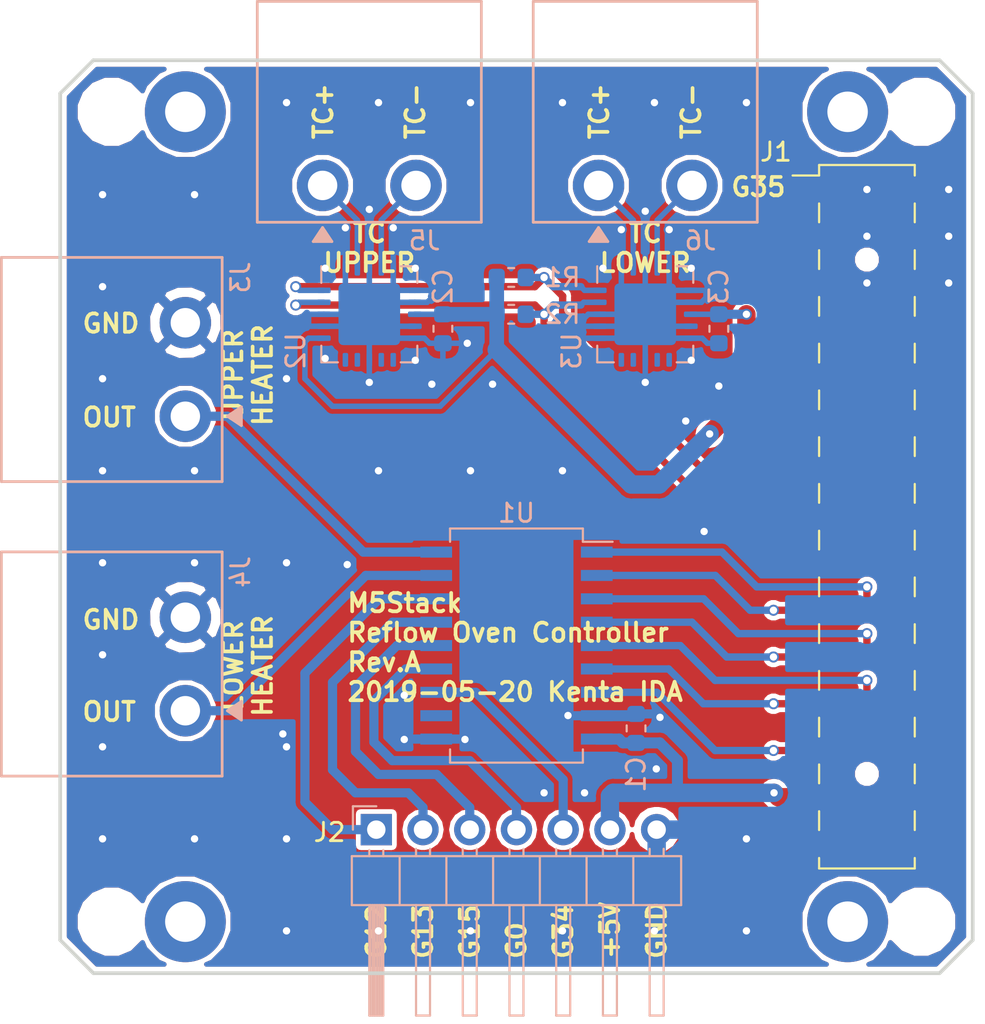
<source format=kicad_pcb>
(kicad_pcb (version 20171130) (host pcbnew "(5.0.0)")

  (general
    (thickness 1.6)
    (drawings 29)
    (tracks 308)
    (zones 0)
    (modules 22)
    (nets 49)
  )

  (page A4)
  (layers
    (0 F.Cu signal)
    (31 B.Cu signal)
    (32 B.Adhes user)
    (33 F.Adhes user)
    (34 B.Paste user)
    (35 F.Paste user)
    (36 B.SilkS user)
    (37 F.SilkS user)
    (38 B.Mask user)
    (39 F.Mask user)
    (40 Dwgs.User user)
    (41 Cmts.User user)
    (42 Eco1.User user)
    (43 Eco2.User user)
    (44 Edge.Cuts user)
    (45 Margin user)
    (46 B.CrtYd user)
    (47 F.CrtYd user)
    (48 B.Fab user hide)
    (49 F.Fab user)
  )

  (setup
    (last_trace_width 0.25)
    (user_trace_width 1)
    (trace_clearance 0.2)
    (zone_clearance 0.254)
    (zone_45_only no)
    (trace_min 0.2)
    (segment_width 0.2)
    (edge_width 0.15)
    (via_size 0.6)
    (via_drill 0.4)
    (via_min_size 0.4)
    (via_min_drill 0.3)
    (uvia_size 0.3)
    (uvia_drill 0.1)
    (uvias_allowed no)
    (uvia_min_size 0.2)
    (uvia_min_drill 0.1)
    (pcb_text_width 0.3)
    (pcb_text_size 1.5 1.5)
    (mod_edge_width 0.15)
    (mod_text_size 1 1)
    (mod_text_width 0.15)
    (pad_size 2.8 2.8)
    (pad_drill 1.6)
    (pad_to_mask_clearance 0.2)
    (aux_axis_origin 133.5 55.5)
    (grid_origin 133.5 55.5)
    (visible_elements 7FFFFFFF)
    (pcbplotparams
      (layerselection 0x010f0_ffffffff)
      (usegerberextensions true)
      (usegerberattributes false)
      (usegerberadvancedattributes false)
      (creategerberjobfile false)
      (excludeedgelayer true)
      (linewidth 0.100000)
      (plotframeref false)
      (viasonmask false)
      (mode 1)
      (useauxorigin true)
      (hpglpennumber 1)
      (hpglpenspeed 20)
      (hpglpendiameter 15.000000)
      (psnegative false)
      (psa4output false)
      (plotreference false)
      (plotvalue false)
      (plotinvisibletext false)
      (padsonsilk false)
      (subtractmaskfromsilk false)
      (outputformat 1)
      (mirror false)
      (drillshape 0)
      (scaleselection 1)
      (outputdirectory "Gerber"))
  )

  (net 0 "")
  (net 1 GND)
  (net 2 +3V3)
  (net 3 +5V)
  (net 4 /EXTERNAL0)
  (net 5 /EXTERNAL1)
  (net 6 /EXTERNAL2)
  (net 7 /EXTERNAL3)
  (net 8 /EXTERNAL4)
  (net 9 /SSRCTRL_UPPER)
  (net 10 /SSRCTRL_LOWER)
  (net 11 "Net-(J5-Pad1)")
  (net 12 "Net-(J5-Pad2)")
  (net 13 "Net-(J6-Pad2)")
  (net 14 "Net-(J6-Pad1)")
  (net 15 /SDA)
  (net 16 /SCL)
  (net 17 /IIS_IN)
  (net 18 /IIS_OUT)
  (net 19 /IIS_MK)
  (net 20 /IIS_SK)
  (net 21 /IIS_WS)
  (net 22 /GPIO_G2)
  (net 23 /GPIO_G5)
  (net 24 "Net-(J1-Pad30)")
  (net 25 /BATTERY)
  (net 26 "Net-(J1-Pad28)")
  (net 27 "Net-(J1-Pad26)")
  (net 28 /RXD2)
  (net 29 /TXD2)
  (net 30 /RXD0)
  (net 31 /TXD0)
  (net 32 /SCK)
  (net 33 /MISO)
  (net 34 /DAC)
  (net 35 /MOSI)
  (net 36 /DAC_SPK)
  (net 37 /RST)
  (net 38 /ADC_G36)
  (net 39 /ADC_G35)
  (net 40 "Net-(U1-Pad11)")
  (net 41 "Net-(U2-Pad15)")
  (net 42 "Net-(U2-Pad14)")
  (net 43 "Net-(U2-Pad12)")
  (net 44 "Net-(U2-Pad11)")
  (net 45 "Net-(U3-Pad11)")
  (net 46 "Net-(U3-Pad12)")
  (net 47 "Net-(U3-Pad14)")
  (net 48 "Net-(U3-Pad15)")

  (net_class Default "これは標準のネット クラスです。"
    (clearance 0.2)
    (trace_width 0.25)
    (via_dia 0.6)
    (via_drill 0.4)
    (uvia_dia 0.3)
    (uvia_drill 0.1)
    (add_net +3V3)
    (add_net +5V)
    (add_net /ADC_G35)
    (add_net /ADC_G36)
    (add_net /BATTERY)
    (add_net /DAC)
    (add_net /DAC_SPK)
    (add_net /EXTERNAL0)
    (add_net /EXTERNAL1)
    (add_net /EXTERNAL2)
    (add_net /EXTERNAL3)
    (add_net /EXTERNAL4)
    (add_net /GPIO_G2)
    (add_net /GPIO_G5)
    (add_net /IIS_IN)
    (add_net /IIS_MK)
    (add_net /IIS_OUT)
    (add_net /IIS_SK)
    (add_net /IIS_WS)
    (add_net /MISO)
    (add_net /MOSI)
    (add_net /RST)
    (add_net /RXD0)
    (add_net /RXD2)
    (add_net /SCK)
    (add_net /SCL)
    (add_net /SDA)
    (add_net /SSRCTRL_LOWER)
    (add_net /SSRCTRL_UPPER)
    (add_net /TXD0)
    (add_net /TXD2)
    (add_net GND)
    (add_net "Net-(J1-Pad26)")
    (add_net "Net-(J1-Pad28)")
    (add_net "Net-(J1-Pad30)")
    (add_net "Net-(J5-Pad1)")
    (add_net "Net-(J5-Pad2)")
    (add_net "Net-(J6-Pad1)")
    (add_net "Net-(J6-Pad2)")
    (add_net "Net-(U1-Pad11)")
    (add_net "Net-(U2-Pad11)")
    (add_net "Net-(U2-Pad12)")
    (add_net "Net-(U2-Pad14)")
    (add_net "Net-(U2-Pad15)")
    (add_net "Net-(U3-Pad11)")
    (add_net "Net-(U3-Pad12)")
    (add_net "Net-(U3-Pad14)")
    (add_net "Net-(U3-Pad15)")
  )

  (module Connector_PinHeader_2.54mm:PinHeader_1x07_P2.54mm_Horizontal (layer B.Cu) (tedit 59FED5CB) (tstamp 5CE4A956)
    (at 126.38 72 270)
    (descr "Through hole angled pin header, 1x07, 2.54mm pitch, 6mm pin length, single row")
    (tags "Through hole angled pin header THT 1x07 2.54mm single row")
    (path /5CED08B5)
    (fp_text reference J2 (at 0.145 2.54) (layer F.SilkS)
      (effects (font (size 1 1) (thickness 0.15)))
    )
    (fp_text value Conn_01x07 (at 4.385 -17.51 270) (layer B.Fab)
      (effects (font (size 1 1) (thickness 0.15)) (justify mirror))
    )
    (fp_line (start 2.135 1.27) (end 4.04 1.27) (layer B.Fab) (width 0.1))
    (fp_line (start 4.04 1.27) (end 4.04 -16.51) (layer B.Fab) (width 0.1))
    (fp_line (start 4.04 -16.51) (end 1.5 -16.51) (layer B.Fab) (width 0.1))
    (fp_line (start 1.5 -16.51) (end 1.5 0.635) (layer B.Fab) (width 0.1))
    (fp_line (start 1.5 0.635) (end 2.135 1.27) (layer B.Fab) (width 0.1))
    (fp_line (start -0.32 0.32) (end 1.5 0.32) (layer B.Fab) (width 0.1))
    (fp_line (start -0.32 0.32) (end -0.32 -0.32) (layer B.Fab) (width 0.1))
    (fp_line (start -0.32 -0.32) (end 1.5 -0.32) (layer B.Fab) (width 0.1))
    (fp_line (start 4.04 0.32) (end 10.04 0.32) (layer B.Fab) (width 0.1))
    (fp_line (start 10.04 0.32) (end 10.04 -0.32) (layer B.Fab) (width 0.1))
    (fp_line (start 4.04 -0.32) (end 10.04 -0.32) (layer B.Fab) (width 0.1))
    (fp_line (start -0.32 -2.22) (end 1.5 -2.22) (layer B.Fab) (width 0.1))
    (fp_line (start -0.32 -2.22) (end -0.32 -2.86) (layer B.Fab) (width 0.1))
    (fp_line (start -0.32 -2.86) (end 1.5 -2.86) (layer B.Fab) (width 0.1))
    (fp_line (start 4.04 -2.22) (end 10.04 -2.22) (layer B.Fab) (width 0.1))
    (fp_line (start 10.04 -2.22) (end 10.04 -2.86) (layer B.Fab) (width 0.1))
    (fp_line (start 4.04 -2.86) (end 10.04 -2.86) (layer B.Fab) (width 0.1))
    (fp_line (start -0.32 -4.76) (end 1.5 -4.76) (layer B.Fab) (width 0.1))
    (fp_line (start -0.32 -4.76) (end -0.32 -5.4) (layer B.Fab) (width 0.1))
    (fp_line (start -0.32 -5.4) (end 1.5 -5.4) (layer B.Fab) (width 0.1))
    (fp_line (start 4.04 -4.76) (end 10.04 -4.76) (layer B.Fab) (width 0.1))
    (fp_line (start 10.04 -4.76) (end 10.04 -5.4) (layer B.Fab) (width 0.1))
    (fp_line (start 4.04 -5.4) (end 10.04 -5.4) (layer B.Fab) (width 0.1))
    (fp_line (start -0.32 -7.3) (end 1.5 -7.3) (layer B.Fab) (width 0.1))
    (fp_line (start -0.32 -7.3) (end -0.32 -7.94) (layer B.Fab) (width 0.1))
    (fp_line (start -0.32 -7.94) (end 1.5 -7.94) (layer B.Fab) (width 0.1))
    (fp_line (start 4.04 -7.3) (end 10.04 -7.3) (layer B.Fab) (width 0.1))
    (fp_line (start 10.04 -7.3) (end 10.04 -7.94) (layer B.Fab) (width 0.1))
    (fp_line (start 4.04 -7.94) (end 10.04 -7.94) (layer B.Fab) (width 0.1))
    (fp_line (start -0.32 -9.84) (end 1.5 -9.84) (layer B.Fab) (width 0.1))
    (fp_line (start -0.32 -9.84) (end -0.32 -10.48) (layer B.Fab) (width 0.1))
    (fp_line (start -0.32 -10.48) (end 1.5 -10.48) (layer B.Fab) (width 0.1))
    (fp_line (start 4.04 -9.84) (end 10.04 -9.84) (layer B.Fab) (width 0.1))
    (fp_line (start 10.04 -9.84) (end 10.04 -10.48) (layer B.Fab) (width 0.1))
    (fp_line (start 4.04 -10.48) (end 10.04 -10.48) (layer B.Fab) (width 0.1))
    (fp_line (start -0.32 -12.38) (end 1.5 -12.38) (layer B.Fab) (width 0.1))
    (fp_line (start -0.32 -12.38) (end -0.32 -13.02) (layer B.Fab) (width 0.1))
    (fp_line (start -0.32 -13.02) (end 1.5 -13.02) (layer B.Fab) (width 0.1))
    (fp_line (start 4.04 -12.38) (end 10.04 -12.38) (layer B.Fab) (width 0.1))
    (fp_line (start 10.04 -12.38) (end 10.04 -13.02) (layer B.Fab) (width 0.1))
    (fp_line (start 4.04 -13.02) (end 10.04 -13.02) (layer B.Fab) (width 0.1))
    (fp_line (start -0.32 -14.92) (end 1.5 -14.92) (layer B.Fab) (width 0.1))
    (fp_line (start -0.32 -14.92) (end -0.32 -15.56) (layer B.Fab) (width 0.1))
    (fp_line (start -0.32 -15.56) (end 1.5 -15.56) (layer B.Fab) (width 0.1))
    (fp_line (start 4.04 -14.92) (end 10.04 -14.92) (layer B.Fab) (width 0.1))
    (fp_line (start 10.04 -14.92) (end 10.04 -15.56) (layer B.Fab) (width 0.1))
    (fp_line (start 4.04 -15.56) (end 10.04 -15.56) (layer B.Fab) (width 0.1))
    (fp_line (start 1.44 1.33) (end 1.44 -16.57) (layer B.SilkS) (width 0.12))
    (fp_line (start 1.44 -16.57) (end 4.1 -16.57) (layer B.SilkS) (width 0.12))
    (fp_line (start 4.1 -16.57) (end 4.1 1.33) (layer B.SilkS) (width 0.12))
    (fp_line (start 4.1 1.33) (end 1.44 1.33) (layer B.SilkS) (width 0.12))
    (fp_line (start 4.1 0.38) (end 10.1 0.38) (layer B.SilkS) (width 0.12))
    (fp_line (start 10.1 0.38) (end 10.1 -0.38) (layer B.SilkS) (width 0.12))
    (fp_line (start 10.1 -0.38) (end 4.1 -0.38) (layer B.SilkS) (width 0.12))
    (fp_line (start 4.1 0.32) (end 10.1 0.32) (layer B.SilkS) (width 0.12))
    (fp_line (start 4.1 0.2) (end 10.1 0.2) (layer B.SilkS) (width 0.12))
    (fp_line (start 4.1 0.08) (end 10.1 0.08) (layer B.SilkS) (width 0.12))
    (fp_line (start 4.1 -0.04) (end 10.1 -0.04) (layer B.SilkS) (width 0.12))
    (fp_line (start 4.1 -0.16) (end 10.1 -0.16) (layer B.SilkS) (width 0.12))
    (fp_line (start 4.1 -0.28) (end 10.1 -0.28) (layer B.SilkS) (width 0.12))
    (fp_line (start 1.11 0.38) (end 1.44 0.38) (layer B.SilkS) (width 0.12))
    (fp_line (start 1.11 -0.38) (end 1.44 -0.38) (layer B.SilkS) (width 0.12))
    (fp_line (start 1.44 -1.27) (end 4.1 -1.27) (layer B.SilkS) (width 0.12))
    (fp_line (start 4.1 -2.16) (end 10.1 -2.16) (layer B.SilkS) (width 0.12))
    (fp_line (start 10.1 -2.16) (end 10.1 -2.92) (layer B.SilkS) (width 0.12))
    (fp_line (start 10.1 -2.92) (end 4.1 -2.92) (layer B.SilkS) (width 0.12))
    (fp_line (start 1.042929 -2.16) (end 1.44 -2.16) (layer B.SilkS) (width 0.12))
    (fp_line (start 1.042929 -2.92) (end 1.44 -2.92) (layer B.SilkS) (width 0.12))
    (fp_line (start 1.44 -3.81) (end 4.1 -3.81) (layer B.SilkS) (width 0.12))
    (fp_line (start 4.1 -4.7) (end 10.1 -4.7) (layer B.SilkS) (width 0.12))
    (fp_line (start 10.1 -4.7) (end 10.1 -5.46) (layer B.SilkS) (width 0.12))
    (fp_line (start 10.1 -5.46) (end 4.1 -5.46) (layer B.SilkS) (width 0.12))
    (fp_line (start 1.042929 -4.7) (end 1.44 -4.7) (layer B.SilkS) (width 0.12))
    (fp_line (start 1.042929 -5.46) (end 1.44 -5.46) (layer B.SilkS) (width 0.12))
    (fp_line (start 1.44 -6.35) (end 4.1 -6.35) (layer B.SilkS) (width 0.12))
    (fp_line (start 4.1 -7.24) (end 10.1 -7.24) (layer B.SilkS) (width 0.12))
    (fp_line (start 10.1 -7.24) (end 10.1 -8) (layer B.SilkS) (width 0.12))
    (fp_line (start 10.1 -8) (end 4.1 -8) (layer B.SilkS) (width 0.12))
    (fp_line (start 1.042929 -7.24) (end 1.44 -7.24) (layer B.SilkS) (width 0.12))
    (fp_line (start 1.042929 -8) (end 1.44 -8) (layer B.SilkS) (width 0.12))
    (fp_line (start 1.44 -8.89) (end 4.1 -8.89) (layer B.SilkS) (width 0.12))
    (fp_line (start 4.1 -9.78) (end 10.1 -9.78) (layer B.SilkS) (width 0.12))
    (fp_line (start 10.1 -9.78) (end 10.1 -10.54) (layer B.SilkS) (width 0.12))
    (fp_line (start 10.1 -10.54) (end 4.1 -10.54) (layer B.SilkS) (width 0.12))
    (fp_line (start 1.042929 -9.78) (end 1.44 -9.78) (layer B.SilkS) (width 0.12))
    (fp_line (start 1.042929 -10.54) (end 1.44 -10.54) (layer B.SilkS) (width 0.12))
    (fp_line (start 1.44 -11.43) (end 4.1 -11.43) (layer B.SilkS) (width 0.12))
    (fp_line (start 4.1 -12.32) (end 10.1 -12.32) (layer B.SilkS) (width 0.12))
    (fp_line (start 10.1 -12.32) (end 10.1 -13.08) (layer B.SilkS) (width 0.12))
    (fp_line (start 10.1 -13.08) (end 4.1 -13.08) (layer B.SilkS) (width 0.12))
    (fp_line (start 1.042929 -12.32) (end 1.44 -12.32) (layer B.SilkS) (width 0.12))
    (fp_line (start 1.042929 -13.08) (end 1.44 -13.08) (layer B.SilkS) (width 0.12))
    (fp_line (start 1.44 -13.97) (end 4.1 -13.97) (layer B.SilkS) (width 0.12))
    (fp_line (start 4.1 -14.86) (end 10.1 -14.86) (layer B.SilkS) (width 0.12))
    (fp_line (start 10.1 -14.86) (end 10.1 -15.62) (layer B.SilkS) (width 0.12))
    (fp_line (start 10.1 -15.62) (end 4.1 -15.62) (layer B.SilkS) (width 0.12))
    (fp_line (start 1.042929 -14.86) (end 1.44 -14.86) (layer B.SilkS) (width 0.12))
    (fp_line (start 1.042929 -15.62) (end 1.44 -15.62) (layer B.SilkS) (width 0.12))
    (fp_line (start -1.27 0) (end -1.27 1.27) (layer B.SilkS) (width 0.12))
    (fp_line (start -1.27 1.27) (end 0 1.27) (layer B.SilkS) (width 0.12))
    (fp_line (start -1.8 1.8) (end -1.8 -17.05) (layer B.CrtYd) (width 0.05))
    (fp_line (start -1.8 -17.05) (end 10.55 -17.05) (layer B.CrtYd) (width 0.05))
    (fp_line (start 10.55 -17.05) (end 10.55 1.8) (layer B.CrtYd) (width 0.05))
    (fp_line (start 10.55 1.8) (end -1.8 1.8) (layer B.CrtYd) (width 0.05))
    (fp_text user %R (at 2.77 -7.62 180) (layer B.Fab)
      (effects (font (size 1 1) (thickness 0.15)) (justify mirror))
    )
    (pad 1 thru_hole rect (at 0 0 270) (size 1.7 1.7) (drill 1) (layers *.Cu *.Mask)
      (net 4 /EXTERNAL0))
    (pad 2 thru_hole oval (at 0 -2.54 270) (size 1.7 1.7) (drill 1) (layers *.Cu *.Mask)
      (net 5 /EXTERNAL1))
    (pad 3 thru_hole oval (at 0 -5.08 270) (size 1.7 1.7) (drill 1) (layers *.Cu *.Mask)
      (net 6 /EXTERNAL2))
    (pad 4 thru_hole oval (at 0 -7.62 270) (size 1.7 1.7) (drill 1) (layers *.Cu *.Mask)
      (net 7 /EXTERNAL3))
    (pad 5 thru_hole oval (at 0 -10.16 270) (size 1.7 1.7) (drill 1) (layers *.Cu *.Mask)
      (net 8 /EXTERNAL4))
    (pad 6 thru_hole oval (at 0 -12.7 270) (size 1.7 1.7) (drill 1) (layers *.Cu *.Mask)
      (net 3 +5V))
    (pad 7 thru_hole oval (at 0 -15.24 270) (size 1.7 1.7) (drill 1) (layers *.Cu *.Mask)
      (net 1 GND))
    (model ${KISYS3DMOD}/Connector_PinHeader_2.54mm.3dshapes/PinHeader_1x07_P2.54mm_Horizontal.wrl
      (at (xyz 0 0 0))
      (scale (xyz 1 1 1))
      (rotate (xyz 0 0 0))
    )
  )

  (module akiduki_terminal:ETB43XX2 (layer B.Cu) (tedit 5CD4AAF9) (tstamp 5CE4A96D)
    (at 116 47 90)
    (path /5CE746AA)
    (fp_text reference J3 (at 5 3 90) (layer B.SilkS)
      (effects (font (size 1 1) (thickness 0.15)) (justify mirror))
    )
    (fp_text value ETB43024G000Z (at 0 -3 90) (layer B.Fab)
      (effects (font (size 1 1) (thickness 0.15)) (justify mirror))
    )
    (fp_line (start -6.09 2) (end 6.09 2) (layer B.Fab) (width 0.15))
    (fp_line (start -6.09 -10) (end 6.09 -10) (layer B.Fab) (width 0.15))
    (fp_line (start 6.09 2) (end 6.09 -10) (layer B.Fab) (width 0.15))
    (fp_line (start -6.09 2) (end -6.09 -10) (layer B.Fab) (width 0.15))
    (fp_line (start -6.09 2) (end -6.09 -10) (layer B.SilkS) (width 0.15))
    (fp_line (start 6.09 2) (end 6.09 -10) (layer B.SilkS) (width 0.15))
    (fp_line (start -6.09 -10) (end 6.09 -10) (layer B.SilkS) (width 0.15))
    (fp_line (start -6.09 2) (end 6.09 2) (layer B.SilkS) (width 0.15))
    (fp_line (start -2.54 2.286) (end -2.032 3.048) (layer B.SilkS) (width 0.15))
    (fp_line (start -2.032 3.048) (end -3.048 3.048) (layer B.SilkS) (width 0.15))
    (fp_line (start -3.048 3.048) (end -2.54 2.286) (layer B.SilkS) (width 0.15))
    (fp_line (start -2.667 2.4765) (end -2.413 2.4765) (layer B.SilkS) (width 0.15))
    (fp_line (start -2.7305 2.6035) (end -2.413 2.6035) (layer B.SilkS) (width 0.15))
    (fp_line (start -2.413 2.6035) (end -2.3495 2.6035) (layer B.SilkS) (width 0.15))
    (fp_line (start -2.794 2.7305) (end -2.286 2.7305) (layer B.SilkS) (width 0.15))
    (fp_line (start -2.2225 2.8575) (end -2.8575 2.8575) (layer B.SilkS) (width 0.15))
    (fp_line (start -2.921 2.921) (end -2.159 2.921) (layer B.SilkS) (width 0.15))
    (pad 1 thru_hole circle (at -2.54 0 90) (size 2.8 2.8) (drill 1.6) (layers *.Cu *.Mask)
      (net 9 /SSRCTRL_UPPER))
    (pad 2 thru_hole circle (at 2.54 0 90) (size 2.8 2.8) (drill 1.6) (layers *.Cu *.Mask)
      (net 1 GND) (zone_connect 1))
  )

  (module akiduki_terminal:ETB43XX2 (layer B.Cu) (tedit 5CD4AB04) (tstamp 5CE4A984)
    (at 116 63 90)
    (path /5CE7487A)
    (fp_text reference J4 (at 5 3 90) (layer B.SilkS)
      (effects (font (size 1 1) (thickness 0.15)) (justify mirror))
    )
    (fp_text value ETB43024G000Z (at 0 -3 90) (layer B.Fab)
      (effects (font (size 1 1) (thickness 0.15)) (justify mirror))
    )
    (fp_line (start -2.921 2.921) (end -2.159 2.921) (layer B.SilkS) (width 0.15))
    (fp_line (start -2.2225 2.8575) (end -2.8575 2.8575) (layer B.SilkS) (width 0.15))
    (fp_line (start -2.794 2.7305) (end -2.286 2.7305) (layer B.SilkS) (width 0.15))
    (fp_line (start -2.413 2.6035) (end -2.3495 2.6035) (layer B.SilkS) (width 0.15))
    (fp_line (start -2.7305 2.6035) (end -2.413 2.6035) (layer B.SilkS) (width 0.15))
    (fp_line (start -2.667 2.4765) (end -2.413 2.4765) (layer B.SilkS) (width 0.15))
    (fp_line (start -3.048 3.048) (end -2.54 2.286) (layer B.SilkS) (width 0.15))
    (fp_line (start -2.032 3.048) (end -3.048 3.048) (layer B.SilkS) (width 0.15))
    (fp_line (start -2.54 2.286) (end -2.032 3.048) (layer B.SilkS) (width 0.15))
    (fp_line (start -6.09 2) (end 6.09 2) (layer B.SilkS) (width 0.15))
    (fp_line (start -6.09 -10) (end 6.09 -10) (layer B.SilkS) (width 0.15))
    (fp_line (start 6.09 2) (end 6.09 -10) (layer B.SilkS) (width 0.15))
    (fp_line (start -6.09 2) (end -6.09 -10) (layer B.SilkS) (width 0.15))
    (fp_line (start -6.09 2) (end -6.09 -10) (layer B.Fab) (width 0.15))
    (fp_line (start 6.09 2) (end 6.09 -10) (layer B.Fab) (width 0.15))
    (fp_line (start -6.09 -10) (end 6.09 -10) (layer B.Fab) (width 0.15))
    (fp_line (start -6.09 2) (end 6.09 2) (layer B.Fab) (width 0.15))
    (pad 2 thru_hole circle (at 2.54 0 90) (size 2.8 2.8) (drill 1.6) (layers *.Cu *.Mask)
      (net 1 GND) (zone_connect 1))
    (pad 1 thru_hole circle (at -2.54 0 90) (size 2.8 2.8) (drill 1.6) (layers *.Cu *.Mask)
      (net 10 /SSRCTRL_LOWER))
  )

  (module akiduki_terminal:ETB43XX2 (layer B.Cu) (tedit 5CCC6AB5) (tstamp 5CE4A99B)
    (at 126 37)
    (path /5CF80F3C)
    (fp_text reference J5 (at 3 3) (layer B.SilkS)
      (effects (font (size 1 1) (thickness 0.15)) (justify mirror))
    )
    (fp_text value ETB43024G000Z (at 0 -3) (layer B.Fab)
      (effects (font (size 1 1) (thickness 0.15)) (justify mirror))
    )
    (fp_line (start -6.09 2) (end 6.09 2) (layer B.Fab) (width 0.15))
    (fp_line (start -6.09 -10) (end 6.09 -10) (layer B.Fab) (width 0.15))
    (fp_line (start 6.09 2) (end 6.09 -10) (layer B.Fab) (width 0.15))
    (fp_line (start -6.09 2) (end -6.09 -10) (layer B.Fab) (width 0.15))
    (fp_line (start -6.09 2) (end -6.09 -10) (layer B.SilkS) (width 0.15))
    (fp_line (start 6.09 2) (end 6.09 -10) (layer B.SilkS) (width 0.15))
    (fp_line (start -6.09 -10) (end 6.09 -10) (layer B.SilkS) (width 0.15))
    (fp_line (start -6.09 2) (end 6.09 2) (layer B.SilkS) (width 0.15))
    (fp_line (start -2.54 2.286) (end -2.032 3.048) (layer B.SilkS) (width 0.15))
    (fp_line (start -2.032 3.048) (end -3.048 3.048) (layer B.SilkS) (width 0.15))
    (fp_line (start -3.048 3.048) (end -2.54 2.286) (layer B.SilkS) (width 0.15))
    (fp_line (start -2.667 2.4765) (end -2.413 2.4765) (layer B.SilkS) (width 0.15))
    (fp_line (start -2.7305 2.6035) (end -2.413 2.6035) (layer B.SilkS) (width 0.15))
    (fp_line (start -2.413 2.6035) (end -2.3495 2.6035) (layer B.SilkS) (width 0.15))
    (fp_line (start -2.794 2.7305) (end -2.286 2.7305) (layer B.SilkS) (width 0.15))
    (fp_line (start -2.2225 2.8575) (end -2.8575 2.8575) (layer B.SilkS) (width 0.15))
    (fp_line (start -2.921 2.921) (end -2.159 2.921) (layer B.SilkS) (width 0.15))
    (pad 1 thru_hole circle (at -2.54 0) (size 2.8 2.8) (drill 1.6) (layers *.Cu *.Mask)
      (net 11 "Net-(J5-Pad1)"))
    (pad 2 thru_hole circle (at 2.54 0) (size 2.8 2.8) (drill 1.6) (layers *.Cu *.Mask)
      (net 12 "Net-(J5-Pad2)"))
  )

  (module akiduki_terminal:ETB43XX2 (layer B.Cu) (tedit 5CCC6AB5) (tstamp 5CE4A9B2)
    (at 141 37)
    (path /5CF8ACB0)
    (fp_text reference J6 (at 3 3) (layer B.SilkS)
      (effects (font (size 1 1) (thickness 0.15)) (justify mirror))
    )
    (fp_text value ETB43024G000Z (at 0 -3) (layer B.Fab)
      (effects (font (size 1 1) (thickness 0.15)) (justify mirror))
    )
    (fp_line (start -2.921 2.921) (end -2.159 2.921) (layer B.SilkS) (width 0.15))
    (fp_line (start -2.2225 2.8575) (end -2.8575 2.8575) (layer B.SilkS) (width 0.15))
    (fp_line (start -2.794 2.7305) (end -2.286 2.7305) (layer B.SilkS) (width 0.15))
    (fp_line (start -2.413 2.6035) (end -2.3495 2.6035) (layer B.SilkS) (width 0.15))
    (fp_line (start -2.7305 2.6035) (end -2.413 2.6035) (layer B.SilkS) (width 0.15))
    (fp_line (start -2.667 2.4765) (end -2.413 2.4765) (layer B.SilkS) (width 0.15))
    (fp_line (start -3.048 3.048) (end -2.54 2.286) (layer B.SilkS) (width 0.15))
    (fp_line (start -2.032 3.048) (end -3.048 3.048) (layer B.SilkS) (width 0.15))
    (fp_line (start -2.54 2.286) (end -2.032 3.048) (layer B.SilkS) (width 0.15))
    (fp_line (start -6.09 2) (end 6.09 2) (layer B.SilkS) (width 0.15))
    (fp_line (start -6.09 -10) (end 6.09 -10) (layer B.SilkS) (width 0.15))
    (fp_line (start 6.09 2) (end 6.09 -10) (layer B.SilkS) (width 0.15))
    (fp_line (start -6.09 2) (end -6.09 -10) (layer B.SilkS) (width 0.15))
    (fp_line (start -6.09 2) (end -6.09 -10) (layer B.Fab) (width 0.15))
    (fp_line (start 6.09 2) (end 6.09 -10) (layer B.Fab) (width 0.15))
    (fp_line (start -6.09 -10) (end 6.09 -10) (layer B.Fab) (width 0.15))
    (fp_line (start -6.09 2) (end 6.09 2) (layer B.Fab) (width 0.15))
    (pad 2 thru_hole circle (at 2.54 0) (size 2.8 2.8) (drill 1.6) (layers *.Cu *.Mask)
      (net 13 "Net-(J6-Pad2)"))
    (pad 1 thru_hole circle (at -2.54 0) (size 2.8 2.8) (drill 1.6) (layers *.Cu *.Mask)
      (net 14 "Net-(J6-Pad1)"))
  )

  (module MountingHole:MountingHole_3.2mm_M3 (layer F.Cu) (tedit 5CE17A28) (tstamp 5CE4A9BA)
    (at 112 33)
    (descr "Mounting Hole 3.2mm, no annular, M3")
    (tags "mounting hole 3.2mm no annular m3")
    (path /5CCFFA88)
    (attr virtual)
    (fp_text reference MH1 (at 0 -4.2) (layer F.SilkS) hide
      (effects (font (size 1 1) (thickness 0.15)))
    )
    (fp_text value Corner (at 0 4.2) (layer F.Fab)
      (effects (font (size 1 1) (thickness 0.15)))
    )
    (fp_circle (center 0 0) (end 3.45 0) (layer F.CrtYd) (width 0.05))
    (fp_circle (center 0 0) (end 3.2 0) (layer Cmts.User) (width 0.15))
    (fp_text user %R (at 0.3 0) (layer F.Fab)
      (effects (font (size 1 1) (thickness 0.15)))
    )
    (pad 1 np_thru_hole circle (at 0 0) (size 3.2 3.2) (drill 3.2) (layers *.Cu *.Mask))
  )

  (module MountingHole:MountingHole_3.2mm_M3 (layer F.Cu) (tedit 5CE17A2F) (tstamp 5CE4A9C2)
    (at 156 33)
    (descr "Mounting Hole 3.2mm, no annular, M3")
    (tags "mounting hole 3.2mm no annular m3")
    (path /5CCFFA81)
    (attr virtual)
    (fp_text reference MH2 (at 0 -4.2) (layer F.SilkS) hide
      (effects (font (size 1 1) (thickness 0.15)))
    )
    (fp_text value Corner (at 0 4.2) (layer F.Fab)
      (effects (font (size 1 1) (thickness 0.15)))
    )
    (fp_circle (center 0 0) (end 3.45 0) (layer F.CrtYd) (width 0.05))
    (fp_circle (center 0 0) (end 3.2 0) (layer Cmts.User) (width 0.15))
    (fp_text user %R (at 0.3 0) (layer F.Fab)
      (effects (font (size 1 1) (thickness 0.15)))
    )
    (pad 1 np_thru_hole circle (at 0 0) (size 3.2 3.2) (drill 3.2) (layers *.Cu *.Mask))
  )

  (module MountingHole:MountingHole_3.2mm_M3 (layer F.Cu) (tedit 5CE17A45) (tstamp 5CE4A9CA)
    (at 156 77)
    (descr "Mounting Hole 3.2mm, no annular, M3")
    (tags "mounting hole 3.2mm no annular m3")
    (path /5CCFFA7A)
    (attr virtual)
    (fp_text reference MH3 (at 0 -4.2) (layer F.SilkS) hide
      (effects (font (size 1 1) (thickness 0.15)))
    )
    (fp_text value Corner (at 0 4.2) (layer F.Fab)
      (effects (font (size 1 1) (thickness 0.15)))
    )
    (fp_text user %R (at 0.3 0) (layer F.Fab)
      (effects (font (size 1 1) (thickness 0.15)))
    )
    (fp_circle (center 0 0) (end 3.2 0) (layer Cmts.User) (width 0.15))
    (fp_circle (center 0 0) (end 3.45 0) (layer F.CrtYd) (width 0.05))
    (pad 1 np_thru_hole circle (at 0 0) (size 3.2 3.2) (drill 3.2) (layers *.Cu *.Mask))
  )

  (module MountingHole:MountingHole_3.2mm_M3 (layer F.Cu) (tedit 5CE17A39) (tstamp 5CE4A9D2)
    (at 112 77)
    (descr "Mounting Hole 3.2mm, no annular, M3")
    (tags "mounting hole 3.2mm no annular m3")
    (path /5CCFFA73)
    (attr virtual)
    (fp_text reference MH4 (at 0 -4.2) (layer F.SilkS) hide
      (effects (font (size 1 1) (thickness 0.15)))
    )
    (fp_text value Corner (at 0 4.2) (layer F.Fab)
      (effects (font (size 1 1) (thickness 0.15)))
    )
    (fp_circle (center 0 0) (end 3.45 0) (layer F.CrtYd) (width 0.05))
    (fp_circle (center 0 0) (end 3.2 0) (layer Cmts.User) (width 0.15))
    (fp_text user %R (at 0.3 0) (layer F.Fab)
      (effects (font (size 1 1) (thickness 0.15)))
    )
    (pad 1 np_thru_hole circle (at 0 0) (size 3.2 3.2) (drill 3.2) (layers *.Cu *.Mask))
  )

  (module Capacitor_SMD:C_0603_1608Metric (layer B.Cu) (tedit 5B301BBE) (tstamp 5CE4B140)
    (at 140.5 66.5 270)
    (descr "Capacitor SMD 0603 (1608 Metric), square (rectangular) end terminal, IPC_7351 nominal, (Body size source: http://www.tortai-tech.com/upload/download/2011102023233369053.pdf), generated with kicad-footprint-generator")
    (tags capacitor)
    (path /5CE9B453)
    (attr smd)
    (fp_text reference C1 (at 2.5 0 270) (layer B.SilkS)
      (effects (font (size 1 1) (thickness 0.15)) (justify mirror))
    )
    (fp_text value 100n (at 0 -1.43 270) (layer B.Fab)
      (effects (font (size 1 1) (thickness 0.15)) (justify mirror))
    )
    (fp_text user %R (at 0 0 270) (layer B.Fab)
      (effects (font (size 0.4 0.4) (thickness 0.06)) (justify mirror))
    )
    (fp_line (start 1.48 -0.73) (end -1.48 -0.73) (layer B.CrtYd) (width 0.05))
    (fp_line (start 1.48 0.73) (end 1.48 -0.73) (layer B.CrtYd) (width 0.05))
    (fp_line (start -1.48 0.73) (end 1.48 0.73) (layer B.CrtYd) (width 0.05))
    (fp_line (start -1.48 -0.73) (end -1.48 0.73) (layer B.CrtYd) (width 0.05))
    (fp_line (start -0.162779 -0.51) (end 0.162779 -0.51) (layer B.SilkS) (width 0.12))
    (fp_line (start -0.162779 0.51) (end 0.162779 0.51) (layer B.SilkS) (width 0.12))
    (fp_line (start 0.8 -0.4) (end -0.8 -0.4) (layer B.Fab) (width 0.1))
    (fp_line (start 0.8 0.4) (end 0.8 -0.4) (layer B.Fab) (width 0.1))
    (fp_line (start -0.8 0.4) (end 0.8 0.4) (layer B.Fab) (width 0.1))
    (fp_line (start -0.8 -0.4) (end -0.8 0.4) (layer B.Fab) (width 0.1))
    (pad 2 smd roundrect (at 0.7875 0 270) (size 0.875 0.95) (layers B.Cu B.Paste B.Mask) (roundrect_rratio 0.25)
      (net 3 +5V))
    (pad 1 smd roundrect (at -0.7875 0 270) (size 0.875 0.95) (layers B.Cu B.Paste B.Mask) (roundrect_rratio 0.25)
      (net 1 GND))
    (model ${KISYS3DMOD}/Capacitor_SMD.3dshapes/C_0603_1608Metric.wrl
      (at (xyz 0 0 0))
      (scale (xyz 1 1 1))
      (rotate (xyz 0 0 0))
    )
  )

  (module Capacitor_SMD:C_0603_1608Metric (layer B.Cu) (tedit 5B301BBE) (tstamp 5CE4B151)
    (at 130 44.7875 90)
    (descr "Capacitor SMD 0603 (1608 Metric), square (rectangular) end terminal, IPC_7351 nominal, (Body size source: http://www.tortai-tech.com/upload/download/2011102023233369053.pdf), generated with kicad-footprint-generator")
    (tags capacitor)
    (path /577F067E)
    (attr smd)
    (fp_text reference C2 (at 2.2875 0 90) (layer B.SilkS)
      (effects (font (size 1 1) (thickness 0.15)) (justify mirror))
    )
    (fp_text value 100n (at 0 -1.43 90) (layer B.Fab)
      (effects (font (size 1 1) (thickness 0.15)) (justify mirror))
    )
    (fp_line (start -0.8 -0.4) (end -0.8 0.4) (layer B.Fab) (width 0.1))
    (fp_line (start -0.8 0.4) (end 0.8 0.4) (layer B.Fab) (width 0.1))
    (fp_line (start 0.8 0.4) (end 0.8 -0.4) (layer B.Fab) (width 0.1))
    (fp_line (start 0.8 -0.4) (end -0.8 -0.4) (layer B.Fab) (width 0.1))
    (fp_line (start -0.162779 0.51) (end 0.162779 0.51) (layer B.SilkS) (width 0.12))
    (fp_line (start -0.162779 -0.51) (end 0.162779 -0.51) (layer B.SilkS) (width 0.12))
    (fp_line (start -1.48 -0.73) (end -1.48 0.73) (layer B.CrtYd) (width 0.05))
    (fp_line (start -1.48 0.73) (end 1.48 0.73) (layer B.CrtYd) (width 0.05))
    (fp_line (start 1.48 0.73) (end 1.48 -0.73) (layer B.CrtYd) (width 0.05))
    (fp_line (start 1.48 -0.73) (end -1.48 -0.73) (layer B.CrtYd) (width 0.05))
    (fp_text user %R (at 0 0 90) (layer B.Fab)
      (effects (font (size 0.4 0.4) (thickness 0.06)) (justify mirror))
    )
    (pad 1 smd roundrect (at -0.7875 0 90) (size 0.875 0.95) (layers B.Cu B.Paste B.Mask) (roundrect_rratio 0.25)
      (net 1 GND))
    (pad 2 smd roundrect (at 0.7875 0 90) (size 0.875 0.95) (layers B.Cu B.Paste B.Mask) (roundrect_rratio 0.25)
      (net 2 +3V3))
    (model ${KISYS3DMOD}/Capacitor_SMD.3dshapes/C_0603_1608Metric.wrl
      (at (xyz 0 0 0))
      (scale (xyz 1 1 1))
      (rotate (xyz 0 0 0))
    )
  )

  (module Capacitor_SMD:C_0603_1608Metric (layer B.Cu) (tedit 5B301BBE) (tstamp 5CE4B162)
    (at 145 44.7875 90)
    (descr "Capacitor SMD 0603 (1608 Metric), square (rectangular) end terminal, IPC_7351 nominal, (Body size source: http://www.tortai-tech.com/upload/download/2011102023233369053.pdf), generated with kicad-footprint-generator")
    (tags capacitor)
    (path /577F3C39)
    (attr smd)
    (fp_text reference C3 (at 2.2875 0 90) (layer B.SilkS)
      (effects (font (size 1 1) (thickness 0.15)) (justify mirror))
    )
    (fp_text value 100n (at 0 -1.43 90) (layer B.Fab)
      (effects (font (size 1 1) (thickness 0.15)) (justify mirror))
    )
    (fp_line (start -0.8 -0.4) (end -0.8 0.4) (layer B.Fab) (width 0.1))
    (fp_line (start -0.8 0.4) (end 0.8 0.4) (layer B.Fab) (width 0.1))
    (fp_line (start 0.8 0.4) (end 0.8 -0.4) (layer B.Fab) (width 0.1))
    (fp_line (start 0.8 -0.4) (end -0.8 -0.4) (layer B.Fab) (width 0.1))
    (fp_line (start -0.162779 0.51) (end 0.162779 0.51) (layer B.SilkS) (width 0.12))
    (fp_line (start -0.162779 -0.51) (end 0.162779 -0.51) (layer B.SilkS) (width 0.12))
    (fp_line (start -1.48 -0.73) (end -1.48 0.73) (layer B.CrtYd) (width 0.05))
    (fp_line (start -1.48 0.73) (end 1.48 0.73) (layer B.CrtYd) (width 0.05))
    (fp_line (start 1.48 0.73) (end 1.48 -0.73) (layer B.CrtYd) (width 0.05))
    (fp_line (start 1.48 -0.73) (end -1.48 -0.73) (layer B.CrtYd) (width 0.05))
    (fp_text user %R (at 0 0 90) (layer B.Fab)
      (effects (font (size 0.4 0.4) (thickness 0.06)) (justify mirror))
    )
    (pad 1 smd roundrect (at -0.7875 0 90) (size 0.875 0.95) (layers B.Cu B.Paste B.Mask) (roundrect_rratio 0.25)
      (net 1 GND))
    (pad 2 smd roundrect (at 0.7875 0 90) (size 0.875 0.95) (layers B.Cu B.Paste B.Mask) (roundrect_rratio 0.25)
      (net 2 +3V3))
    (model ${KISYS3DMOD}/Capacitor_SMD.3dshapes/C_0603_1608Metric.wrl
      (at (xyz 0 0 0))
      (scale (xyz 1 1 1))
      (rotate (xyz 0 0 0))
    )
  )

  (module Resistor_SMD:R_0603_1608Metric (layer B.Cu) (tedit 5B301BBD) (tstamp 5CE4B19F)
    (at 133.7125 42)
    (descr "Resistor SMD 0603 (1608 Metric), square (rectangular) end terminal, IPC_7351 nominal, (Body size source: http://www.tortai-tech.com/upload/download/2011102023233369053.pdf), generated with kicad-footprint-generator")
    (tags resistor)
    (path /5CF9AA58)
    (attr smd)
    (fp_text reference R1 (at 2.7875 0) (layer B.SilkS)
      (effects (font (size 1 1) (thickness 0.15)) (justify mirror))
    )
    (fp_text value NC (at 0 -1.43) (layer B.Fab)
      (effects (font (size 1 1) (thickness 0.15)) (justify mirror))
    )
    (fp_text user %R (at 0 0) (layer B.Fab)
      (effects (font (size 0.4 0.4) (thickness 0.06)) (justify mirror))
    )
    (fp_line (start 1.48 -0.73) (end -1.48 -0.73) (layer B.CrtYd) (width 0.05))
    (fp_line (start 1.48 0.73) (end 1.48 -0.73) (layer B.CrtYd) (width 0.05))
    (fp_line (start -1.48 0.73) (end 1.48 0.73) (layer B.CrtYd) (width 0.05))
    (fp_line (start -1.48 -0.73) (end -1.48 0.73) (layer B.CrtYd) (width 0.05))
    (fp_line (start -0.162779 -0.51) (end 0.162779 -0.51) (layer B.SilkS) (width 0.12))
    (fp_line (start -0.162779 0.51) (end 0.162779 0.51) (layer B.SilkS) (width 0.12))
    (fp_line (start 0.8 -0.4) (end -0.8 -0.4) (layer B.Fab) (width 0.1))
    (fp_line (start 0.8 0.4) (end 0.8 -0.4) (layer B.Fab) (width 0.1))
    (fp_line (start -0.8 0.4) (end 0.8 0.4) (layer B.Fab) (width 0.1))
    (fp_line (start -0.8 -0.4) (end -0.8 0.4) (layer B.Fab) (width 0.1))
    (pad 2 smd roundrect (at 0.7875 0) (size 0.875 0.95) (layers B.Cu B.Paste B.Mask) (roundrect_rratio 0.25)
      (net 15 /SDA))
    (pad 1 smd roundrect (at -0.7875 0) (size 0.875 0.95) (layers B.Cu B.Paste B.Mask) (roundrect_rratio 0.25)
      (net 2 +3V3))
    (model ${KISYS3DMOD}/Resistor_SMD.3dshapes/R_0603_1608Metric.wrl
      (at (xyz 0 0 0))
      (scale (xyz 1 1 1))
      (rotate (xyz 0 0 0))
    )
  )

  (module Resistor_SMD:R_0603_1608Metric (layer B.Cu) (tedit 5B301BBD) (tstamp 5CE4B1B0)
    (at 133.7125 44)
    (descr "Resistor SMD 0603 (1608 Metric), square (rectangular) end terminal, IPC_7351 nominal, (Body size source: http://www.tortai-tech.com/upload/download/2011102023233369053.pdf), generated with kicad-footprint-generator")
    (tags resistor)
    (path /5CF9563A)
    (attr smd)
    (fp_text reference R2 (at 2.7875 0) (layer B.SilkS)
      (effects (font (size 1 1) (thickness 0.15)) (justify mirror))
    )
    (fp_text value NC (at 0 -1.43) (layer B.Fab)
      (effects (font (size 1 1) (thickness 0.15)) (justify mirror))
    )
    (fp_line (start -0.8 -0.4) (end -0.8 0.4) (layer B.Fab) (width 0.1))
    (fp_line (start -0.8 0.4) (end 0.8 0.4) (layer B.Fab) (width 0.1))
    (fp_line (start 0.8 0.4) (end 0.8 -0.4) (layer B.Fab) (width 0.1))
    (fp_line (start 0.8 -0.4) (end -0.8 -0.4) (layer B.Fab) (width 0.1))
    (fp_line (start -0.162779 0.51) (end 0.162779 0.51) (layer B.SilkS) (width 0.12))
    (fp_line (start -0.162779 -0.51) (end 0.162779 -0.51) (layer B.SilkS) (width 0.12))
    (fp_line (start -1.48 -0.73) (end -1.48 0.73) (layer B.CrtYd) (width 0.05))
    (fp_line (start -1.48 0.73) (end 1.48 0.73) (layer B.CrtYd) (width 0.05))
    (fp_line (start 1.48 0.73) (end 1.48 -0.73) (layer B.CrtYd) (width 0.05))
    (fp_line (start 1.48 -0.73) (end -1.48 -0.73) (layer B.CrtYd) (width 0.05))
    (fp_text user %R (at 0 0) (layer B.Fab)
      (effects (font (size 0.4 0.4) (thickness 0.06)) (justify mirror))
    )
    (pad 1 smd roundrect (at -0.7875 0) (size 0.875 0.95) (layers B.Cu B.Paste B.Mask) (roundrect_rratio 0.25)
      (net 2 +3V3))
    (pad 2 smd roundrect (at 0.7875 0) (size 0.875 0.95) (layers B.Cu B.Paste B.Mask) (roundrect_rratio 0.25)
      (net 16 /SCL))
    (model ${KISYS3DMOD}/Resistor_SMD.3dshapes/R_0603_1608Metric.wrl
      (at (xyz 0 0 0))
      (scale (xyz 1 1 1))
      (rotate (xyz 0 0 0))
    )
  )

  (module Package_SO:SOP-18_7.0x12.5mm_P1.27mm (layer B.Cu) (tedit 5A4D255D) (tstamp 5CE4B1D7)
    (at 134 62 180)
    (descr " SOP, 18 Pin (https://toshiba.semicon-storage.com/info/docget.jsp?did=30523), generated with kicad-footprint-generator package_soic_sop.py")
    (tags "connector  SOP SOIC")
    (path /5CE9703A)
    (attr smd)
    (fp_text reference U1 (at 0 7.2 180) (layer B.SilkS)
      (effects (font (size 1 1) (thickness 0.15)) (justify mirror))
    )
    (fp_text value TBD62783A (at 0 -7.2 180) (layer B.Fab)
      (effects (font (size 1 1) (thickness 0.15)) (justify mirror))
    )
    (fp_line (start -2.5 6.25) (end 3.5 6.25) (layer B.Fab) (width 0.1))
    (fp_line (start 3.5 6.25) (end 3.5 -6.25) (layer B.Fab) (width 0.1))
    (fp_line (start 3.5 -6.25) (end -3.5 -6.25) (layer B.Fab) (width 0.1))
    (fp_line (start -3.5 -6.25) (end -3.5 5.25) (layer B.Fab) (width 0.1))
    (fp_line (start -3.5 5.25) (end -2.5 6.25) (layer B.Fab) (width 0.1))
    (fp_line (start -5.225 5.64) (end -3.61 5.64) (layer B.SilkS) (width 0.12))
    (fp_line (start -3.61 5.64) (end -3.61 6.36) (layer B.SilkS) (width 0.12))
    (fp_line (start -3.61 6.36) (end 3.61 6.36) (layer B.SilkS) (width 0.12))
    (fp_line (start 3.61 6.36) (end 3.61 5.64) (layer B.SilkS) (width 0.12))
    (fp_line (start -3.61 -5.64) (end -3.61 -6.36) (layer B.SilkS) (width 0.12))
    (fp_line (start -3.61 -6.36) (end 3.61 -6.36) (layer B.SilkS) (width 0.12))
    (fp_line (start 3.61 -6.36) (end 3.61 -5.64) (layer B.SilkS) (width 0.12))
    (fp_line (start -5.48 6.5) (end 5.48 6.5) (layer B.CrtYd) (width 0.05))
    (fp_line (start 5.48 6.5) (end 5.48 -6.5) (layer B.CrtYd) (width 0.05))
    (fp_line (start 5.48 -6.5) (end -5.48 -6.5) (layer B.CrtYd) (width 0.05))
    (fp_line (start -5.48 -6.5) (end -5.48 6.5) (layer B.CrtYd) (width 0.05))
    (fp_text user %R (at 0 -5.55 180) (layer B.Fab)
      (effects (font (size 1 1) (thickness 0.15)) (justify mirror))
    )
    (pad 1 smd rect (at -4.3625 5.08 180) (size 1.725 0.6) (layers B.Cu B.Paste B.Mask)
      (net 22 /GPIO_G2))
    (pad 2 smd rect (at -4.3625 3.81 180) (size 1.725 0.6) (layers B.Cu B.Paste B.Mask)
      (net 23 /GPIO_G5))
    (pad 3 smd rect (at -4.3625 2.54 180) (size 1.725 0.6) (layers B.Cu B.Paste B.Mask)
      (net 20 /IIS_SK))
    (pad 4 smd rect (at -4.3625 1.27 180) (size 1.725 0.6) (layers B.Cu B.Paste B.Mask)
      (net 21 /IIS_WS))
    (pad 5 smd rect (at -4.3625 0 180) (size 1.725 0.6) (layers B.Cu B.Paste B.Mask)
      (net 18 /IIS_OUT))
    (pad 6 smd rect (at -4.3625 -1.27 180) (size 1.725 0.6) (layers B.Cu B.Paste B.Mask)
      (net 19 /IIS_MK))
    (pad 7 smd rect (at -4.3625 -2.54 180) (size 1.725 0.6) (layers B.Cu B.Paste B.Mask)
      (net 17 /IIS_IN))
    (pad 8 smd rect (at -4.3625 -3.81 180) (size 1.725 0.6) (layers B.Cu B.Paste B.Mask)
      (net 1 GND))
    (pad 9 smd rect (at -4.3625 -5.08 180) (size 1.725 0.6) (layers B.Cu B.Paste B.Mask)
      (net 3 +5V))
    (pad 18 smd rect (at 4.3625 5.08 180) (size 1.725 0.6) (layers B.Cu B.Paste B.Mask)
      (net 9 /SSRCTRL_UPPER))
    (pad 17 smd rect (at 4.3625 3.81 180) (size 1.725 0.6) (layers B.Cu B.Paste B.Mask)
      (net 10 /SSRCTRL_LOWER))
    (pad 16 smd rect (at 4.3625 2.54 180) (size 1.725 0.6) (layers B.Cu B.Paste B.Mask)
      (net 4 /EXTERNAL0))
    (pad 15 smd rect (at 4.3625 1.27 180) (size 1.725 0.6) (layers B.Cu B.Paste B.Mask)
      (net 5 /EXTERNAL1))
    (pad 14 smd rect (at 4.3625 0 180) (size 1.725 0.6) (layers B.Cu B.Paste B.Mask)
      (net 6 /EXTERNAL2))
    (pad 13 smd rect (at 4.3625 -1.27 180) (size 1.725 0.6) (layers B.Cu B.Paste B.Mask)
      (net 7 /EXTERNAL3))
    (pad 12 smd rect (at 4.3625 -2.54 180) (size 1.725 0.6) (layers B.Cu B.Paste B.Mask)
      (net 8 /EXTERNAL4))
    (pad 11 smd rect (at 4.3625 -3.81 180) (size 1.725 0.6) (layers B.Cu B.Paste B.Mask)
      (net 40 "Net-(U1-Pad11)"))
    (pad 10 smd rect (at 4.3625 -5.08 180) (size 1.725 0.6) (layers B.Cu B.Paste B.Mask)
      (net 1 GND))
    (model ${KISYS3DMOD}/Package_SO.3dshapes/SOP-18_7.0x12.5mm_P1.27mm.wrl
      (at (xyz 0 0 0))
      (scale (xyz 1 1 1))
      (rotate (xyz 0 0 0))
    )
  )

  (module Package_DFN_QFN:QFN-20-1EP_5x5mm_P0.65mm_EP3.35x3.35mm (layer B.Cu) (tedit 5B4E6D2C) (tstamp 5CE4B205)
    (at 126 44 270)
    (descr "QFN, 20 Pin (http://ww1.microchip.com/downloads/en/PackagingSpec/00000049BQ.pdf (Page 276)), generated with kicad-footprint-generator ipc_dfn_qfn_generator.py")
    (tags "QFN DFN_QFN")
    (path /5CCE9D9A)
    (attr smd)
    (fp_text reference U2 (at 2 4 270) (layer B.SilkS)
      (effects (font (size 1 1) (thickness 0.15)) (justify mirror))
    )
    (fp_text value MCP9600 (at 0 -3.8 270) (layer B.Fab)
      (effects (font (size 1 1) (thickness 0.15)) (justify mirror))
    )
    (fp_text user %R (at 0 0 270) (layer B.Fab)
      (effects (font (size 1 1) (thickness 0.15)) (justify mirror))
    )
    (fp_line (start 3.1 3.1) (end -3.1 3.1) (layer B.CrtYd) (width 0.05))
    (fp_line (start 3.1 -3.1) (end 3.1 3.1) (layer B.CrtYd) (width 0.05))
    (fp_line (start -3.1 -3.1) (end 3.1 -3.1) (layer B.CrtYd) (width 0.05))
    (fp_line (start -3.1 3.1) (end -3.1 -3.1) (layer B.CrtYd) (width 0.05))
    (fp_line (start -2.5 1.5) (end -1.5 2.5) (layer B.Fab) (width 0.1))
    (fp_line (start -2.5 -2.5) (end -2.5 1.5) (layer B.Fab) (width 0.1))
    (fp_line (start 2.5 -2.5) (end -2.5 -2.5) (layer B.Fab) (width 0.1))
    (fp_line (start 2.5 2.5) (end 2.5 -2.5) (layer B.Fab) (width 0.1))
    (fp_line (start -1.5 2.5) (end 2.5 2.5) (layer B.Fab) (width 0.1))
    (fp_line (start -1.71 2.61) (end -2.61 2.61) (layer B.SilkS) (width 0.12))
    (fp_line (start 2.61 -2.61) (end 2.61 -1.71) (layer B.SilkS) (width 0.12))
    (fp_line (start 1.71 -2.61) (end 2.61 -2.61) (layer B.SilkS) (width 0.12))
    (fp_line (start -2.61 -2.61) (end -2.61 -1.71) (layer B.SilkS) (width 0.12))
    (fp_line (start -1.71 -2.61) (end -2.61 -2.61) (layer B.SilkS) (width 0.12))
    (fp_line (start 2.61 2.61) (end 2.61 1.71) (layer B.SilkS) (width 0.12))
    (fp_line (start 1.71 2.61) (end 2.61 2.61) (layer B.SilkS) (width 0.12))
    (pad 20 smd roundrect (at -1.3 2.475 270) (size 0.3 0.75) (layers B.Cu B.Paste B.Mask) (roundrect_rratio 0.25)
      (net 15 /SDA))
    (pad 19 smd roundrect (at -0.65 2.475 270) (size 0.3 0.75) (layers B.Cu B.Paste B.Mask) (roundrect_rratio 0.25)
      (net 16 /SCL))
    (pad 18 smd roundrect (at 0 2.475 270) (size 0.3 0.75) (layers B.Cu B.Paste B.Mask) (roundrect_rratio 0.25)
      (net 1 GND))
    (pad 17 smd roundrect (at 0.65 2.475 270) (size 0.3 0.75) (layers B.Cu B.Paste B.Mask) (roundrect_rratio 0.25)
      (net 1 GND))
    (pad 16 smd roundrect (at 1.3 2.475 270) (size 0.3 0.75) (layers B.Cu B.Paste B.Mask) (roundrect_rratio 0.25)
      (net 2 +3V3))
    (pad 15 smd roundrect (at 2.475 1.3 270) (size 0.75 0.3) (layers B.Cu B.Paste B.Mask) (roundrect_rratio 0.25)
      (net 41 "Net-(U2-Pad15)"))
    (pad 14 smd roundrect (at 2.475 0.65 270) (size 0.75 0.3) (layers B.Cu B.Paste B.Mask) (roundrect_rratio 0.25)
      (net 42 "Net-(U2-Pad14)"))
    (pad 13 smd roundrect (at 2.475 0 270) (size 0.75 0.3) (layers B.Cu B.Paste B.Mask) (roundrect_rratio 0.25)
      (net 1 GND))
    (pad 12 smd roundrect (at 2.475 -0.65 270) (size 0.75 0.3) (layers B.Cu B.Paste B.Mask) (roundrect_rratio 0.25)
      (net 43 "Net-(U2-Pad12)"))
    (pad 11 smd roundrect (at 2.475 -1.3 270) (size 0.75 0.3) (layers B.Cu B.Paste B.Mask) (roundrect_rratio 0.25)
      (net 44 "Net-(U2-Pad11)"))
    (pad 10 smd roundrect (at 1.3 -2.475 270) (size 0.3 0.75) (layers B.Cu B.Paste B.Mask) (roundrect_rratio 0.25)
      (net 1 GND))
    (pad 9 smd roundrect (at 0.65 -2.475 270) (size 0.3 0.75) (layers B.Cu B.Paste B.Mask) (roundrect_rratio 0.25)
      (net 1 GND))
    (pad 8 smd roundrect (at 0 -2.475 270) (size 0.3 0.75) (layers B.Cu B.Paste B.Mask) (roundrect_rratio 0.25)
      (net 2 +3V3))
    (pad 7 smd roundrect (at -0.65 -2.475 270) (size 0.3 0.75) (layers B.Cu B.Paste B.Mask) (roundrect_rratio 0.25)
      (net 1 GND))
    (pad 6 smd roundrect (at -1.3 -2.475 270) (size 0.3 0.75) (layers B.Cu B.Paste B.Mask) (roundrect_rratio 0.25)
      (net 1 GND))
    (pad 5 smd roundrect (at -2.475 -1.3 270) (size 0.75 0.3) (layers B.Cu B.Paste B.Mask) (roundrect_rratio 0.25)
      (net 1 GND))
    (pad 4 smd roundrect (at -2.475 -0.65 270) (size 0.75 0.3) (layers B.Cu B.Paste B.Mask) (roundrect_rratio 0.25)
      (net 12 "Net-(J5-Pad2)"))
    (pad 3 smd roundrect (at -2.475 0 270) (size 0.75 0.3) (layers B.Cu B.Paste B.Mask) (roundrect_rratio 0.25)
      (net 1 GND))
    (pad 2 smd roundrect (at -2.475 0.65 270) (size 0.75 0.3) (layers B.Cu B.Paste B.Mask) (roundrect_rratio 0.25)
      (net 11 "Net-(J5-Pad1)"))
    (pad 1 smd roundrect (at -2.475 1.3 270) (size 0.75 0.3) (layers B.Cu B.Paste B.Mask) (roundrect_rratio 0.25)
      (net 1 GND))
    (pad "" smd roundrect (at 0.84 -0.84 270) (size 1.35 1.35) (layers B.Paste) (roundrect_rratio 0.185185))
    (pad "" smd roundrect (at 0.84 0.84 270) (size 1.35 1.35) (layers B.Paste) (roundrect_rratio 0.185185))
    (pad "" smd roundrect (at -0.84 -0.84 270) (size 1.35 1.35) (layers B.Paste) (roundrect_rratio 0.185185))
    (pad "" smd roundrect (at -0.84 0.84 270) (size 1.35 1.35) (layers B.Paste) (roundrect_rratio 0.185185))
    (pad 21 smd roundrect (at 0 0 270) (size 3.35 3.35) (layers B.Cu B.Mask) (roundrect_rratio 0.074627)
      (net 1 GND))
    (model ${KISYS3DMOD}/Package_DFN_QFN.3dshapes/QFN-20-1EP_5x5mm_P0.65mm_EP3.35x3.35mm.wrl
      (at (xyz 0 0 0))
      (scale (xyz 1 1 1))
      (rotate (xyz 0 0 0))
    )
  )

  (module Package_DFN_QFN:QFN-20-1EP_5x5mm_P0.65mm_EP3.35x3.35mm (layer B.Cu) (tedit 5CD4A873) (tstamp 5CE4B233)
    (at 141 44 270)
    (descr "QFN, 20 Pin (http://ww1.microchip.com/downloads/en/PackagingSpec/00000049BQ.pdf (Page 276)), generated with kicad-footprint-generator ipc_dfn_qfn_generator.py")
    (tags "QFN DFN_QFN")
    (path /5CD9E9A1)
    (attr smd)
    (fp_text reference U3 (at 2 4 270) (layer B.SilkS)
      (effects (font (size 1 1) (thickness 0.15)) (justify mirror))
    )
    (fp_text value MCP9600 (at 0 -3.8 270) (layer B.Fab)
      (effects (font (size 1 1) (thickness 0.15)) (justify mirror))
    )
    (fp_line (start 1.71 2.61) (end 2.61 2.61) (layer B.SilkS) (width 0.12))
    (fp_line (start 2.61 2.61) (end 2.61 1.71) (layer B.SilkS) (width 0.12))
    (fp_line (start -1.71 -2.61) (end -2.61 -2.61) (layer B.SilkS) (width 0.12))
    (fp_line (start -2.61 -2.61) (end -2.61 -1.71) (layer B.SilkS) (width 0.12))
    (fp_line (start 1.71 -2.61) (end 2.61 -2.61) (layer B.SilkS) (width 0.12))
    (fp_line (start 2.61 -2.61) (end 2.61 -1.71) (layer B.SilkS) (width 0.12))
    (fp_line (start -1.71 2.61) (end -2.61 2.61) (layer B.SilkS) (width 0.12))
    (fp_line (start -1.5 2.5) (end 2.5 2.5) (layer B.Fab) (width 0.1))
    (fp_line (start 2.5 2.5) (end 2.5 -2.5) (layer B.Fab) (width 0.1))
    (fp_line (start 2.5 -2.5) (end -2.5 -2.5) (layer B.Fab) (width 0.1))
    (fp_line (start -2.5 -2.5) (end -2.5 1.5) (layer B.Fab) (width 0.1))
    (fp_line (start -2.5 1.5) (end -1.5 2.5) (layer B.Fab) (width 0.1))
    (fp_line (start -3.1 3.1) (end -3.1 -3.1) (layer B.CrtYd) (width 0.05))
    (fp_line (start -3.1 -3.1) (end 3.1 -3.1) (layer B.CrtYd) (width 0.05))
    (fp_line (start 3.1 -3.1) (end 3.1 3.1) (layer B.CrtYd) (width 0.05))
    (fp_line (start 3.1 3.1) (end -3.1 3.1) (layer B.CrtYd) (width 0.05))
    (fp_text user %R (at 0 0 270) (layer B.Fab)
      (effects (font (size 1 1) (thickness 0.15)) (justify mirror))
    )
    (pad 21 smd roundrect (at 0 0 270) (size 3.35 3.35) (layers B.Cu B.Mask) (roundrect_rratio 0.074627)
      (net 1 GND))
    (pad "" smd roundrect (at -0.84 0.84 270) (size 1.35 1.35) (layers B.Paste) (roundrect_rratio 0.185185))
    (pad "" smd roundrect (at -0.84 -0.84 270) (size 1.35 1.35) (layers B.Paste) (roundrect_rratio 0.185185))
    (pad "" smd roundrect (at 0.84 0.84 270) (size 1.35 1.35) (layers B.Paste) (roundrect_rratio 0.185185))
    (pad "" smd roundrect (at 0.84 -0.84 270) (size 1.35 1.35) (layers B.Paste) (roundrect_rratio 0.185185))
    (pad 1 smd roundrect (at -2.475 1.3 270) (size 0.75 0.3) (layers B.Cu B.Paste B.Mask) (roundrect_rratio 0.25)
      (net 1 GND))
    (pad 2 smd roundrect (at -2.475 0.65 270) (size 0.75 0.3) (layers B.Cu B.Paste B.Mask) (roundrect_rratio 0.25)
      (net 14 "Net-(J6-Pad1)"))
    (pad 3 smd roundrect (at -2.475 0 270) (size 0.75 0.3) (layers B.Cu B.Paste B.Mask) (roundrect_rratio 0.25)
      (net 1 GND))
    (pad 4 smd roundrect (at -2.475 -0.65 270) (size 0.75 0.3) (layers B.Cu B.Paste B.Mask) (roundrect_rratio 0.25)
      (net 13 "Net-(J6-Pad2)"))
    (pad 5 smd roundrect (at -2.475 -1.3 270) (size 0.75 0.3) (layers B.Cu B.Paste B.Mask) (roundrect_rratio 0.25)
      (net 1 GND))
    (pad 6 smd roundrect (at -1.3 -2.475 270) (size 0.3 0.75) (layers B.Cu B.Paste B.Mask) (roundrect_rratio 0.25)
      (net 1 GND))
    (pad 7 smd roundrect (at -0.65 -2.475 270) (size 0.3 0.75) (layers B.Cu B.Paste B.Mask) (roundrect_rratio 0.25)
      (net 1 GND))
    (pad 8 smd roundrect (at 0 -2.475 270) (size 0.3 0.75) (layers B.Cu B.Paste B.Mask) (roundrect_rratio 0.25)
      (net 2 +3V3))
    (pad 9 smd roundrect (at 0.65 -2.475 270) (size 0.3 0.75) (layers B.Cu B.Paste B.Mask) (roundrect_rratio 0.25)
      (net 1 GND))
    (pad 10 smd roundrect (at 1.3 -2.475 270) (size 0.3 0.75) (layers B.Cu B.Paste B.Mask) (roundrect_rratio 0.25)
      (net 1 GND))
    (pad 11 smd roundrect (at 2.475 -1.3 270) (size 0.75 0.3) (layers B.Cu B.Paste B.Mask) (roundrect_rratio 0.25)
      (net 45 "Net-(U3-Pad11)"))
    (pad 12 smd roundrect (at 2.475 -0.65 270) (size 0.75 0.3) (layers B.Cu B.Paste B.Mask) (roundrect_rratio 0.25)
      (net 46 "Net-(U3-Pad12)"))
    (pad 13 smd roundrect (at 2.475 0 270) (size 0.75 0.3) (layers B.Cu B.Paste B.Mask) (roundrect_rratio 0.25)
      (net 1 GND))
    (pad 14 smd roundrect (at 2.475 0.65 270) (size 0.75 0.3) (layers B.Cu B.Paste B.Mask) (roundrect_rratio 0.25)
      (net 47 "Net-(U3-Pad14)"))
    (pad 15 smd roundrect (at 2.475 1.3 270) (size 0.75 0.3) (layers B.Cu B.Paste B.Mask) (roundrect_rratio 0.25)
      (net 48 "Net-(U3-Pad15)"))
    (pad 16 smd roundrect (at 1.3 2.475 270) (size 0.3 0.75) (layers B.Cu B.Paste B.Mask) (roundrect_rratio 0.25)
      (net 1 GND))
    (pad 17 smd roundrect (at 0.65 2.475 270) (size 0.3 0.75) (layers B.Cu B.Paste B.Mask) (roundrect_rratio 0.25)
      (net 1 GND))
    (pad 18 smd roundrect (at 0 2.475 270) (size 0.3 0.75) (layers B.Cu B.Paste B.Mask) (roundrect_rratio 0.25)
      (net 1 GND) (zone_connect 0))
    (pad 19 smd roundrect (at -0.65 2.475 270) (size 0.3 0.75) (layers B.Cu B.Paste B.Mask) (roundrect_rratio 0.25)
      (net 16 /SCL))
    (pad 20 smd roundrect (at -1.3 2.475 270) (size 0.3 0.75) (layers B.Cu B.Paste B.Mask) (roundrect_rratio 0.25)
      (net 15 /SDA))
    (model ${KISYS3DMOD}/Package_DFN_QFN.3dshapes/QFN-20-1EP_5x5mm_P0.65mm_EP3.35x3.35mm.wrl
      (at (xyz 0 0 0))
      (scale (xyz 1 1 1))
      (rotate (xyz 0 0 0))
    )
  )

  (module local:MBUS_Header (layer F.Cu) (tedit 5B75A70C) (tstamp 5CE4BC19)
    (at 153.05 55)
    (descr "surface-mounted straight pin header, 2x15, 2.54mm pitch, double rows")
    (tags "Surface mounted pin header SMD 2x15 2.54mm double row")
    (path /5CCC027C)
    (attr smd)
    (fp_text reference J1 (at -4.945 -19.82) (layer F.SilkS)
      (effects (font (size 1 1) (thickness 0.15)))
    )
    (fp_text value MBUS_TOP (at 0 20.11) (layer F.Fab)
      (effects (font (size 1 1) (thickness 0.15)))
    )
    (fp_text user %R (at 0 0 90) (layer F.Fab)
      (effects (font (size 1 1) (thickness 0.15)))
    )
    (fp_line (start 5.9 -19.6) (end -5.9 -19.6) (layer F.CrtYd) (width 0.05))
    (fp_line (start 5.9 19.6) (end 5.9 -19.6) (layer F.CrtYd) (width 0.05))
    (fp_line (start -5.9 19.6) (end 5.9 19.6) (layer F.CrtYd) (width 0.05))
    (fp_line (start -5.9 -19.6) (end -5.9 19.6) (layer F.CrtYd) (width 0.05))
    (fp_line (start 2.6 16) (end 2.6 17.02) (layer F.SilkS) (width 0.12))
    (fp_line (start -2.6 16) (end -2.6 17.02) (layer F.SilkS) (width 0.12))
    (fp_line (start 2.6 13.46) (end 2.6 14.48) (layer F.SilkS) (width 0.12))
    (fp_line (start -2.6 13.46) (end -2.6 14.48) (layer F.SilkS) (width 0.12))
    (fp_line (start 2.6 10.92) (end 2.6 11.94) (layer F.SilkS) (width 0.12))
    (fp_line (start -2.6 10.92) (end -2.6 11.94) (layer F.SilkS) (width 0.12))
    (fp_line (start 2.6 8.38) (end 2.6 9.4) (layer F.SilkS) (width 0.12))
    (fp_line (start -2.6 8.38) (end -2.6 9.4) (layer F.SilkS) (width 0.12))
    (fp_line (start 2.6 5.84) (end 2.6 6.86) (layer F.SilkS) (width 0.12))
    (fp_line (start -2.6 5.84) (end -2.6 6.86) (layer F.SilkS) (width 0.12))
    (fp_line (start 2.6 3.3) (end 2.6 4.32) (layer F.SilkS) (width 0.12))
    (fp_line (start -2.6 3.3) (end -2.6 4.32) (layer F.SilkS) (width 0.12))
    (fp_line (start 2.6 0.76) (end 2.6 1.78) (layer F.SilkS) (width 0.12))
    (fp_line (start -2.6 0.76) (end -2.6 1.78) (layer F.SilkS) (width 0.12))
    (fp_line (start 2.6 -1.78) (end 2.6 -0.76) (layer F.SilkS) (width 0.12))
    (fp_line (start -2.6 -1.78) (end -2.6 -0.76) (layer F.SilkS) (width 0.12))
    (fp_line (start 2.6 -4.32) (end 2.6 -3.3) (layer F.SilkS) (width 0.12))
    (fp_line (start -2.6 -4.32) (end -2.6 -3.3) (layer F.SilkS) (width 0.12))
    (fp_line (start 2.6 -6.86) (end 2.6 -5.84) (layer F.SilkS) (width 0.12))
    (fp_line (start -2.6 -6.86) (end -2.6 -5.84) (layer F.SilkS) (width 0.12))
    (fp_line (start 2.6 -9.4) (end 2.6 -8.38) (layer F.SilkS) (width 0.12))
    (fp_line (start -2.6 -9.4) (end -2.6 -8.38) (layer F.SilkS) (width 0.12))
    (fp_line (start 2.6 -11.94) (end 2.6 -10.92) (layer F.SilkS) (width 0.12))
    (fp_line (start -2.6 -11.94) (end -2.6 -10.92) (layer F.SilkS) (width 0.12))
    (fp_line (start 2.6 -14.48) (end 2.6 -13.46) (layer F.SilkS) (width 0.12))
    (fp_line (start -2.6 -14.48) (end -2.6 -13.46) (layer F.SilkS) (width 0.12))
    (fp_line (start 2.6 -17.02) (end 2.6 -16) (layer F.SilkS) (width 0.12))
    (fp_line (start -2.6 -17.02) (end -2.6 -16) (layer F.SilkS) (width 0.12))
    (fp_line (start 2.6 18.54) (end 2.6 19.11) (layer F.SilkS) (width 0.12))
    (fp_line (start -2.6 18.54) (end -2.6 19.11) (layer F.SilkS) (width 0.12))
    (fp_line (start 2.6 -19.11) (end 2.6 -18.54) (layer F.SilkS) (width 0.12))
    (fp_line (start -2.6 -19.11) (end -2.6 -18.54) (layer F.SilkS) (width 0.12))
    (fp_line (start -4.04 -18.54) (end -2.6 -18.54) (layer F.SilkS) (width 0.12))
    (fp_line (start -2.6 19.11) (end 2.6 19.11) (layer F.SilkS) (width 0.12))
    (fp_line (start -2.6 -19.11) (end 2.6 -19.11) (layer F.SilkS) (width 0.12))
    (fp_line (start 3.6 18.1) (end 2.54 18.1) (layer F.Fab) (width 0.1))
    (fp_line (start 3.6 17.46) (end 3.6 18.1) (layer F.Fab) (width 0.1))
    (fp_line (start 2.54 17.46) (end 3.6 17.46) (layer F.Fab) (width 0.1))
    (fp_line (start -3.6 18.1) (end -2.54 18.1) (layer F.Fab) (width 0.1))
    (fp_line (start -3.6 17.46) (end -3.6 18.1) (layer F.Fab) (width 0.1))
    (fp_line (start -2.54 17.46) (end -3.6 17.46) (layer F.Fab) (width 0.1))
    (fp_line (start 3.6 15.56) (end 2.54 15.56) (layer F.Fab) (width 0.1))
    (fp_line (start 3.6 14.92) (end 3.6 15.56) (layer F.Fab) (width 0.1))
    (fp_line (start 2.54 14.92) (end 3.6 14.92) (layer F.Fab) (width 0.1))
    (fp_line (start -3.6 15.56) (end -2.54 15.56) (layer F.Fab) (width 0.1))
    (fp_line (start -3.6 14.92) (end -3.6 15.56) (layer F.Fab) (width 0.1))
    (fp_line (start -2.54 14.92) (end -3.6 14.92) (layer F.Fab) (width 0.1))
    (fp_line (start 3.6 13.02) (end 2.54 13.02) (layer F.Fab) (width 0.1))
    (fp_line (start 3.6 12.38) (end 3.6 13.02) (layer F.Fab) (width 0.1))
    (fp_line (start 2.54 12.38) (end 3.6 12.38) (layer F.Fab) (width 0.1))
    (fp_line (start -3.6 13.02) (end -2.54 13.02) (layer F.Fab) (width 0.1))
    (fp_line (start -3.6 12.38) (end -3.6 13.02) (layer F.Fab) (width 0.1))
    (fp_line (start -2.54 12.38) (end -3.6 12.38) (layer F.Fab) (width 0.1))
    (fp_line (start 3.6 10.48) (end 2.54 10.48) (layer F.Fab) (width 0.1))
    (fp_line (start 3.6 9.84) (end 3.6 10.48) (layer F.Fab) (width 0.1))
    (fp_line (start 2.54 9.84) (end 3.6 9.84) (layer F.Fab) (width 0.1))
    (fp_line (start -3.6 10.48) (end -2.54 10.48) (layer F.Fab) (width 0.1))
    (fp_line (start -3.6 9.84) (end -3.6 10.48) (layer F.Fab) (width 0.1))
    (fp_line (start -2.54 9.84) (end -3.6 9.84) (layer F.Fab) (width 0.1))
    (fp_line (start 3.6 7.94) (end 2.54 7.94) (layer F.Fab) (width 0.1))
    (fp_line (start 3.6 7.3) (end 3.6 7.94) (layer F.Fab) (width 0.1))
    (fp_line (start 2.54 7.3) (end 3.6 7.3) (layer F.Fab) (width 0.1))
    (fp_line (start -3.6 7.94) (end -2.54 7.94) (layer F.Fab) (width 0.1))
    (fp_line (start -3.6 7.3) (end -3.6 7.94) (layer F.Fab) (width 0.1))
    (fp_line (start -2.54 7.3) (end -3.6 7.3) (layer F.Fab) (width 0.1))
    (fp_line (start 3.6 5.4) (end 2.54 5.4) (layer F.Fab) (width 0.1))
    (fp_line (start 3.6 4.76) (end 3.6 5.4) (layer F.Fab) (width 0.1))
    (fp_line (start 2.54 4.76) (end 3.6 4.76) (layer F.Fab) (width 0.1))
    (fp_line (start -3.6 5.4) (end -2.54 5.4) (layer F.Fab) (width 0.1))
    (fp_line (start -3.6 4.76) (end -3.6 5.4) (layer F.Fab) (width 0.1))
    (fp_line (start -2.54 4.76) (end -3.6 4.76) (layer F.Fab) (width 0.1))
    (fp_line (start 3.6 2.86) (end 2.54 2.86) (layer F.Fab) (width 0.1))
    (fp_line (start 3.6 2.22) (end 3.6 2.86) (layer F.Fab) (width 0.1))
    (fp_line (start 2.54 2.22) (end 3.6 2.22) (layer F.Fab) (width 0.1))
    (fp_line (start -3.6 2.86) (end -2.54 2.86) (layer F.Fab) (width 0.1))
    (fp_line (start -3.6 2.22) (end -3.6 2.86) (layer F.Fab) (width 0.1))
    (fp_line (start -2.54 2.22) (end -3.6 2.22) (layer F.Fab) (width 0.1))
    (fp_line (start 3.6 0.32) (end 2.54 0.32) (layer F.Fab) (width 0.1))
    (fp_line (start 3.6 -0.32) (end 3.6 0.32) (layer F.Fab) (width 0.1))
    (fp_line (start 2.54 -0.32) (end 3.6 -0.32) (layer F.Fab) (width 0.1))
    (fp_line (start -3.6 0.32) (end -2.54 0.32) (layer F.Fab) (width 0.1))
    (fp_line (start -3.6 -0.32) (end -3.6 0.32) (layer F.Fab) (width 0.1))
    (fp_line (start -2.54 -0.32) (end -3.6 -0.32) (layer F.Fab) (width 0.1))
    (fp_line (start 3.6 -2.22) (end 2.54 -2.22) (layer F.Fab) (width 0.1))
    (fp_line (start 3.6 -2.86) (end 3.6 -2.22) (layer F.Fab) (width 0.1))
    (fp_line (start 2.54 -2.86) (end 3.6 -2.86) (layer F.Fab) (width 0.1))
    (fp_line (start -3.6 -2.22) (end -2.54 -2.22) (layer F.Fab) (width 0.1))
    (fp_line (start -3.6 -2.86) (end -3.6 -2.22) (layer F.Fab) (width 0.1))
    (fp_line (start -2.54 -2.86) (end -3.6 -2.86) (layer F.Fab) (width 0.1))
    (fp_line (start 3.6 -4.76) (end 2.54 -4.76) (layer F.Fab) (width 0.1))
    (fp_line (start 3.6 -5.4) (end 3.6 -4.76) (layer F.Fab) (width 0.1))
    (fp_line (start 2.54 -5.4) (end 3.6 -5.4) (layer F.Fab) (width 0.1))
    (fp_line (start -3.6 -4.76) (end -2.54 -4.76) (layer F.Fab) (width 0.1))
    (fp_line (start -3.6 -5.4) (end -3.6 -4.76) (layer F.Fab) (width 0.1))
    (fp_line (start -2.54 -5.4) (end -3.6 -5.4) (layer F.Fab) (width 0.1))
    (fp_line (start 3.6 -7.3) (end 2.54 -7.3) (layer F.Fab) (width 0.1))
    (fp_line (start 3.6 -7.94) (end 3.6 -7.3) (layer F.Fab) (width 0.1))
    (fp_line (start 2.54 -7.94) (end 3.6 -7.94) (layer F.Fab) (width 0.1))
    (fp_line (start -3.6 -7.3) (end -2.54 -7.3) (layer F.Fab) (width 0.1))
    (fp_line (start -3.6 -7.94) (end -3.6 -7.3) (layer F.Fab) (width 0.1))
    (fp_line (start -2.54 -7.94) (end -3.6 -7.94) (layer F.Fab) (width 0.1))
    (fp_line (start 3.6 -9.84) (end 2.54 -9.84) (layer F.Fab) (width 0.1))
    (fp_line (start 3.6 -10.48) (end 3.6 -9.84) (layer F.Fab) (width 0.1))
    (fp_line (start 2.54 -10.48) (end 3.6 -10.48) (layer F.Fab) (width 0.1))
    (fp_line (start -3.6 -9.84) (end -2.54 -9.84) (layer F.Fab) (width 0.1))
    (fp_line (start -3.6 -10.48) (end -3.6 -9.84) (layer F.Fab) (width 0.1))
    (fp_line (start -2.54 -10.48) (end -3.6 -10.48) (layer F.Fab) (width 0.1))
    (fp_line (start 3.6 -12.38) (end 2.54 -12.38) (layer F.Fab) (width 0.1))
    (fp_line (start 3.6 -13.02) (end 3.6 -12.38) (layer F.Fab) (width 0.1))
    (fp_line (start 2.54 -13.02) (end 3.6 -13.02) (layer F.Fab) (width 0.1))
    (fp_line (start -3.6 -12.38) (end -2.54 -12.38) (layer F.Fab) (width 0.1))
    (fp_line (start -3.6 -13.02) (end -3.6 -12.38) (layer F.Fab) (width 0.1))
    (fp_line (start -2.54 -13.02) (end -3.6 -13.02) (layer F.Fab) (width 0.1))
    (fp_line (start 3.6 -14.92) (end 2.54 -14.92) (layer F.Fab) (width 0.1))
    (fp_line (start 3.6 -15.56) (end 3.6 -14.92) (layer F.Fab) (width 0.1))
    (fp_line (start 2.54 -15.56) (end 3.6 -15.56) (layer F.Fab) (width 0.1))
    (fp_line (start -3.6 -14.92) (end -2.54 -14.92) (layer F.Fab) (width 0.1))
    (fp_line (start -3.6 -15.56) (end -3.6 -14.92) (layer F.Fab) (width 0.1))
    (fp_line (start -2.54 -15.56) (end -3.6 -15.56) (layer F.Fab) (width 0.1))
    (fp_line (start 3.6 -17.46) (end 2.54 -17.46) (layer F.Fab) (width 0.1))
    (fp_line (start 3.6 -18.1) (end 3.6 -17.46) (layer F.Fab) (width 0.1))
    (fp_line (start 2.54 -18.1) (end 3.6 -18.1) (layer F.Fab) (width 0.1))
    (fp_line (start -3.6 -17.46) (end -2.54 -17.46) (layer F.Fab) (width 0.1))
    (fp_line (start -3.6 -18.1) (end -3.6 -17.46) (layer F.Fab) (width 0.1))
    (fp_line (start -2.54 -18.1) (end -3.6 -18.1) (layer F.Fab) (width 0.1))
    (fp_line (start 2.54 -19.05) (end 2.54 19.05) (layer F.Fab) (width 0.1))
    (fp_line (start -2.54 -18.1) (end -1.59 -19.05) (layer F.Fab) (width 0.1))
    (fp_line (start -2.54 19.05) (end -2.54 -18.1) (layer F.Fab) (width 0.1))
    (fp_line (start -1.59 -19.05) (end 2.54 -19.05) (layer F.Fab) (width 0.1))
    (fp_line (start 2.54 19.05) (end -2.54 19.05) (layer F.Fab) (width 0.1))
    (pad 30 smd rect (at 2.525 17.78) (size 3.15 1) (layers F.Cu F.Paste F.Mask)
      (net 24 "Net-(J1-Pad30)"))
    (pad 29 smd rect (at -2.525 17.78) (size 3.15 1) (layers F.Cu F.Paste F.Mask)
      (net 25 /BATTERY))
    (pad 28 smd rect (at 2.525 15.24) (size 3.15 1) (layers F.Cu F.Paste F.Mask)
      (net 26 "Net-(J1-Pad28)"))
    (pad 27 smd rect (at -2.525 15.24) (size 3.15 1) (layers F.Cu F.Paste F.Mask)
      (net 3 +5V))
    (pad 26 smd rect (at 2.525 12.7) (size 3.15 1) (layers F.Cu F.Paste F.Mask)
      (net 27 "Net-(J1-Pad26)"))
    (pad 25 smd rect (at -2.525 12.7) (size 3.15 1) (layers F.Cu F.Paste F.Mask)
      (net 17 /IIS_IN))
    (pad 24 smd rect (at 2.525 10.16) (size 3.15 1) (layers F.Cu F.Paste F.Mask)
      (net 18 /IIS_OUT))
    (pad 23 smd rect (at -2.525 10.16) (size 3.15 1) (layers F.Cu F.Paste F.Mask)
      (net 19 /IIS_MK))
    (pad 22 smd rect (at 2.525 7.62) (size 3.15 1) (layers F.Cu F.Paste F.Mask)
      (net 20 /IIS_SK))
    (pad 21 smd rect (at -2.525 7.62) (size 3.15 1) (layers F.Cu F.Paste F.Mask)
      (net 21 /IIS_WS))
    (pad 20 smd rect (at 2.525 5.08) (size 3.15 1) (layers F.Cu F.Paste F.Mask)
      (net 22 /GPIO_G2))
    (pad 19 smd rect (at -2.525 5.08) (size 3.15 1) (layers F.Cu F.Paste F.Mask)
      (net 23 /GPIO_G5))
    (pad 18 smd rect (at 2.525 2.54) (size 3.15 1) (layers F.Cu F.Paste F.Mask)
      (net 15 /SDA))
    (pad 17 smd rect (at -2.525 2.54) (size 3.15 1) (layers F.Cu F.Paste F.Mask)
      (net 16 /SCL))
    (pad 16 smd rect (at 2.525 0) (size 3.15 1) (layers F.Cu F.Paste F.Mask)
      (net 28 /RXD2))
    (pad 15 smd rect (at -2.525 0) (size 3.15 1) (layers F.Cu F.Paste F.Mask)
      (net 29 /TXD2))
    (pad 14 smd rect (at 2.525 -2.54) (size 3.15 1) (layers F.Cu F.Paste F.Mask)
      (net 30 /RXD0))
    (pad 13 smd rect (at -2.525 -2.54) (size 3.15 1) (layers F.Cu F.Paste F.Mask)
      (net 31 /TXD0))
    (pad 12 smd rect (at 2.525 -5.08) (size 3.15 1) (layers F.Cu F.Paste F.Mask)
      (net 32 /SCK))
    (pad 11 smd rect (at -2.525 -5.08) (size 3.15 1) (layers F.Cu F.Paste F.Mask)
      (net 2 +3V3))
    (pad 10 smd rect (at 2.525 -7.62) (size 3.15 1) (layers F.Cu F.Paste F.Mask)
      (net 33 /MISO))
    (pad 9 smd rect (at -2.525 -7.62) (size 3.15 1) (layers F.Cu F.Paste F.Mask)
      (net 34 /DAC))
    (pad 8 smd rect (at 2.525 -10.16) (size 3.15 1) (layers F.Cu F.Paste F.Mask)
      (net 35 /MOSI))
    (pad 7 smd rect (at -2.525 -10.16) (size 3.15 1) (layers F.Cu F.Paste F.Mask)
      (net 36 /DAC_SPK))
    (pad 6 smd rect (at 2.525 -12.7) (size 3.15 1) (layers F.Cu F.Paste F.Mask)
      (net 1 GND))
    (pad 5 smd rect (at -2.525 -12.7) (size 3.15 1) (layers F.Cu F.Paste F.Mask)
      (net 37 /RST))
    (pad 4 smd rect (at 2.525 -15.24) (size 3.15 1) (layers F.Cu F.Paste F.Mask)
      (net 1 GND))
    (pad 3 smd rect (at -2.525 -15.24) (size 3.15 1) (layers F.Cu F.Paste F.Mask)
      (net 38 /ADC_G36))
    (pad 2 smd rect (at 2.525 -17.78) (size 3.15 1) (layers F.Cu F.Paste F.Mask)
      (net 1 GND))
    (pad 1 smd rect (at -2.525 -17.78) (size 3.15 1) (layers F.Cu F.Paste F.Mask)
      (net 39 /ADC_G35))
    (pad "" np_thru_hole circle (at 0 -13.97) (size 0.8 0.8) (drill 0.8) (layers *.Cu *.Mask))
    (pad "" np_thru_hole circle (at 0 13.97) (size 0.8 0.8) (drill 0.8) (layers *.Cu *.Mask))
    (model ${KIPRJMOD}/local.pretty/MBUS_Header.step
      (at (xyz 0 0 0))
      (scale (xyz 1 1 1))
      (rotate (xyz 0 0 0))
    )
  )

  (module MountingHole:MountingHole_2.2mm_M2_Pad (layer F.Cu) (tedit 5CE179F2) (tstamp 5CE17C70)
    (at 116 33)
    (descr "Mounting Hole 2.2mm, M2")
    (tags "mounting hole 2.2mm m2")
    (path /5CE1B6C4)
    (attr virtual)
    (fp_text reference MH9 (at 0 -3.2) (layer F.SilkS) hide
      (effects (font (size 1 1) (thickness 0.15)))
    )
    (fp_text value Corner (at 0 3.2) (layer F.Fab)
      (effects (font (size 1 1) (thickness 0.15)))
    )
    (fp_text user %R (at 0.3 0) (layer F.Fab)
      (effects (font (size 1 1) (thickness 0.15)))
    )
    (fp_circle (center 0 0) (end 2.2 0) (layer Cmts.User) (width 0.15))
    (fp_circle (center 0 0) (end 2.45 0) (layer F.CrtYd) (width 0.05))
    (pad 1 thru_hole circle (at 0 0) (size 4.4 4.4) (drill 2.2) (layers *.Cu *.Mask))
  )

  (module MountingHole:MountingHole_2.2mm_M2_Pad (layer F.Cu) (tedit 5CE17A13) (tstamp 5CE17C78)
    (at 152 33)
    (descr "Mounting Hole 2.2mm, M2")
    (tags "mounting hole 2.2mm m2")
    (path /5CE2E018)
    (attr virtual)
    (fp_text reference MH10 (at 0 -3.2) (layer F.SilkS) hide
      (effects (font (size 1 1) (thickness 0.15)))
    )
    (fp_text value Corner (at 0 3.2) (layer F.Fab)
      (effects (font (size 1 1) (thickness 0.15)))
    )
    (fp_circle (center 0 0) (end 2.45 0) (layer F.CrtYd) (width 0.05))
    (fp_circle (center 0 0) (end 2.2 0) (layer Cmts.User) (width 0.15))
    (fp_text user %R (at 0.3 0) (layer F.Fab)
      (effects (font (size 1 1) (thickness 0.15)))
    )
    (pad 1 thru_hole circle (at 0 0) (size 4.4 4.4) (drill 2.2) (layers *.Cu *.Mask))
  )

  (module MountingHole:MountingHole_2.2mm_M2_Pad (layer F.Cu) (tedit 5CE179F7) (tstamp 5CE17C80)
    (at 152 77)
    (descr "Mounting Hole 2.2mm, M2")
    (tags "mounting hole 2.2mm m2")
    (path /5CE2E072)
    (attr virtual)
    (fp_text reference MH11 (at 0 -3.2) (layer F.SilkS) hide
      (effects (font (size 1 1) (thickness 0.15)))
    )
    (fp_text value Corner (at 0 3.2) (layer F.Fab)
      (effects (font (size 1 1) (thickness 0.15)))
    )
    (fp_circle (center 0 0) (end 2.45 0) (layer F.CrtYd) (width 0.05))
    (fp_circle (center 0 0) (end 2.2 0) (layer Cmts.User) (width 0.15))
    (fp_text user %R (at 0.3 0) (layer F.Fab)
      (effects (font (size 1 1) (thickness 0.15)))
    )
    (pad 1 thru_hole circle (at 0 0) (size 4.4 4.4) (drill 2.2) (layers *.Cu *.Mask))
  )

  (module MountingHole:MountingHole_2.2mm_M2_Pad (layer F.Cu) (tedit 5CE17A21) (tstamp 5CE17C88)
    (at 116 77)
    (descr "Mounting Hole 2.2mm, M2")
    (tags "mounting hole 2.2mm m2")
    (path /5CE2E0CE)
    (attr virtual)
    (fp_text reference MH12 (at 0 -3.2) (layer F.SilkS) hide
      (effects (font (size 1 1) (thickness 0.15)))
    )
    (fp_text value Corner (at 0 3.2) (layer F.Fab)
      (effects (font (size 1 1) (thickness 0.15)))
    )
    (fp_text user %R (at 0.3 0) (layer F.Fab)
      (effects (font (size 1 1) (thickness 0.15)))
    )
    (fp_circle (center 0 0) (end 2.2 0) (layer Cmts.User) (width 0.15))
    (fp_circle (center 0 0) (end 2.45 0) (layer F.CrtYd) (width 0.05))
    (pad 1 thru_hole circle (at 0 0) (size 4.4 4.4) (drill 2.2) (layers *.Cu *.Mask))
  )

  (gr_text G35 (at 145.565 37.085) (layer F.SilkS) (tstamp 5CE187E2)
    (effects (font (size 1 1) (thickness 0.2)) (justify left))
  )
  (gr_text "TC\nLOWER" (at 141 40.4) (layer F.SilkS) (tstamp 5CE183E8)
    (effects (font (size 1 1) (thickness 0.2)))
  )
  (gr_text "TC\nUPPER" (at 126 40.4) (layer F.SilkS) (tstamp 5CE183B0)
    (effects (font (size 1 1) (thickness 0.2)))
  )
  (gr_text "LOWER\nHEATER" (at 119.4 63.1 90) (layer F.SilkS) (tstamp 5CE1839D)
    (effects (font (size 1 1) (thickness 0.2)))
  )
  (gr_text "UPPER\nHEATER" (at 119.4 47.3 90) (layer F.SilkS)
    (effects (font (size 1 1) (thickness 0.2)))
  )
  (gr_text TC- (at 143.5 34.6 90) (layer F.SilkS) (tstamp 5CE1830E)
    (effects (font (size 1 1) (thickness 0.2)) (justify left))
  )
  (gr_text TC+ (at 138.5 34.6 90) (layer F.SilkS) (tstamp 5CE1830B)
    (effects (font (size 1 1) (thickness 0.2)) (justify left))
  )
  (gr_text TC- (at 128.5 34.6 90) (layer F.SilkS) (tstamp 5CE18307)
    (effects (font (size 1 1) (thickness 0.2)) (justify left))
  )
  (gr_text TC+ (at 123.5 34.6 90) (layer F.SilkS) (tstamp 5CE182FF)
    (effects (font (size 1 1) (thickness 0.2)) (justify left))
  )
  (gr_text GND (at 110.3 44.5) (layer F.SilkS) (tstamp 5CE181F0)
    (effects (font (size 1 1) (thickness 0.2)) (justify left))
  )
  (gr_text OUT (at 110.3 49.6) (layer F.SilkS) (tstamp 5CE181E7)
    (effects (font (size 1 1) (thickness 0.2)) (justify left))
  )
  (gr_text GND (at 110.3 60.6) (layer F.SilkS) (tstamp 5CE181A4)
    (effects (font (size 1 1) (thickness 0.2)) (justify left))
  )
  (gr_text OUT (at 110.3 65.6) (layer F.SilkS) (tstamp 5CE1816E)
    (effects (font (size 1 1) (thickness 0.2)) (justify left))
  )
  (gr_text GND (at 141.62 79.13 90) (layer F.SilkS) (tstamp 5CE18141)
    (effects (font (size 1 1) (thickness 0.2)) (justify left))
  )
  (gr_text +5V (at 139.08 79.13 90) (layer F.SilkS) (tstamp 5CE1813F)
    (effects (font (size 1 1) (thickness 0.2)) (justify left))
  )
  (gr_text G34 (at 136.54 79.13 90) (layer F.SilkS) (tstamp 5CE1813D)
    (effects (font (size 1 1) (thickness 0.2)) (justify left))
  )
  (gr_text G0 (at 134 79.13 90) (layer F.SilkS) (tstamp 5CE1813B)
    (effects (font (size 1 1) (thickness 0.2)) (justify left))
  )
  (gr_text G15 (at 131.46 79.13 90) (layer F.SilkS) (tstamp 5CE18139)
    (effects (font (size 1 1) (thickness 0.2)) (justify left))
  )
  (gr_text G13 (at 128.92 79.13 90) (layer F.SilkS) (tstamp 5CE18137)
    (effects (font (size 1 1) (thickness 0.2)) (justify left))
  )
  (gr_text G12 (at 126.38 79.13 90) (layer F.SilkS)
    (effects (font (size 1 1) (thickness 0.2)) (justify left))
  )
  (gr_text "M5Stack\nReflow Oven Controller\nRev.A\n2019-05-20 Kenta IDA" (at 124.7 62.1) (layer F.SilkS)
    (effects (font (size 1 1) (thickness 0.2)) (justify left))
  )
  (gr_line (start 109.2 78) (end 111 79.8) (layer Edge.Cuts) (width 0.2))
  (gr_line (start 157 79.8) (end 158.8 78) (layer Edge.Cuts) (width 0.2))
  (gr_line (start 157 30.2) (end 158.8 32) (layer Edge.Cuts) (width 0.2))
  (gr_line (start 109.2 32) (end 111 30.2) (layer Edge.Cuts) (width 0.2))
  (gr_line (start 157 30.2) (end 111 30.2) (layer Edge.Cuts) (width 0.2))
  (gr_line (start 158.8 78) (end 158.8 32) (layer Edge.Cuts) (width 0.2))
  (gr_line (start 111 79.8) (end 157 79.8) (layer Edge.Cuts) (width 0.2))
  (gr_line (start 109.2 32) (end 109.2 78) (layer Edge.Cuts) (width 0.2))

  (segment (start 140.4025 65.81) (end 140.5 65.7125) (width 0.6) (layer B.Cu) (net 1))
  (segment (start 138.3625 65.81) (end 140.4025 65.81) (width 0.6) (layer B.Cu) (net 1))
  (via (at 131.2 67.1) (size 0.6) (drill 0.4) (layers F.Cu B.Cu) (net 1))
  (segment (start 129.6375 67.08) (end 131.18 67.08) (width 0.5) (layer B.Cu) (net 1))
  (segment (start 131.18 67.08) (end 131.2 67.1) (width 0.5) (layer B.Cu) (net 1))
  (via (at 127.9 67.1) (size 0.6) (drill 0.4) (layers F.Cu B.Cu) (net 1))
  (segment (start 129.6375 67.08) (end 127.92 67.08) (width 0.5) (layer B.Cu) (net 1))
  (segment (start 127.92 67.08) (end 127.9 67.1) (width 0.5) (layer B.Cu) (net 1))
  (via (at 136.8 65.8) (size 0.6) (drill 0.4) (layers F.Cu B.Cu) (net 1))
  (segment (start 138.3625 65.81) (end 136.81 65.81) (width 0.5) (layer B.Cu) (net 1))
  (segment (start 136.81 65.81) (end 136.8 65.8) (width 0.5) (layer B.Cu) (net 1))
  (via (at 141.8 65.9) (size 0.6) (drill 0.4) (layers F.Cu B.Cu) (net 1))
  (segment (start 140.5 65.7125) (end 141.6125 65.7125) (width 0.5) (layer B.Cu) (net 1))
  (segment (start 141.6125 65.7125) (end 141.8 65.9) (width 0.5) (layer B.Cu) (net 1))
  (segment (start 143.475 45.3) (end 144.1 45.3) (width 0.3) (layer B.Cu) (net 1))
  (segment (start 144.375 45.575) (end 145 45.575) (width 0.3) (layer B.Cu) (net 1))
  (segment (start 144.1 45.3) (end 144.375 45.575) (width 0.3) (layer B.Cu) (net 1))
  (segment (start 128.475 45.3) (end 129 45.3) (width 0.3) (layer B.Cu) (net 1))
  (segment (start 129.275 45.575) (end 130 45.575) (width 0.3) (layer B.Cu) (net 1))
  (segment (start 129 45.3) (end 129.275 45.575) (width 0.3) (layer B.Cu) (net 1))
  (segment (start 127.3 45.3) (end 126 44) (width 0.3) (layer B.Cu) (net 1))
  (segment (start 128.475 45.3) (end 127.3 45.3) (width 0.3) (layer B.Cu) (net 1))
  (segment (start 126.65 44.65) (end 126 44) (width 0.3) (layer B.Cu) (net 1))
  (segment (start 128.475 44.65) (end 126.65 44.65) (width 0.3) (layer B.Cu) (net 1))
  (segment (start 126 46.475) (end 126 44) (width 0.3) (layer B.Cu) (net 1))
  (segment (start 123.525 44) (end 126 44) (width 0.3) (layer B.Cu) (net 1))
  (segment (start 125.35 44.65) (end 126 44) (width 0.3) (layer B.Cu) (net 1))
  (segment (start 123.525 44.65) (end 125.35 44.65) (width 0.3) (layer B.Cu) (net 1))
  (segment (start 126 41.525) (end 126 44) (width 0.3) (layer B.Cu) (net 1))
  (segment (start 124.7 42.7) (end 126 44) (width 0.3) (layer B.Cu) (net 1))
  (segment (start 124.7 41.525) (end 124.7 42.7) (width 0.3) (layer B.Cu) (net 1))
  (segment (start 127.3 41.525) (end 127.3 42.7) (width 0.3) (layer B.Cu) (net 1))
  (segment (start 127.3 42.7) (end 126 44) (width 0.3) (layer B.Cu) (net 1))
  (segment (start 128.475 42.7) (end 127.3 42.7) (width 0.3) (layer B.Cu) (net 1))
  (segment (start 142.3 45.3) (end 141 44) (width 0.3) (layer B.Cu) (net 1))
  (segment (start 143.475 45.3) (end 142.3 45.3) (width 0.3) (layer B.Cu) (net 1))
  (segment (start 141.65 44.65) (end 141 44) (width 0.3) (layer B.Cu) (net 1))
  (segment (start 143.475 44.65) (end 141.65 44.65) (width 0.3) (layer B.Cu) (net 1))
  (segment (start 143.475 42.7) (end 142.3 42.7) (width 0.3) (layer B.Cu) (net 1))
  (segment (start 141.65 43.35) (end 141 44) (width 0.3) (layer B.Cu) (net 1))
  (segment (start 143.475 43.35) (end 141.65 43.35) (width 0.3) (layer B.Cu) (net 1))
  (segment (start 142.3 42.7) (end 141 44) (width 0.3) (layer B.Cu) (net 1))
  (segment (start 142.3 41.525) (end 142.3 42.7) (width 0.3) (layer B.Cu) (net 1))
  (segment (start 141 41.525) (end 141 44) (width 0.3) (layer B.Cu) (net 1))
  (segment (start 139.7 42.7) (end 141 44) (width 0.3) (layer B.Cu) (net 1))
  (segment (start 139.7 41.525) (end 139.7 42.7) (width 0.3) (layer B.Cu) (net 1))
  (segment (start 138.525 44) (end 141 44) (width 0.3) (layer B.Cu) (net 1))
  (segment (start 140.35 44.65) (end 141 44) (width 0.3) (layer B.Cu) (net 1))
  (segment (start 138.525 44.65) (end 140.35 44.65) (width 0.3) (layer B.Cu) (net 1))
  (segment (start 139.7 45.3) (end 141 44) (width 0.3) (layer B.Cu) (net 1))
  (segment (start 138.525 45.3) (end 139.7 45.3) (width 0.3) (layer B.Cu) (net 1))
  (segment (start 141 46.475) (end 141 44) (width 0.3) (layer B.Cu) (net 1))
  (via (at 141 38.4) (size 0.6) (drill 0.4) (layers F.Cu B.Cu) (net 1))
  (segment (start 141 41.525) (end 141 38.4) (width 0.3) (layer B.Cu) (net 1))
  (via (at 139.7 39.4) (size 0.6) (drill 0.4) (layers F.Cu B.Cu) (net 1))
  (segment (start 139.7 41.525) (end 139.7 39.4) (width 0.3) (layer B.Cu) (net 1))
  (via (at 142.3 39.4) (size 0.6) (drill 0.4) (layers F.Cu B.Cu) (net 1))
  (segment (start 142.3 41.525) (end 142.3 39.4) (width 0.3) (layer B.Cu) (net 1))
  (via (at 126 38.3) (size 0.6) (drill 0.4) (layers F.Cu B.Cu) (net 1))
  (segment (start 126 41.525) (end 126 38.3) (width 0.3) (layer B.Cu) (net 1))
  (via (at 124.7 39.3) (size 0.6) (drill 0.4) (layers F.Cu B.Cu) (net 1))
  (segment (start 124.7 41.525) (end 124.7 39.3) (width 0.3) (layer B.Cu) (net 1))
  (via (at 127.3 39.3) (size 0.6) (drill 0.4) (layers F.Cu B.Cu) (net 1))
  (segment (start 127.3 41.525) (end 127.3 39.3) (width 0.3) (layer B.Cu) (net 1))
  (via (at 153.05 42.3) (size 0.6) (drill 0.4) (layers F.Cu B.Cu) (net 1))
  (segment (start 155.575 42.3) (end 153.05 42.3) (width 0.8) (layer F.Cu) (net 1))
  (via (at 153.05 39.76) (size 0.6) (drill 0.4) (layers F.Cu B.Cu) (net 1))
  (segment (start 155.575 39.76) (end 153.05 39.76) (width 0.8) (layer F.Cu) (net 1))
  (via (at 153.05 37.22) (size 0.6) (drill 0.4) (layers F.Cu B.Cu) (net 1))
  (segment (start 155.575 37.22) (end 153.05 37.22) (width 0.8) (layer F.Cu) (net 1))
  (via (at 157.495 37.22) (size 0.6) (drill 0.4) (layers F.Cu B.Cu) (net 1))
  (segment (start 155.575 37.22) (end 157.495 37.22) (width 0.8) (layer F.Cu) (net 1))
  (via (at 157.495 39.76) (size 0.6) (drill 0.4) (layers F.Cu B.Cu) (net 1))
  (segment (start 155.575 39.76) (end 157.495 39.76) (width 0.8) (layer F.Cu) (net 1))
  (via (at 157.495 42.3) (size 0.6) (drill 0.4) (layers F.Cu B.Cu) (net 1))
  (segment (start 155.575 42.3) (end 157.495 42.3) (width 0.8) (layer F.Cu) (net 1))
  (segment (start 138.525 45.3) (end 137.3 45.3) (width 0.3) (layer B.Cu) (net 1))
  (segment (start 138.525 44.65) (end 137.35 44.65) (width 0.3) (layer B.Cu) (net 1))
  (segment (start 138.525 44) (end 137.9 44) (width 0.3) (layer B.Cu) (net 1))
  (segment (start 137.9 44) (end 137.5 44.4) (width 0.3) (layer B.Cu) (net 1))
  (segment (start 143.475 43.35) (end 144.05 43.35) (width 0.3) (layer B.Cu) (net 1))
  (segment (start 144.3 43.1) (end 144.3 42.7) (width 0.3) (layer B.Cu) (net 1))
  (segment (start 144.05 43.35) (end 144.3 43.1) (width 0.3) (layer B.Cu) (net 1))
  (segment (start 143.475 42.7) (end 144.3 42.7) (width 0.3) (layer B.Cu) (net 1))
  (segment (start 144.3 42.7) (end 144.6 42.7) (width 0.3) (layer B.Cu) (net 1))
  (segment (start 130 45.575) (end 131.325 45.575) (width 0.3) (layer B.Cu) (net 1))
  (segment (start 130 45.575) (end 130 46.1125) (width 0.3) (layer B.Cu) (net 1))
  (segment (start 130 46.1125) (end 130 46.8) (width 0.3) (layer B.Cu) (net 1))
  (segment (start 123.525 44) (end 122.7 44) (width 0.3) (layer B.Cu) (net 1))
  (segment (start 122.7 44.55) (end 122.6 44.65) (width 0.3) (layer B.Cu) (net 1))
  (segment (start 122.7 44) (end 122.7 44.55) (width 0.3) (layer B.Cu) (net 1))
  (segment (start 123.525 44.65) (end 122.6 44.65) (width 0.3) (layer B.Cu) (net 1))
  (segment (start 122.6 44.65) (end 121.95 44.65) (width 0.3) (layer B.Cu) (net 1))
  (via (at 141 47.7) (size 0.6) (drill 0.4) (layers F.Cu B.Cu) (net 1))
  (segment (start 141 46.475) (end 141 47.7) (width 0.3) (layer B.Cu) (net 1))
  (via (at 126 47.7) (size 0.6) (drill 0.4) (layers F.Cu B.Cu) (net 1))
  (segment (start 126 46.475) (end 126 47.7) (width 0.3) (layer B.Cu) (net 1))
  (via (at 124.8 57.6) (size 0.6) (drill 0.4) (layers F.Cu B.Cu) (net 1))
  (via (at 121.3 66.8) (size 0.6) (drill 0.4) (layers F.Cu B.Cu) (net 1))
  (segment (start 141.62 72) (end 141.62 73.98) (width 1) (layer B.Cu) (net 1))
  (segment (start 141.62 72) (end 143.8 72) (width 1) (layer B.Cu) (net 1))
  (via (at 132.7 47.8) (size 0.6) (drill 0.4) (layers F.Cu B.Cu) (net 1))
  (segment (start 131.325 45.575) (end 131.325 45.575) (width 0.3) (layer B.Cu) (net 1) (tstamp 5CD4BB54))
  (via (at 131.325 45.575) (size 0.6) (drill 0.4) (layers F.Cu B.Cu) (net 1))
  (via (at 129.4 47.8) (size 0.6) (drill 0.4) (layers F.Cu B.Cu) (net 1))
  (via (at 128.5 46.5) (size 0.6) (drill 0.4) (layers F.Cu B.Cu) (net 1))
  (via (at 123.6 46.4) (size 0.6) (drill 0.4) (layers F.Cu B.Cu) (net 1))
  (via (at 123.6 41.5) (size 0.6) (drill 0.4) (layers F.Cu B.Cu) (net 1))
  (via (at 128.5 41.5) (size 0.6) (drill 0.4) (layers F.Cu B.Cu) (net 1))
  (via (at 138.7 41.5) (size 0.6) (drill 0.4) (layers F.Cu B.Cu) (net 1))
  (via (at 143.5 41.5) (size 0.6) (drill 0.4) (layers F.Cu B.Cu) (net 1))
  (via (at 143.5 46.5) (size 0.6) (drill 0.4) (layers F.Cu B.Cu) (net 1))
  (segment (start 128.475 42.7) (end 129.6 42.7) (width 0.3) (layer B.Cu) (net 1))
  (segment (start 128.475 43.35) (end 129.15 43.35) (width 0.3) (layer B.Cu) (net 1))
  (segment (start 129.15 43.35) (end 129.3 43.2) (width 0.3) (layer B.Cu) (net 1))
  (segment (start 126.65 43.35) (end 126 44) (width 0.3) (layer B.Cu) (net 1))
  (segment (start 128.475 43.35) (end 126.65 43.35) (width 0.3) (layer B.Cu) (net 1))
  (via (at 111.5 37.5) (size 0.6) (drill 0.4) (layers F.Cu B.Cu) (net 1))
  (via (at 111.5 42.5) (size 0.6) (drill 0.4) (layers F.Cu B.Cu) (net 1))
  (via (at 111.5 47.5) (size 0.6) (drill 0.4) (layers F.Cu B.Cu) (net 1))
  (via (at 111.5 52.5) (size 0.6) (drill 0.4) (layers F.Cu B.Cu) (net 1))
  (via (at 111.5 57.5) (size 0.6) (drill 0.4) (layers F.Cu B.Cu) (net 1))
  (via (at 111.5 62.5) (size 0.6) (drill 0.4) (layers F.Cu B.Cu) (net 1))
  (via (at 111.5 67.5) (size 0.6) (drill 0.4) (layers F.Cu B.Cu) (net 1))
  (via (at 111.5 72.5) (size 0.6) (drill 0.4) (layers F.Cu B.Cu) (net 1))
  (via (at 116.5 72.5) (size 0.6) (drill 0.4) (layers F.Cu B.Cu) (net 1))
  (via (at 121.5 77.5) (size 0.6) (drill 0.4) (layers F.Cu B.Cu) (net 1))
  (via (at 126.5 77.5) (size 0.6) (drill 0.4) (layers F.Cu B.Cu) (net 1))
  (via (at 131.5 77.5) (size 0.6) (drill 0.4) (layers F.Cu B.Cu) (net 1))
  (via (at 136.5 77.5) (size 0.6) (drill 0.4) (layers F.Cu B.Cu) (net 1))
  (via (at 141.5 77.5) (size 0.6) (drill 0.4) (layers F.Cu B.Cu) (net 1))
  (via (at 146.5 77.5) (size 0.6) (drill 0.4) (layers F.Cu B.Cu) (net 1))
  (via (at 146.5 72.5) (size 0.6) (drill 0.4) (layers F.Cu B.Cu) (net 1))
  (via (at 121.5 72.5) (size 0.6) (drill 0.4) (layers F.Cu B.Cu) (net 1))
  (via (at 121.5 67.5) (size 0.6) (drill 0.4) (layers F.Cu B.Cu) (net 1))
  (via (at 121.5 57.5) (size 0.6) (drill 0.4) (layers F.Cu B.Cu) (net 1))
  (via (at 116.5 57.5) (size 0.6) (drill 0.4) (layers F.Cu B.Cu) (net 1))
  (via (at 116.5 52.5) (size 0.6) (drill 0.4) (layers F.Cu B.Cu) (net 1))
  (via (at 126.5 52.5) (size 0.6) (drill 0.4) (layers F.Cu B.Cu) (net 1))
  (via (at 131.5 52.5) (size 0.6) (drill 0.4) (layers F.Cu B.Cu) (net 1))
  (via (at 136.5 52.5) (size 0.6) (drill 0.4) (layers F.Cu B.Cu) (net 1))
  (via (at 121.5 47.5) (size 0.6) (drill 0.4) (layers F.Cu B.Cu) (net 1))
  (via (at 116.5 37.5) (size 0.6) (drill 0.4) (layers F.Cu B.Cu) (net 1))
  (via (at 121.5 32.5) (size 0.6) (drill 0.4) (layers F.Cu B.Cu) (net 1))
  (via (at 126.5 32.5) (size 0.6) (drill 0.4) (layers F.Cu B.Cu) (net 1))
  (via (at 131.5 32.5) (size 0.6) (drill 0.4) (layers F.Cu B.Cu) (net 1))
  (via (at 136.5 32.5) (size 0.6) (drill 0.4) (layers F.Cu B.Cu) (net 1))
  (via (at 141.5 32.5) (size 0.6) (drill 0.4) (layers F.Cu B.Cu) (net 1))
  (via (at 146.5 32.5) (size 0.6) (drill 0.4) (layers F.Cu B.Cu) (net 1))
  (via (at 135.5 70) (size 0.6) (drill 0.4) (layers F.Cu B.Cu) (net 1))
  (via (at 137.7 70) (size 0.6) (drill 0.4) (layers F.Cu B.Cu) (net 1))
  (via (at 141.6 68.7) (size 0.6) (drill 0.4) (layers F.Cu B.Cu) (net 1))
  (via (at 144.2 55.8) (size 0.6) (drill 0.4) (layers F.Cu B.Cu) (net 1))
  (via (at 143.2 49.8) (size 0.6) (drill 0.4) (layers F.Cu B.Cu) (net 1))
  (via (at 145 47.9) (size 0.6) (drill 0.4) (layers F.Cu B.Cu) (net 1))
  (via (at 127.9 64.7) (size 0.6) (drill 0.4) (layers F.Cu B.Cu) (net 1))
  (segment (start 147.95 49.92) (end 146.5 48.47) (width 1) (layer F.Cu) (net 2))
  (segment (start 150.525 49.92) (end 147.95 49.92) (width 1) (layer F.Cu) (net 2))
  (via (at 146.5 44) (size 0.6) (drill 0.4) (layers F.Cu B.Cu) (net 2))
  (segment (start 146.5 48.47) (end 146.5 44) (width 1) (layer F.Cu) (net 2))
  (segment (start 146.5 44) (end 145 44) (width 0.5) (layer B.Cu) (net 2))
  (via (at 144.5 50.5) (size 0.6) (drill 0.4) (layers F.Cu B.Cu) (net 2))
  (segment (start 146.5 48.47) (end 146.5 48.5) (width 1) (layer F.Cu) (net 2))
  (segment (start 146.5 48.5) (end 144.5 50.5) (width 1) (layer F.Cu) (net 2))
  (segment (start 132.925 45.925) (end 132.925 44) (width 0.8) (layer B.Cu) (net 2))
  (segment (start 132.925 44) (end 132.925 42) (width 0.8) (layer B.Cu) (net 2))
  (segment (start 132.925 44) (end 130 44) (width 0.8) (layer B.Cu) (net 2))
  (segment (start 130 44) (end 128.475 44) (width 0.3) (layer B.Cu) (net 2))
  (segment (start 122.7 45.3) (end 123.525 45.3) (width 0.3) (layer B.Cu) (net 2))
  (segment (start 122.5 45.5) (end 122.7 45.3) (width 0.3) (layer B.Cu) (net 2))
  (segment (start 122.5 47.5) (end 122.5 45.5) (width 0.3) (layer B.Cu) (net 2))
  (segment (start 124 49) (end 122.5 47.5) (width 0.3) (layer B.Cu) (net 2))
  (segment (start 132.925 45.925) (end 129.85 49) (width 0.3) (layer B.Cu) (net 2))
  (segment (start 129.85 49) (end 124 49) (width 0.3) (layer B.Cu) (net 2))
  (segment (start 141.75 53.25) (end 140.25 53.25) (width 1) (layer B.Cu) (net 2))
  (segment (start 144.5 50.5) (end 141.75 53.25) (width 1) (layer B.Cu) (net 2))
  (segment (start 140.25 53.25) (end 132.925 45.925) (width 1) (layer B.Cu) (net 2))
  (segment (start 143.475 44) (end 145 44) (width 0.3) (layer B.Cu) (net 2))
  (via (at 148 70) (size 0.6) (drill 0.4) (layers F.Cu B.Cu) (net 3))
  (segment (start 150.525 70.24) (end 148.24 70.24) (width 1) (layer F.Cu) (net 3))
  (segment (start 148.24 70.24) (end 148 70) (width 1) (layer F.Cu) (net 3))
  (segment (start 138.3625 67.08) (end 139.58 67.08) (width 0.6) (layer B.Cu) (net 3))
  (segment (start 139.7875 67.2875) (end 140.5 67.2875) (width 0.6) (layer B.Cu) (net 3))
  (segment (start 139.58 67.08) (end 139.7875 67.2875) (width 0.6) (layer B.Cu) (net 3))
  (segment (start 139.08 70.17) (end 139.08 72) (width 1) (layer B.Cu) (net 3))
  (segment (start 139.25 70) (end 139.08 70.17) (width 1) (layer B.Cu) (net 3))
  (segment (start 148 70) (end 142.75 70) (width 1) (layer B.Cu) (net 3))
  (segment (start 142.75 70) (end 139.25 70) (width 1) (layer B.Cu) (net 3))
  (segment (start 140.5 67.2875) (end 141.7875 67.2875) (width 0.6) (layer B.Cu) (net 3))
  (segment (start 142.75 68.25) (end 142.75 70) (width 0.6) (layer B.Cu) (net 3))
  (segment (start 141.7875 67.2875) (end 142.75 68.25) (width 0.6) (layer B.Cu) (net 3))
  (segment (start 129.6375 59.46) (end 126.54 59.46) (width 0.5) (layer B.Cu) (net 4))
  (segment (start 126.54 59.46) (end 122.5 63.5) (width 0.5) (layer B.Cu) (net 4))
  (segment (start 122.5 63.5) (end 122.5 70.5) (width 0.5) (layer B.Cu) (net 4))
  (segment (start 124 72) (end 126.38 72) (width 0.5) (layer B.Cu) (net 4))
  (segment (start 122.5 70.5) (end 124 72) (width 0.5) (layer B.Cu) (net 4))
  (segment (start 128.92 70.797919) (end 128.122081 70) (width 0.5) (layer B.Cu) (net 5))
  (segment (start 128.92 72) (end 128.92 70.797919) (width 0.5) (layer B.Cu) (net 5))
  (segment (start 128.122081 70) (end 125.25 70) (width 0.5) (layer B.Cu) (net 5))
  (segment (start 125.25 70) (end 124 68.75) (width 0.5) (layer B.Cu) (net 5))
  (segment (start 124 68.75) (end 124 64) (width 0.5) (layer B.Cu) (net 5))
  (segment (start 127.27 60.73) (end 129.6375 60.73) (width 0.5) (layer B.Cu) (net 5))
  (segment (start 124 64) (end 127.27 60.73) (width 0.5) (layer B.Cu) (net 5))
  (segment (start 131.46 72) (end 131.46 70.797919) (width 0.5) (layer B.Cu) (net 6))
  (segment (start 127.5 62) (end 129.6375 62) (width 0.5) (layer B.Cu) (net 6))
  (segment (start 131.46 70.797919) (end 129.662081 69) (width 0.5) (layer B.Cu) (net 6))
  (segment (start 125.25 64.25) (end 127.5 62) (width 0.5) (layer B.Cu) (net 6))
  (segment (start 126.5 69) (end 125.25 67.75) (width 0.5) (layer B.Cu) (net 6))
  (segment (start 125.25 67.75) (end 125.25 64.25) (width 0.5) (layer B.Cu) (net 6))
  (segment (start 129.662081 69) (end 126.5 69) (width 0.5) (layer B.Cu) (net 6))
  (segment (start 134 70.797919) (end 131.452081 68.25) (width 0.5) (layer B.Cu) (net 7))
  (segment (start 134 72) (end 134 70.797919) (width 0.5) (layer B.Cu) (net 7))
  (segment (start 131.452081 68.25) (end 127.25 68.25) (width 0.5) (layer B.Cu) (net 7))
  (segment (start 127.25 68.25) (end 126.25 67.25) (width 0.5) (layer B.Cu) (net 7))
  (segment (start 126.25 67.25) (end 126.25 65) (width 0.5) (layer B.Cu) (net 7))
  (segment (start 127.98 63.27) (end 129.6375 63.27) (width 0.5) (layer B.Cu) (net 7))
  (segment (start 126.25 65) (end 127.98 63.27) (width 0.5) (layer B.Cu) (net 7))
  (segment (start 129.6375 64.54) (end 131.79 64.54) (width 0.5) (layer B.Cu) (net 8))
  (segment (start 136.54 69.29) (end 136.54 72) (width 0.5) (layer B.Cu) (net 8))
  (segment (start 131.79 64.54) (end 136.54 69.29) (width 0.5) (layer B.Cu) (net 8))
  (segment (start 118.29 49.54) (end 116 49.54) (width 0.5) (layer B.Cu) (net 9))
  (segment (start 129.6375 56.92) (end 125.67 56.92) (width 0.5) (layer B.Cu) (net 9))
  (segment (start 125.67 56.92) (end 118.29 49.54) (width 0.5) (layer B.Cu) (net 9))
  (segment (start 129.6375 58.19) (end 125.81 58.19) (width 0.5) (layer B.Cu) (net 10))
  (segment (start 118.46 65.54) (end 116 65.54) (width 0.5) (layer B.Cu) (net 10))
  (segment (start 125.81 58.19) (end 118.46 65.54) (width 0.5) (layer B.Cu) (net 10))
  (segment (start 125.35 38.89) (end 123.46 37) (width 0.3) (layer B.Cu) (net 11))
  (segment (start 125.35 41.525) (end 125.35 38.89) (width 0.3) (layer B.Cu) (net 11))
  (segment (start 126.65 38.89) (end 128.54 37) (width 0.3) (layer B.Cu) (net 12))
  (segment (start 126.65 41.525) (end 126.65 38.89) (width 0.3) (layer B.Cu) (net 12))
  (segment (start 141.65 38.89) (end 143.54 37) (width 0.3) (layer B.Cu) (net 13))
  (segment (start 141.65 41.525) (end 141.65 38.89) (width 0.3) (layer B.Cu) (net 13))
  (segment (start 140.35 38.89) (end 138.46 37) (width 0.3) (layer B.Cu) (net 14))
  (segment (start 140.35 41.525) (end 140.35 38.89) (width 0.3) (layer B.Cu) (net 14))
  (segment (start 155.575 56.64) (end 155.205 56.27) (width 0.4) (layer F.Cu) (net 15))
  (segment (start 155.575 57.54) (end 155.575 56.64) (width 0.4) (layer F.Cu) (net 15))
  (segment (start 155.205 56.27) (end 147.97 56.27) (width 0.4) (layer F.Cu) (net 15))
  (segment (start 147.97 56.27) (end 136.5 44.8) (width 0.4) (layer F.Cu) (net 15))
  (segment (start 136.51001 44.248532) (end 136.51001 43.01001) (width 0.4) (layer F.Cu) (net 15))
  (segment (start 136.5 44.8) (end 136.5 44.258542) (width 0.4) (layer F.Cu) (net 15))
  (segment (start 136.5 44.258542) (end 136.51001 44.248532) (width 0.4) (layer F.Cu) (net 15))
  (via (at 135.5 42) (size 0.6) (drill 0.4) (layers F.Cu B.Cu) (net 15))
  (segment (start 136.51001 43.01001) (end 135.5 42) (width 0.4) (layer F.Cu) (net 15))
  (segment (start 135.5 42) (end 134.5 42) (width 0.4) (layer B.Cu) (net 15))
  (segment (start 135.5 42) (end 136 42.5) (width 0.4) (layer B.Cu) (net 15))
  (segment (start 136 42.5) (end 137.5 42.5) (width 0.4) (layer B.Cu) (net 15))
  (segment (start 137.7 42.7) (end 138.525 42.7) (width 0.3) (layer B.Cu) (net 15))
  (segment (start 137.5 42.5) (end 137.7 42.7) (width 0.3) (layer B.Cu) (net 15))
  (via (at 122 42.5) (size 0.6) (drill 0.4) (layers F.Cu B.Cu) (net 15))
  (segment (start 135.5 42) (end 135 42.5) (width 0.4) (layer F.Cu) (net 15))
  (segment (start 135 42.5) (end 122 42.5) (width 0.4) (layer F.Cu) (net 15))
  (segment (start 122.2 42.7) (end 122 42.5) (width 0.3) (layer B.Cu) (net 15))
  (segment (start 123.525 42.7) (end 122.2 42.7) (width 0.3) (layer B.Cu) (net 15))
  (via (at 135.5 44) (size 0.6) (drill 0.4) (layers F.Cu B.Cu) (net 16))
  (segment (start 135.5 44) (end 134.5 44) (width 0.4) (layer B.Cu) (net 16))
  (segment (start 135.5 44) (end 136 43.5) (width 0.4) (layer B.Cu) (net 16))
  (segment (start 136 43.5) (end 137.5 43.5) (width 0.4) (layer B.Cu) (net 16))
  (segment (start 135.5 45.5) (end 135.5 44) (width 0.4) (layer F.Cu) (net 16))
  (segment (start 150.525 57.54) (end 147.54 57.54) (width 0.4) (layer F.Cu) (net 16))
  (segment (start 147.54 57.54) (end 135.5 45.5) (width 0.4) (layer F.Cu) (net 16))
  (segment (start 137.65 43.35) (end 138.525 43.35) (width 0.3) (layer B.Cu) (net 16))
  (segment (start 137.5 43.5) (end 137.65 43.35) (width 0.3) (layer B.Cu) (net 16))
  (segment (start 135.5 44) (end 135 43.5) (width 0.4) (layer F.Cu) (net 16))
  (segment (start 135 43.5) (end 122 43.5) (width 0.4) (layer F.Cu) (net 16))
  (via (at 122 43.5) (size 0.6) (drill 0.4) (layers F.Cu B.Cu) (net 16))
  (segment (start 122.15 43.35) (end 122 43.5) (width 0.3) (layer B.Cu) (net 16))
  (segment (start 123.525 43.35) (end 122.15 43.35) (width 0.3) (layer B.Cu) (net 16))
  (via (at 147.97 67.7) (size 0.6) (drill 0.4) (layers F.Cu B.Cu) (net 17))
  (segment (start 150.525 67.7) (end 147.97 67.7) (width 0.4) (layer F.Cu) (net 17))
  (segment (start 147.97 67.7) (end 144.795 67.7) (width 0.4) (layer B.Cu) (net 17))
  (segment (start 141.635 64.54) (end 138.3625 64.54) (width 0.4) (layer B.Cu) (net 17))
  (segment (start 144.795 67.7) (end 141.635 64.54) (width 0.4) (layer B.Cu) (net 17))
  (segment (start 155.575 65.16) (end 153.685 65.16) (width 0.4) (layer F.Cu) (net 18))
  (segment (start 153.685 65.16) (end 153.05 64.525) (width 0.4) (layer F.Cu) (net 18))
  (via (at 153.05 63.89) (size 0.6) (drill 0.4) (layers F.Cu B.Cu) (net 18))
  (segment (start 153.05 64.525) (end 153.05 63.89) (width 0.4) (layer F.Cu) (net 18))
  (segment (start 153.05 63.89) (end 144.795 63.89) (width 0.4) (layer B.Cu) (net 18))
  (segment (start 142.905 62) (end 138.3625 62) (width 0.4) (layer B.Cu) (net 18))
  (segment (start 144.795 63.89) (end 142.905 62) (width 0.4) (layer B.Cu) (net 18))
  (via (at 147.97 65.16) (size 0.6) (drill 0.4) (layers F.Cu B.Cu) (net 19))
  (segment (start 150.525 65.16) (end 147.97 65.16) (width 0.4) (layer F.Cu) (net 19))
  (segment (start 147.97 65.16) (end 144.16 65.16) (width 0.4) (layer B.Cu) (net 19))
  (segment (start 142.27 63.27) (end 138.3625 63.27) (width 0.4) (layer B.Cu) (net 19))
  (segment (start 144.16 65.16) (end 142.27 63.27) (width 0.4) (layer B.Cu) (net 19))
  (segment (start 155.575 62.62) (end 153.685 62.62) (width 0.4) (layer F.Cu) (net 20))
  (segment (start 153.685 62.62) (end 153.05 61.985) (width 0.4) (layer F.Cu) (net 20))
  (via (at 153.05 61.35) (size 0.6) (drill 0.4) (layers F.Cu B.Cu) (net 20))
  (segment (start 153.05 61.985) (end 153.05 61.35) (width 0.4) (layer F.Cu) (net 20))
  (segment (start 153.05 61.35) (end 146.065 61.35) (width 0.4) (layer B.Cu) (net 20))
  (segment (start 144.175 59.46) (end 138.3625 59.46) (width 0.4) (layer B.Cu) (net 20))
  (segment (start 146.065 61.35) (end 144.175 59.46) (width 0.4) (layer B.Cu) (net 20))
  (via (at 147.97 62.62) (size 0.6) (drill 0.4) (layers F.Cu B.Cu) (net 21))
  (segment (start 150.525 62.62) (end 147.97 62.62) (width 0.4) (layer F.Cu) (net 21))
  (segment (start 147.97 62.62) (end 145.43 62.62) (width 0.4) (layer B.Cu) (net 21))
  (segment (start 143.54 60.73) (end 138.3625 60.73) (width 0.4) (layer B.Cu) (net 21))
  (segment (start 145.43 62.62) (end 143.54 60.73) (width 0.4) (layer B.Cu) (net 21))
  (segment (start 138.3625 56.92) (end 145.17 56.92) (width 0.4) (layer B.Cu) (net 22))
  (via (at 153.05 58.81) (size 0.6) (drill 0.4) (layers F.Cu B.Cu) (net 22))
  (segment (start 145.17 56.92) (end 147.06 58.81) (width 0.4) (layer B.Cu) (net 22))
  (segment (start 147.06 58.81) (end 153.05 58.81) (width 0.4) (layer B.Cu) (net 22))
  (segment (start 155.575 60.08) (end 153.685 60.08) (width 0.4) (layer F.Cu) (net 22))
  (segment (start 153.685 60.08) (end 153.05 59.445) (width 0.4) (layer F.Cu) (net 22))
  (segment (start 153.05 59.445) (end 153.05 58.81) (width 0.4) (layer F.Cu) (net 22))
  (via (at 147.97 60.08) (size 0.6) (drill 0.4) (layers F.Cu B.Cu) (net 23))
  (segment (start 150.525 60.08) (end 147.97 60.08) (width 0.4) (layer F.Cu) (net 23))
  (segment (start 147.97 60.08) (end 146.7 60.08) (width 0.4) (layer B.Cu) (net 23))
  (segment (start 144.81 58.19) (end 138.3625 58.19) (width 0.4) (layer B.Cu) (net 23))
  (segment (start 146.7 60.08) (end 144.81 58.19) (width 0.4) (layer B.Cu) (net 23))

  (zone (net 1) (net_name GND) (layer B.Cu) (tstamp 5CE18FDA) (hatch edge 0.508)
    (connect_pads no (clearance 0.254))
    (min_thickness 0.254)
    (fill yes (arc_segments 16) (thermal_gap 0.508) (thermal_bridge_width 0.508) (smoothing chamfer))
    (polygon
      (pts
        (xy 109.2 32) (xy 111 30.2) (xy 157 30.2) (xy 158.8 32) (xy 158.8 78)
        (xy 157 79.8) (xy 111 79.8) (xy 109.2 78)
      )
    )
    (filled_polygon
      (pts
        (xy 114.537981 30.811934) (xy 113.811934 31.537981) (xy 113.673572 31.872015) (xy 113.122146 31.320589) (xy 112.394045 31.019)
        (xy 111.605955 31.019) (xy 110.877854 31.320589) (xy 110.320589 31.877854) (xy 110.019 32.605955) (xy 110.019 33.394045)
        (xy 110.320589 34.122146) (xy 110.877854 34.679411) (xy 111.605955 34.981) (xy 112.394045 34.981) (xy 113.122146 34.679411)
        (xy 113.673572 34.127985) (xy 113.811934 34.462019) (xy 114.537981 35.188066) (xy 115.486607 35.581) (xy 116.513393 35.581)
        (xy 117.462019 35.188066) (xy 118.188066 34.462019) (xy 118.581 33.513393) (xy 118.581 32.486607) (xy 118.188066 31.537981)
        (xy 117.462019 30.811934) (xy 117.145917 30.681) (xy 150.854083 30.681) (xy 150.537981 30.811934) (xy 149.811934 31.537981)
        (xy 149.419 32.486607) (xy 149.419 33.513393) (xy 149.811934 34.462019) (xy 150.537981 35.188066) (xy 151.486607 35.581)
        (xy 152.513393 35.581) (xy 153.462019 35.188066) (xy 154.188066 34.462019) (xy 154.326428 34.127985) (xy 154.877854 34.679411)
        (xy 155.605955 34.981) (xy 156.394045 34.981) (xy 157.122146 34.679411) (xy 157.679411 34.122146) (xy 157.981 33.394045)
        (xy 157.981 32.605955) (xy 157.679411 31.877854) (xy 157.122146 31.320589) (xy 156.394045 31.019) (xy 155.605955 31.019)
        (xy 154.877854 31.320589) (xy 154.326428 31.872015) (xy 154.188066 31.537981) (xy 153.462019 30.811934) (xy 153.145917 30.681)
        (xy 156.800764 30.681) (xy 158.319001 32.199237) (xy 158.319 77.800764) (xy 156.800764 79.319) (xy 153.145917 79.319)
        (xy 153.462019 79.188066) (xy 154.188066 78.462019) (xy 154.326428 78.127985) (xy 154.877854 78.679411) (xy 155.605955 78.981)
        (xy 156.394045 78.981) (xy 157.122146 78.679411) (xy 157.679411 78.122146) (xy 157.981 77.394045) (xy 157.981 76.605955)
        (xy 157.679411 75.877854) (xy 157.122146 75.320589) (xy 156.394045 75.019) (xy 155.605955 75.019) (xy 154.877854 75.320589)
        (xy 154.326428 75.872015) (xy 154.188066 75.537981) (xy 153.462019 74.811934) (xy 152.513393 74.419) (xy 151.486607 74.419)
        (xy 150.537981 74.811934) (xy 149.811934 75.537981) (xy 149.419 76.486607) (xy 149.419 77.513393) (xy 149.811934 78.462019)
        (xy 150.537981 79.188066) (xy 150.854083 79.319) (xy 117.145917 79.319) (xy 117.462019 79.188066) (xy 118.188066 78.462019)
        (xy 118.581 77.513393) (xy 118.581 76.486607) (xy 118.188066 75.537981) (xy 117.462019 74.811934) (xy 116.513393 74.419)
        (xy 115.486607 74.419) (xy 114.537981 74.811934) (xy 113.811934 75.537981) (xy 113.673572 75.872015) (xy 113.122146 75.320589)
        (xy 112.394045 75.019) (xy 111.605955 75.019) (xy 110.877854 75.320589) (xy 110.320589 75.877854) (xy 110.019 76.605955)
        (xy 110.019 77.394045) (xy 110.320589 78.122146) (xy 110.877854 78.679411) (xy 111.605955 78.981) (xy 112.394045 78.981)
        (xy 113.122146 78.679411) (xy 113.673572 78.127985) (xy 113.811934 78.462019) (xy 114.537981 79.188066) (xy 114.854083 79.319)
        (xy 111.199236 79.319) (xy 109.681 77.800764) (xy 109.681 61.901724) (xy 114.737882 61.901724) (xy 114.885455 62.210106)
        (xy 115.640031 62.503405) (xy 116.449409 62.485614) (xy 117.114545 62.210106) (xy 117.262118 61.901724) (xy 116 60.639605)
        (xy 114.737882 61.901724) (xy 109.681 61.901724) (xy 109.681 60.100031) (xy 113.956595 60.100031) (xy 113.974386 60.909409)
        (xy 114.249894 61.574545) (xy 114.558276 61.722118) (xy 115.820395 60.46) (xy 116.179605 60.46) (xy 117.441724 61.722118)
        (xy 117.750106 61.574545) (xy 118.043405 60.819969) (xy 118.025614 60.010591) (xy 117.750106 59.345455) (xy 117.441724 59.197882)
        (xy 116.179605 60.46) (xy 115.820395 60.46) (xy 114.558276 59.197882) (xy 114.249894 59.345455) (xy 113.956595 60.100031)
        (xy 109.681 60.100031) (xy 109.681 59.018276) (xy 114.737882 59.018276) (xy 116 60.280395) (xy 117.262118 59.018276)
        (xy 117.114545 58.709894) (xy 116.359969 58.416595) (xy 115.550591 58.434386) (xy 114.885455 58.709894) (xy 114.737882 59.018276)
        (xy 109.681 59.018276) (xy 109.681 49.185737) (xy 114.219 49.185737) (xy 114.219 49.894263) (xy 114.490141 50.548856)
        (xy 114.991144 51.049859) (xy 115.645737 51.321) (xy 116.354263 51.321) (xy 117.008856 51.049859) (xy 117.509859 50.548856)
        (xy 117.666372 50.171) (xy 118.028632 50.171) (xy 125.173 57.315369) (xy 125.173 57.8) (xy 125.182667 57.848601)
        (xy 125.210197 57.889803) (xy 125.214772 57.89286) (xy 118.198632 64.909) (xy 117.666372 64.909) (xy 117.509859 64.531144)
        (xy 117.008856 64.030141) (xy 116.354263 63.759) (xy 115.645737 63.759) (xy 114.991144 64.030141) (xy 114.490141 64.531144)
        (xy 114.219 65.185737) (xy 114.219 65.894263) (xy 114.490141 66.548856) (xy 114.991144 67.049859) (xy 115.645737 67.321)
        (xy 116.354263 67.321) (xy 117.008856 67.049859) (xy 117.509859 66.548856) (xy 117.666372 66.171) (xy 118.397852 66.171)
        (xy 118.46 66.183362) (xy 118.522148 66.171) (xy 118.706204 66.134389) (xy 118.717262 66.127) (xy 121.869 66.127)
        (xy 121.869001 70.437847) (xy 121.856638 70.5) (xy 121.905611 70.746203) (xy 121.935614 70.791106) (xy 122.045075 70.954926)
        (xy 122.097762 70.99013) (xy 123.509869 72.402238) (xy 123.545074 72.454926) (xy 123.753796 72.594389) (xy 123.937852 72.631)
        (xy 123.999999 72.643362) (xy 124.062146 72.631) (xy 125.141536 72.631) (xy 125.141536 72.85) (xy 125.171106 72.998659)
        (xy 125.173 73.001494) (xy 125.173 73.2) (xy 125.182667 73.248601) (xy 125.210197 73.289803) (xy 125.251399 73.317333)
        (xy 125.3 73.327) (xy 141.330406 73.327) (xy 141.486253 73.358) (xy 141.753747 73.358) (xy 141.909594 73.327)
        (xy 142.2 73.327) (xy 142.248601 73.317333) (xy 142.289803 73.289803) (xy 142.889803 72.689803) (xy 142.917333 72.648601)
        (xy 142.927 72.6) (xy 142.927 72.390141) (xy 143.004604 72) (xy 142.927 71.609859) (xy 142.927 70.881)
        (xy 148.086767 70.881) (xy 148.343749 70.829883) (xy 148.635165 70.635165) (xy 148.829883 70.343749) (xy 148.898259 70)
        (xy 148.829883 69.656251) (xy 148.635165 69.364835) (xy 148.343749 69.170117) (xy 148.086767 69.119) (xy 143.431 69.119)
        (xy 143.431 68.814649) (xy 152.269 68.814649) (xy 152.269 69.125351) (xy 152.3879 69.412401) (xy 152.607599 69.6321)
        (xy 152.894649 69.751) (xy 153.205351 69.751) (xy 153.492401 69.6321) (xy 153.7121 69.412401) (xy 153.831 69.125351)
        (xy 153.831 68.814649) (xy 153.7121 68.527599) (xy 153.492401 68.3079) (xy 153.205351 68.189) (xy 152.894649 68.189)
        (xy 152.607599 68.3079) (xy 152.3879 68.527599) (xy 152.269 68.814649) (xy 143.431 68.814649) (xy 143.431 68.317065)
        (xy 143.44434 68.25) (xy 143.431 68.182935) (xy 143.431 68.182931) (xy 143.391487 67.984287) (xy 143.358965 67.935615)
        (xy 143.278964 67.815885) (xy 143.278963 67.815884) (xy 143.240972 67.759027) (xy 143.184116 67.721037) (xy 142.316467 66.853389)
        (xy 142.278473 66.796527) (xy 142.053213 66.646013) (xy 141.854569 66.6065) (xy 141.854565 66.6065) (xy 141.7875 66.59316)
        (xy 141.720435 66.6065) (xy 141.136399 66.6065) (xy 141.091308 66.576371) (xy 141.277177 66.452177) (xy 141.436874 66.213174)
        (xy 141.492952 65.93125) (xy 141.492952 65.49375) (xy 141.436874 65.211826) (xy 141.376186 65.121) (xy 141.394343 65.121)
        (xy 144.34371 68.070368) (xy 144.376123 68.118877) (xy 144.424632 68.15129) (xy 144.424633 68.151291) (xy 144.504903 68.204926)
        (xy 144.568305 68.24729) (xy 144.737778 68.281) (xy 144.737782 68.281) (xy 144.795 68.292381) (xy 144.852218 68.281)
        (xy 147.593119 68.281) (xy 147.834541 68.381) (xy 148.105459 68.381) (xy 148.355756 68.277324) (xy 148.507011 68.126069)
        (xy 148.598718 68.126994) (xy 148.648601 68.117333) (xy 148.689803 68.089803) (xy 148.717333 68.048601) (xy 148.727 68)
        (xy 148.727 64.471) (xy 152.673119 64.471) (xy 152.914541 64.571) (xy 153.185459 64.571) (xy 153.435756 64.467324)
        (xy 153.627324 64.275756) (xy 153.731 64.025459) (xy 153.731 63.754541) (xy 153.627324 63.504244) (xy 153.435756 63.312676)
        (xy 153.185459 63.209) (xy 152.914541 63.209) (xy 152.673119 63.309) (xy 148.727 63.309) (xy 148.727 61.931)
        (xy 152.673119 61.931) (xy 152.914541 62.031) (xy 153.185459 62.031) (xy 153.435756 61.927324) (xy 153.627324 61.735756)
        (xy 153.731 61.485459) (xy 153.731 61.214541) (xy 153.627324 60.964244) (xy 153.435756 60.772676) (xy 153.185459 60.669)
        (xy 152.914541 60.669) (xy 152.673119 60.769) (xy 148.727 60.769) (xy 148.727 59.391) (xy 152.673119 59.391)
        (xy 152.914541 59.491) (xy 153.185459 59.491) (xy 153.435756 59.387324) (xy 153.627324 59.195756) (xy 153.731 58.945459)
        (xy 153.731 58.674541) (xy 153.627324 58.424244) (xy 153.435756 58.232676) (xy 153.185459 58.129) (xy 152.914541 58.129)
        (xy 152.673119 58.229) (xy 147.300658 58.229) (xy 145.621292 56.549635) (xy 145.588877 56.501123) (xy 145.396695 56.37271)
        (xy 145.227222 56.339) (xy 145.227218 56.339) (xy 145.17 56.327619) (xy 145.112782 56.339) (xy 139.727 56.339)
        (xy 139.727 56.262958) (xy 139.717333 56.214357) (xy 139.689803 56.173155) (xy 139.648601 56.145625) (xy 139.6 56.135958)
        (xy 137.098016 56.135958) (xy 137.049395 56.145634) (xy 137.008198 56.173171) (xy 136.980675 56.214377) (xy 136.971016 56.26298)
        (xy 136.973 67.76298) (xy 136.982667 67.811559) (xy 137.010197 67.852761) (xy 137.051399 67.880291) (xy 137.1 67.889958)
        (xy 139.463376 67.889958) (xy 139.521787 67.928987) (xy 139.720431 67.9685) (xy 139.720434 67.9685) (xy 139.787499 67.98184)
        (xy 139.854564 67.9685) (xy 139.863601 67.9685) (xy 140.011379 68.067243) (xy 140.24375 68.113464) (xy 140.75625 68.113464)
        (xy 140.988621 68.067243) (xy 141.136399 67.9685) (xy 141.505422 67.9685) (xy 142.069 68.532079) (xy 142.069 69.119)
        (xy 139.336761 69.119) (xy 139.249999 69.101742) (xy 139.163238 69.119) (xy 139.163233 69.119) (xy 138.906251 69.170117)
        (xy 138.614835 69.364835) (xy 138.565683 69.438396) (xy 138.518396 69.485683) (xy 138.444835 69.534835) (xy 138.250117 69.826252)
        (xy 138.199 70.083234) (xy 138.199 70.083237) (xy 138.181742 70.17) (xy 138.199 70.256763) (xy 138.199 70.373)
        (xy 137.171 70.373) (xy 137.171 69.352146) (xy 137.183362 69.289999) (xy 137.159516 69.170117) (xy 137.134389 69.043796)
        (xy 136.994926 68.835074) (xy 136.942239 68.79987) (xy 132.280133 64.137765) (xy 132.244926 64.085074) (xy 132.036204 63.945611)
        (xy 131.852148 63.909) (xy 131.79 63.896638) (xy 131.727852 63.909) (xy 131.027 63.909) (xy 131.027 56.3)
        (xy 131.017333 56.251399) (xy 130.989803 56.210197) (xy 130.948601 56.182667) (xy 130.9 56.173) (xy 128.398016 56.173)
        (xy 128.349395 56.182676) (xy 128.308198 56.210213) (xy 128.280675 56.251419) (xy 128.273206 56.289) (xy 125.931369 56.289)
        (xy 118.780133 49.137765) (xy 118.744926 49.085074) (xy 118.536204 48.945611) (xy 118.352148 48.909) (xy 118.29 48.896638)
        (xy 118.227852 48.909) (xy 117.666372 48.909) (xy 117.509859 48.531144) (xy 117.008856 48.030141) (xy 116.354263 47.759)
        (xy 115.645737 47.759) (xy 114.991144 48.030141) (xy 114.490141 48.531144) (xy 114.219 49.185737) (xy 109.681 49.185737)
        (xy 109.681 45.901724) (xy 114.737882 45.901724) (xy 114.885455 46.210106) (xy 115.640031 46.503405) (xy 116.449409 46.485614)
        (xy 117.114545 46.210106) (xy 117.262118 45.901724) (xy 116 44.639605) (xy 114.737882 45.901724) (xy 109.681 45.901724)
        (xy 109.681 44.100031) (xy 113.956595 44.100031) (xy 113.974386 44.909409) (xy 114.249894 45.574545) (xy 114.558276 45.722118)
        (xy 115.820395 44.46) (xy 116.179605 44.46) (xy 117.441724 45.722118) (xy 117.750106 45.574545) (xy 118.043405 44.819969)
        (xy 118.025614 44.010591) (xy 117.750106 43.345455) (xy 117.441724 43.197882) (xy 116.179605 44.46) (xy 115.820395 44.46)
        (xy 114.558276 43.197882) (xy 114.249894 43.345455) (xy 113.956595 44.100031) (xy 109.681 44.100031) (xy 109.681 43.018276)
        (xy 114.737882 43.018276) (xy 116 44.280395) (xy 117.262118 43.018276) (xy 117.114545 42.709894) (xy 116.359969 42.416595)
        (xy 115.550591 42.434386) (xy 114.885455 42.709894) (xy 114.737882 43.018276) (xy 109.681 43.018276) (xy 109.681 42.364541)
        (xy 121.319 42.364541) (xy 121.319 42.635459) (xy 121.422676 42.885756) (xy 121.53692 43) (xy 121.422676 43.114244)
        (xy 121.319 43.364541) (xy 121.319 43.635459) (xy 121.422676 43.885756) (xy 121.614244 44.077324) (xy 121.864541 44.181)
        (xy 122.135459 44.181) (xy 122.385756 44.077324) (xy 122.577324 43.885756) (xy 122.579294 43.881) (xy 122.6408 43.881)
        (xy 122.632048 43.925) (xy 122.632048 44.075) (xy 122.677184 44.301913) (xy 122.69261 44.325) (xy 122.677184 44.348087)
        (xy 122.632048 44.575) (xy 122.632048 44.725) (xy 122.641063 44.770321) (xy 122.492814 44.79981) (xy 122.317171 44.917171)
        (xy 122.287548 44.961505) (xy 122.161503 45.08755) (xy 122.117172 45.117171) (xy 122.087551 45.161502) (xy 122.087549 45.161504)
        (xy 121.99981 45.292815) (xy 121.958599 45.5) (xy 121.969001 45.552295) (xy 121.969 47.44771) (xy 121.958599 47.5)
        (xy 121.969 47.55229) (xy 121.969 47.552293) (xy 121.99981 47.707185) (xy 122.117171 47.882829) (xy 122.161505 47.912452)
        (xy 123.587548 49.338495) (xy 123.617171 49.382829) (xy 123.792814 49.50019) (xy 123.947706 49.531) (xy 123.947709 49.531)
        (xy 123.999999 49.541401) (xy 124.052289 49.531) (xy 129.79771 49.531) (xy 129.85 49.541401) (xy 129.90229 49.531)
        (xy 129.902294 49.531) (xy 130.057186 49.50019) (xy 130.232829 49.382829) (xy 130.262452 49.338495) (xy 132.677513 46.923434)
        (xy 139.565685 53.811607) (xy 139.614835 53.885165) (xy 139.906251 54.079883) (xy 140.163233 54.131) (xy 140.163238 54.131)
        (xy 140.249999 54.148258) (xy 140.336761 54.131) (xy 141.663237 54.131) (xy 141.75 54.148258) (xy 141.836763 54.131)
        (xy 141.836767 54.131) (xy 142.093749 54.079883) (xy 142.385165 53.885165) (xy 142.434317 53.811604) (xy 145.184314 51.061608)
        (xy 145.329882 50.843749) (xy 145.398258 50.500001) (xy 145.329882 50.156252) (xy 145.135164 49.864836) (xy 144.843748 49.670118)
        (xy 144.499999 49.601742) (xy 144.156251 49.670118) (xy 143.938392 49.815686) (xy 141.385079 52.369) (xy 140.614922 52.369)
        (xy 133.706 45.460079) (xy 133.706 44.482302) (xy 133.7125 44.449624) (xy 133.720257 44.488621) (xy 133.851885 44.685615)
        (xy 134.048879 44.817243) (xy 134.28125 44.863464) (xy 134.71875 44.863464) (xy 134.951121 44.817243) (xy 135.148115 44.685615)
        (xy 135.197446 44.611787) (xy 135.364541 44.681) (xy 135.635459 44.681) (xy 135.885756 44.577324) (xy 136.077324 44.385756)
        (xy 136.177324 44.144333) (xy 136.240658 44.081) (xy 137.557222 44.081) (xy 137.632048 44.066116) (xy 137.632048 44.075)
        (xy 137.677184 44.301913) (xy 137.69261 44.325) (xy 137.677184 44.348087) (xy 137.632048 44.575) (xy 137.632048 44.725)
        (xy 137.677184 44.951913) (xy 137.69261 44.975) (xy 137.677184 44.998087) (xy 137.632048 45.225) (xy 137.632048 45.375)
        (xy 137.677184 45.601913) (xy 137.80572 45.79428) (xy 137.998087 45.922816) (xy 138.225 45.967952) (xy 138.825 45.967952)
        (xy 139.007652 45.93162) (xy 139.031976 45.968024) (xy 139.182677 46.068719) (xy 139.161536 46.175) (xy 139.161536 46.775)
        (xy 139.196815 46.95236) (xy 139.297281 47.102719) (xy 139.44764 47.203185) (xy 139.625 47.238464) (xy 139.775 47.238464)
        (xy 139.95236 47.203185) (xy 140.025 47.154649) (xy 140.09764 47.203185) (xy 140.275 47.238464) (xy 140.425 47.238464)
        (xy 140.538159 47.215955) (xy 140.698087 47.322816) (xy 140.925 47.367952) (xy 141.075 47.367952) (xy 141.301913 47.322816)
        (xy 141.461841 47.215955) (xy 141.575 47.238464) (xy 141.725 47.238464) (xy 141.90236 47.203185) (xy 141.975 47.154649)
        (xy 142.04764 47.203185) (xy 142.225 47.238464) (xy 142.375 47.238464) (xy 142.55236 47.203185) (xy 142.702719 47.102719)
        (xy 142.803185 46.95236) (xy 142.838464 46.775) (xy 142.838464 46.175) (xy 142.817323 46.068719) (xy 142.968024 45.968024)
        (xy 142.992348 45.93162) (xy 143.175 45.967952) (xy 143.775 45.967952) (xy 144.001913 45.922816) (xy 144.029106 45.904646)
        (xy 144.063126 46.075674) (xy 144.222823 46.314677) (xy 144.461826 46.474374) (xy 144.74375 46.530452) (xy 145.25625 46.530452)
        (xy 145.538174 46.474374) (xy 145.777177 46.314677) (xy 145.936874 46.075674) (xy 145.992952 45.79375) (xy 145.992952 45.35625)
        (xy 145.936874 45.074326) (xy 145.777177 44.835323) (xy 145.591308 44.711129) (xy 145.685615 44.648115) (xy 145.697051 44.631)
        (xy 146.24383 44.631) (xy 146.364541 44.681) (xy 146.635459 44.681) (xy 146.885756 44.577324) (xy 147.077324 44.385756)
        (xy 147.181 44.135459) (xy 147.181 43.864541) (xy 147.077324 43.614244) (xy 146.885756 43.422676) (xy 146.635459 43.319)
        (xy 146.364541 43.319) (xy 146.24383 43.369) (xy 145.697051 43.369) (xy 145.685615 43.351885) (xy 145.488621 43.220257)
        (xy 145.25625 43.174036) (xy 144.74375 43.174036) (xy 144.511379 43.220257) (xy 144.367952 43.316092) (xy 144.367952 43.275)
        (xy 144.322816 43.048087) (xy 144.30739 43.025) (xy 144.322816 43.001913) (xy 144.367952 42.775) (xy 144.367952 42.625)
        (xy 144.322816 42.398087) (xy 144.19428 42.20572) (xy 144.001913 42.077184) (xy 143.775 42.032048) (xy 143.175 42.032048)
        (xy 142.992348 42.06838) (xy 142.968024 42.031976) (xy 142.93162 42.007652) (xy 142.967952 41.825) (xy 142.967952 41.225)
        (xy 142.922816 40.998087) (xy 142.840338 40.874649) (xy 152.269 40.874649) (xy 152.269 41.185351) (xy 152.3879 41.472401)
        (xy 152.607599 41.6921) (xy 152.894649 41.811) (xy 153.205351 41.811) (xy 153.492401 41.6921) (xy 153.7121 41.472401)
        (xy 153.831 41.185351) (xy 153.831 40.874649) (xy 153.7121 40.587599) (xy 153.492401 40.3679) (xy 153.205351 40.249)
        (xy 152.894649 40.249) (xy 152.607599 40.3679) (xy 152.3879 40.587599) (xy 152.269 40.874649) (xy 142.840338 40.874649)
        (xy 142.79428 40.80572) (xy 142.601913 40.677184) (xy 142.375 40.632048) (xy 142.225 40.632048) (xy 142.181 40.6408)
        (xy 142.181 39.109947) (xy 142.707881 38.583066) (xy 143.185737 38.781) (xy 143.894263 38.781) (xy 144.548856 38.509859)
        (xy 145.049859 38.008856) (xy 145.321 37.354263) (xy 145.321 36.645737) (xy 145.049859 35.991144) (xy 144.548856 35.490141)
        (xy 143.894263 35.219) (xy 143.185737 35.219) (xy 142.531144 35.490141) (xy 142.030141 35.991144) (xy 141.759 36.645737)
        (xy 141.759 37.354263) (xy 141.956934 37.832119) (xy 141.311503 38.47755) (xy 141.267172 38.507171) (xy 141.237551 38.551502)
        (xy 141.237549 38.551504) (xy 141.14981 38.682815) (xy 141.108599 38.89) (xy 141.119001 38.942295) (xy 141.119 40.6408)
        (xy 141.075 40.632048) (xy 140.925 40.632048) (xy 140.881 40.6408) (xy 140.881 38.942294) (xy 140.891402 38.89)
        (xy 140.85019 38.682815) (xy 140.85019 38.682814) (xy 140.732829 38.507171) (xy 140.688495 38.477548) (xy 140.043066 37.832119)
        (xy 140.241 37.354263) (xy 140.241 36.645737) (xy 139.969859 35.991144) (xy 139.468856 35.490141) (xy 138.814263 35.219)
        (xy 138.105737 35.219) (xy 137.451144 35.490141) (xy 136.950141 35.991144) (xy 136.679 36.645737) (xy 136.679 37.354263)
        (xy 136.950141 38.008856) (xy 137.451144 38.509859) (xy 138.105737 38.781) (xy 138.814263 38.781) (xy 139.292119 38.583066)
        (xy 139.819001 39.109948) (xy 139.819 40.6408) (xy 139.775 40.632048) (xy 139.625 40.632048) (xy 139.398087 40.677184)
        (xy 139.20572 40.80572) (xy 139.077184 40.998087) (xy 139.032048 41.225) (xy 139.032048 41.825) (xy 139.06838 42.007652)
        (xy 139.031976 42.031976) (xy 138.931281 42.182677) (xy 138.825 42.161536) (xy 138.225 42.161536) (xy 138.187476 42.169)
        (xy 137.977595 42.169) (xy 137.918877 42.081123) (xy 137.726695 41.95271) (xy 137.557222 41.919) (xy 136.240658 41.919)
        (xy 136.177324 41.855667) (xy 136.077324 41.614244) (xy 135.885756 41.422676) (xy 135.635459 41.319) (xy 135.364541 41.319)
        (xy 135.197446 41.388213) (xy 135.148115 41.314385) (xy 134.951121 41.182757) (xy 134.71875 41.136536) (xy 134.28125 41.136536)
        (xy 134.048879 41.182757) (xy 133.851885 41.314385) (xy 133.720257 41.511379) (xy 133.7125 41.550376) (xy 133.704743 41.511379)
        (xy 133.573115 41.314385) (xy 133.376121 41.182757) (xy 133.14375 41.136536) (xy 132.70625 41.136536) (xy 132.473879 41.182757)
        (xy 132.276885 41.314385) (xy 132.145257 41.511379) (xy 132.099036 41.74375) (xy 132.099036 42.25625) (xy 132.144001 42.482305)
        (xy 132.144 43.219) (xy 130.482302 43.219) (xy 130.25625 43.174036) (xy 129.74375 43.174036) (xy 129.511379 43.220257)
        (xy 129.367952 43.316092) (xy 129.367952 43.275) (xy 129.322816 43.048087) (xy 129.30739 43.025) (xy 129.322816 43.001913)
        (xy 129.367952 42.775) (xy 129.367952 42.625) (xy 129.322816 42.398087) (xy 129.19428 42.20572) (xy 129.001913 42.077184)
        (xy 128.775 42.032048) (xy 128.175 42.032048) (xy 127.992348 42.06838) (xy 127.968024 42.031976) (xy 127.93162 42.007652)
        (xy 127.967952 41.825) (xy 127.967952 41.225) (xy 127.922816 40.998087) (xy 127.79428 40.80572) (xy 127.601913 40.677184)
        (xy 127.375 40.632048) (xy 127.225 40.632048) (xy 127.181 40.6408) (xy 127.181 39.109947) (xy 127.707881 38.583066)
        (xy 128.185737 38.781) (xy 128.894263 38.781) (xy 129.548856 38.509859) (xy 130.049859 38.008856) (xy 130.321 37.354263)
        (xy 130.321 36.645737) (xy 130.049859 35.991144) (xy 129.548856 35.490141) (xy 128.894263 35.219) (xy 128.185737 35.219)
        (xy 127.531144 35.490141) (xy 127.030141 35.991144) (xy 126.759 36.645737) (xy 126.759 37.354263) (xy 126.956934 37.832119)
        (xy 126.311503 38.47755) (xy 126.267172 38.507171) (xy 126.237551 38.551502) (xy 126.237549 38.551504) (xy 126.14981 38.682815)
        (xy 126.108599 38.89) (xy 126.119001 38.942295) (xy 126.119 40.6408) (xy 126.075 40.632048) (xy 125.925 40.632048)
        (xy 125.881 40.6408) (xy 125.881 38.942294) (xy 125.891402 38.89) (xy 125.85019 38.682815) (xy 125.85019 38.682814)
        (xy 125.732829 38.507171) (xy 125.688495 38.477548) (xy 125.043066 37.832119) (xy 125.241 37.354263) (xy 125.241 36.645737)
        (xy 124.969859 35.991144) (xy 124.468856 35.490141) (xy 123.814263 35.219) (xy 123.105737 35.219) (xy 122.451144 35.490141)
        (xy 121.950141 35.991144) (xy 121.679 36.645737) (xy 121.679 37.354263) (xy 121.950141 38.008856) (xy 122.451144 38.509859)
        (xy 123.105737 38.781) (xy 123.814263 38.781) (xy 124.292119 38.583066) (xy 124.819001 39.109948) (xy 124.819 40.6408)
        (xy 124.775 40.632048) (xy 124.625 40.632048) (xy 124.398087 40.677184) (xy 124.20572 40.80572) (xy 124.077184 40.998087)
        (xy 124.032048 41.225) (xy 124.032048 41.825) (xy 124.06838 42.007652) (xy 124.031976 42.031976) (xy 123.931281 42.182677)
        (xy 123.825 42.161536) (xy 123.225 42.161536) (xy 123.187476 42.169) (xy 122.600005 42.169) (xy 122.577324 42.114244)
        (xy 122.385756 41.922676) (xy 122.135459 41.819) (xy 121.864541 41.819) (xy 121.614244 41.922676) (xy 121.422676 42.114244)
        (xy 121.319 42.364541) (xy 109.681 42.364541) (xy 109.681 32.199236) (xy 111.199236 30.681) (xy 114.854083 30.681)
      )
    )
    (filled_polygon
      (pts
        (xy 135.909 69.551369) (xy 135.909 70.373) (xy 134.474976 70.373) (xy 134.454926 70.342993) (xy 134.402235 70.307786)
        (xy 131.942214 67.847765) (xy 131.907007 67.795074) (xy 131.698285 67.655611) (xy 131.514229 67.619) (xy 131.452081 67.606638)
        (xy 131.389933 67.619) (xy 131.027 67.619) (xy 131.027 65.171) (xy 131.528632 65.171)
      )
    )
    (filled_polygon
      (pts
        (xy 128.27281 66.700758) (xy 128.257048 66.78) (xy 128.257048 67.38) (xy 128.272941 67.459901) (xy 128.272969 67.619)
        (xy 127.511368 67.619) (xy 126.881 66.988632) (xy 126.881 65.261368) (xy 128.241369 63.901) (xy 128.272327 63.901)
      )
    )
    (filled_polygon
      (pts
        (xy 132.144 45.508093) (xy 132.095117 45.581252) (xy 132.026742 45.925) (xy 132.051182 46.04787) (xy 129.630053 48.469)
        (xy 124.219947 48.469) (xy 123.031 47.280053) (xy 123.031 45.831) (xy 123.187476 45.831) (xy 123.225 45.838464)
        (xy 123.825 45.838464) (xy 123.931281 45.817323) (xy 124.031976 45.968024) (xy 124.182677 46.068719) (xy 124.161536 46.175)
        (xy 124.161536 46.775) (xy 124.196815 46.95236) (xy 124.297281 47.102719) (xy 124.44764 47.203185) (xy 124.625 47.238464)
        (xy 124.775 47.238464) (xy 124.95236 47.203185) (xy 125.025 47.154649) (xy 125.09764 47.203185) (xy 125.275 47.238464)
        (xy 125.425 47.238464) (xy 125.538159 47.215955) (xy 125.698087 47.322816) (xy 125.925 47.367952) (xy 126.075 47.367952)
        (xy 126.301913 47.322816) (xy 126.461841 47.215955) (xy 126.575 47.238464) (xy 126.725 47.238464) (xy 126.90236 47.203185)
        (xy 126.975 47.154649) (xy 127.04764 47.203185) (xy 127.225 47.238464) (xy 127.375 47.238464) (xy 127.55236 47.203185)
        (xy 127.702719 47.102719) (xy 127.803185 46.95236) (xy 127.838464 46.775) (xy 127.838464 46.175) (xy 127.817323 46.068719)
        (xy 127.968024 45.968024) (xy 127.992348 45.93162) (xy 128.175 45.967952) (xy 128.775 45.967952) (xy 129.001913 45.922816)
        (xy 129.029106 45.904646) (xy 129.063126 46.075674) (xy 129.222823 46.314677) (xy 129.461826 46.474374) (xy 129.74375 46.530452)
        (xy 130.25625 46.530452) (xy 130.538174 46.474374) (xy 130.777177 46.314677) (xy 130.936874 46.075674) (xy 130.992952 45.79375)
        (xy 130.992952 45.35625) (xy 130.936874 45.074326) (xy 130.777177 44.835323) (xy 130.695877 44.781) (xy 132.144001 44.781)
      )
    )
  )
  (zone (net 1) (net_name GND) (layer F.Cu) (tstamp 5CE18FD7) (hatch edge 0.508)
    (connect_pads no (clearance 0.254))
    (min_thickness 0.254)
    (fill yes (arc_segments 16) (thermal_gap 0.508) (thermal_bridge_width 0.508) (smoothing chamfer))
    (polygon
      (pts
        (xy 109.2 32) (xy 111 30.2) (xy 157 30.2) (xy 158.8 32) (xy 158.8 78)
        (xy 157 79.8) (xy 111 79.8) (xy 109.2 78)
      )
    )
    (filled_polygon
      (pts
        (xy 114.537981 30.811934) (xy 113.811934 31.537981) (xy 113.673572 31.872015) (xy 113.122146 31.320589) (xy 112.394045 31.019)
        (xy 111.605955 31.019) (xy 110.877854 31.320589) (xy 110.320589 31.877854) (xy 110.019 32.605955) (xy 110.019 33.394045)
        (xy 110.320589 34.122146) (xy 110.877854 34.679411) (xy 111.605955 34.981) (xy 112.394045 34.981) (xy 113.122146 34.679411)
        (xy 113.673572 34.127985) (xy 113.811934 34.462019) (xy 114.537981 35.188066) (xy 115.486607 35.581) (xy 116.513393 35.581)
        (xy 117.462019 35.188066) (xy 118.188066 34.462019) (xy 118.581 33.513393) (xy 118.581 32.486607) (xy 118.188066 31.537981)
        (xy 117.462019 30.811934) (xy 117.145917 30.681) (xy 150.854083 30.681) (xy 150.537981 30.811934) (xy 149.811934 31.537981)
        (xy 149.419 32.486607) (xy 149.419 33.513393) (xy 149.811934 34.462019) (xy 150.537981 35.188066) (xy 151.486607 35.581)
        (xy 152.513393 35.581) (xy 153.462019 35.188066) (xy 154.188066 34.462019) (xy 154.326428 34.127985) (xy 154.877854 34.679411)
        (xy 155.605955 34.981) (xy 156.394045 34.981) (xy 157.122146 34.679411) (xy 157.679411 34.122146) (xy 157.981 33.394045)
        (xy 157.981 32.605955) (xy 157.679411 31.877854) (xy 157.122146 31.320589) (xy 156.394045 31.019) (xy 155.605955 31.019)
        (xy 154.877854 31.320589) (xy 154.326428 31.872015) (xy 154.188066 31.537981) (xy 153.462019 30.811934) (xy 153.145917 30.681)
        (xy 156.800764 30.681) (xy 158.319001 32.199237) (xy 158.319 77.800764) (xy 156.800764 79.319) (xy 153.145917 79.319)
        (xy 153.462019 79.188066) (xy 154.188066 78.462019) (xy 154.326428 78.127985) (xy 154.877854 78.679411) (xy 155.605955 78.981)
        (xy 156.394045 78.981) (xy 157.122146 78.679411) (xy 157.679411 78.122146) (xy 157.981 77.394045) (xy 157.981 76.605955)
        (xy 157.679411 75.877854) (xy 157.122146 75.320589) (xy 156.394045 75.019) (xy 155.605955 75.019) (xy 154.877854 75.320589)
        (xy 154.326428 75.872015) (xy 154.188066 75.537981) (xy 153.462019 74.811934) (xy 152.513393 74.419) (xy 151.486607 74.419)
        (xy 150.537981 74.811934) (xy 149.811934 75.537981) (xy 149.419 76.486607) (xy 149.419 77.513393) (xy 149.811934 78.462019)
        (xy 150.537981 79.188066) (xy 150.854083 79.319) (xy 117.145917 79.319) (xy 117.462019 79.188066) (xy 118.188066 78.462019)
        (xy 118.581 77.513393) (xy 118.581 76.486607) (xy 118.188066 75.537981) (xy 117.462019 74.811934) (xy 116.513393 74.419)
        (xy 115.486607 74.419) (xy 114.537981 74.811934) (xy 113.811934 75.537981) (xy 113.673572 75.872015) (xy 113.122146 75.320589)
        (xy 112.394045 75.019) (xy 111.605955 75.019) (xy 110.877854 75.320589) (xy 110.320589 75.877854) (xy 110.019 76.605955)
        (xy 110.019 77.394045) (xy 110.320589 78.122146) (xy 110.877854 78.679411) (xy 111.605955 78.981) (xy 112.394045 78.981)
        (xy 113.122146 78.679411) (xy 113.673572 78.127985) (xy 113.811934 78.462019) (xy 114.537981 79.188066) (xy 114.854083 79.319)
        (xy 111.199236 79.319) (xy 109.681 77.800764) (xy 109.681 71.15) (xy 125.141536 71.15) (xy 125.141536 72.85)
        (xy 125.171106 72.998659) (xy 125.255314 73.124686) (xy 125.381341 73.208894) (xy 125.53 73.238464) (xy 127.23 73.238464)
        (xy 127.378659 73.208894) (xy 127.504686 73.124686) (xy 127.588894 72.998659) (xy 127.618464 72.85) (xy 127.618464 72)
        (xy 127.664884 72) (xy 127.760424 72.480312) (xy 128.032499 72.887501) (xy 128.439688 73.159576) (xy 128.798761 73.231)
        (xy 129.041239 73.231) (xy 129.400312 73.159576) (xy 129.807501 72.887501) (xy 130.079576 72.480312) (xy 130.175116 72)
        (xy 130.204884 72) (xy 130.300424 72.480312) (xy 130.572499 72.887501) (xy 130.979688 73.159576) (xy 131.338761 73.231)
        (xy 131.581239 73.231) (xy 131.940312 73.159576) (xy 132.347501 72.887501) (xy 132.619576 72.480312) (xy 132.715116 72)
        (xy 132.744884 72) (xy 132.840424 72.480312) (xy 133.112499 72.887501) (xy 133.519688 73.159576) (xy 133.878761 73.231)
        (xy 134.121239 73.231) (xy 134.480312 73.159576) (xy 134.887501 72.887501) (xy 135.159576 72.480312) (xy 135.255116 72)
        (xy 135.284884 72) (xy 135.380424 72.480312) (xy 135.652499 72.887501) (xy 136.059688 73.159576) (xy 136.418761 73.231)
        (xy 136.661239 73.231) (xy 137.020312 73.159576) (xy 137.427501 72.887501) (xy 137.699576 72.480312) (xy 137.795116 72)
        (xy 137.824884 72) (xy 137.920424 72.480312) (xy 138.192499 72.887501) (xy 138.599688 73.159576) (xy 138.958761 73.231)
        (xy 139.201239 73.231) (xy 139.560312 73.159576) (xy 139.967501 72.887501) (xy 140.239576 72.480312) (xy 140.285256 72.250663)
        (xy 140.340793 72.529865) (xy 140.640937 72.979063) (xy 141.090135 73.279207) (xy 141.486253 73.358) (xy 141.753747 73.358)
        (xy 142.149865 73.279207) (xy 142.599063 72.979063) (xy 142.899207 72.529865) (xy 142.948908 72.28) (xy 148.561536 72.28)
        (xy 148.561536 73.28) (xy 148.591106 73.428659) (xy 148.675314 73.554686) (xy 148.801341 73.638894) (xy 148.95 73.668464)
        (xy 152.1 73.668464) (xy 152.248659 73.638894) (xy 152.374686 73.554686) (xy 152.458894 73.428659) (xy 152.488464 73.28)
        (xy 152.488464 72.28) (xy 153.611536 72.28) (xy 153.611536 73.28) (xy 153.641106 73.428659) (xy 153.725314 73.554686)
        (xy 153.851341 73.638894) (xy 154 73.668464) (xy 157.15 73.668464) (xy 157.298659 73.638894) (xy 157.424686 73.554686)
        (xy 157.508894 73.428659) (xy 157.538464 73.28) (xy 157.538464 72.28) (xy 157.508894 72.131341) (xy 157.424686 72.005314)
        (xy 157.298659 71.921106) (xy 157.15 71.891536) (xy 154 71.891536) (xy 153.851341 71.921106) (xy 153.725314 72.005314)
        (xy 153.641106 72.131341) (xy 153.611536 72.28) (xy 152.488464 72.28) (xy 152.458894 72.131341) (xy 152.374686 72.005314)
        (xy 152.248659 71.921106) (xy 152.1 71.891536) (xy 148.95 71.891536) (xy 148.801341 71.921106) (xy 148.675314 72.005314)
        (xy 148.591106 72.131341) (xy 148.561536 72.28) (xy 142.948908 72.28) (xy 143.004604 72) (xy 142.899207 71.470135)
        (xy 142.599063 71.020937) (xy 142.149865 70.720793) (xy 141.753747 70.642) (xy 141.486253 70.642) (xy 141.090135 70.720793)
        (xy 140.640937 71.020937) (xy 140.340793 71.470135) (xy 140.285256 71.749337) (xy 140.239576 71.519688) (xy 139.967501 71.112499)
        (xy 139.560312 70.840424) (xy 139.201239 70.769) (xy 138.958761 70.769) (xy 138.599688 70.840424) (xy 138.192499 71.112499)
        (xy 137.920424 71.519688) (xy 137.824884 72) (xy 137.795116 72) (xy 137.699576 71.519688) (xy 137.427501 71.112499)
        (xy 137.020312 70.840424) (xy 136.661239 70.769) (xy 136.418761 70.769) (xy 136.059688 70.840424) (xy 135.652499 71.112499)
        (xy 135.380424 71.519688) (xy 135.284884 72) (xy 135.255116 72) (xy 135.159576 71.519688) (xy 134.887501 71.112499)
        (xy 134.480312 70.840424) (xy 134.121239 70.769) (xy 133.878761 70.769) (xy 133.519688 70.840424) (xy 133.112499 71.112499)
        (xy 132.840424 71.519688) (xy 132.744884 72) (xy 132.715116 72) (xy 132.619576 71.519688) (xy 132.347501 71.112499)
        (xy 131.940312 70.840424) (xy 131.581239 70.769) (xy 131.338761 70.769) (xy 130.979688 70.840424) (xy 130.572499 71.112499)
        (xy 130.300424 71.519688) (xy 130.204884 72) (xy 130.175116 72) (xy 130.079576 71.519688) (xy 129.807501 71.112499)
        (xy 129.400312 70.840424) (xy 129.041239 70.769) (xy 128.798761 70.769) (xy 128.439688 70.840424) (xy 128.032499 71.112499)
        (xy 127.760424 71.519688) (xy 127.664884 72) (xy 127.618464 72) (xy 127.618464 71.15) (xy 127.588894 71.001341)
        (xy 127.504686 70.875314) (xy 127.378659 70.791106) (xy 127.23 70.761536) (xy 125.53 70.761536) (xy 125.381341 70.791106)
        (xy 125.255314 70.875314) (xy 125.171106 71.001341) (xy 125.141536 71.15) (xy 109.681 71.15) (xy 109.681 70)
        (xy 147.101742 70) (xy 147.170117 70.343748) (xy 147.315686 70.561607) (xy 147.555683 70.801604) (xy 147.604835 70.875165)
        (xy 147.896251 71.069883) (xy 148.153233 71.121) (xy 148.153238 71.121) (xy 148.239999 71.138258) (xy 148.326761 71.121)
        (xy 148.912476 71.121) (xy 148.95 71.128464) (xy 152.1 71.128464) (xy 152.248659 71.098894) (xy 152.374686 71.014686)
        (xy 152.458894 70.888659) (xy 152.488464 70.74) (xy 152.488464 69.74) (xy 152.458894 69.591341) (xy 152.374686 69.465314)
        (xy 152.248659 69.381106) (xy 152.1 69.351536) (xy 148.95 69.351536) (xy 148.912476 69.359) (xy 148.604921 69.359)
        (xy 148.561607 69.315686) (xy 148.343748 69.170117) (xy 148 69.101742) (xy 147.656252 69.170117) (xy 147.364835 69.364835)
        (xy 147.170117 69.656252) (xy 147.101742 70) (xy 109.681 70) (xy 109.681 68.814649) (xy 152.269 68.814649)
        (xy 152.269 69.125351) (xy 152.3879 69.412401) (xy 152.607599 69.6321) (xy 152.894649 69.751) (xy 153.205351 69.751)
        (xy 153.231907 69.74) (xy 153.611536 69.74) (xy 153.611536 70.74) (xy 153.641106 70.888659) (xy 153.725314 71.014686)
        (xy 153.851341 71.098894) (xy 154 71.128464) (xy 157.15 71.128464) (xy 157.298659 71.098894) (xy 157.424686 71.014686)
        (xy 157.508894 70.888659) (xy 157.538464 70.74) (xy 157.538464 69.74) (xy 157.508894 69.591341) (xy 157.424686 69.465314)
        (xy 157.298659 69.381106) (xy 157.15 69.351536) (xy 154 69.351536) (xy 153.851341 69.381106) (xy 153.725314 69.465314)
        (xy 153.641106 69.591341) (xy 153.611536 69.74) (xy 153.231907 69.74) (xy 153.492401 69.6321) (xy 153.7121 69.412401)
        (xy 153.831 69.125351) (xy 153.831 68.814649) (xy 153.7121 68.527599) (xy 153.492401 68.3079) (xy 153.205351 68.189)
        (xy 152.894649 68.189) (xy 152.607599 68.3079) (xy 152.3879 68.527599) (xy 152.269 68.814649) (xy 109.681 68.814649)
        (xy 109.681 67.564541) (xy 147.289 67.564541) (xy 147.289 67.835459) (xy 147.392676 68.085756) (xy 147.584244 68.277324)
        (xy 147.834541 68.381) (xy 148.105459 68.381) (xy 148.346881 68.281) (xy 148.577648 68.281) (xy 148.591106 68.348659)
        (xy 148.675314 68.474686) (xy 148.801341 68.558894) (xy 148.95 68.588464) (xy 152.1 68.588464) (xy 152.248659 68.558894)
        (xy 152.374686 68.474686) (xy 152.458894 68.348659) (xy 152.488464 68.2) (xy 152.488464 67.2) (xy 153.611536 67.2)
        (xy 153.611536 68.2) (xy 153.641106 68.348659) (xy 153.725314 68.474686) (xy 153.851341 68.558894) (xy 154 68.588464)
        (xy 157.15 68.588464) (xy 157.298659 68.558894) (xy 157.424686 68.474686) (xy 157.508894 68.348659) (xy 157.538464 68.2)
        (xy 157.538464 67.2) (xy 157.508894 67.051341) (xy 157.424686 66.925314) (xy 157.298659 66.841106) (xy 157.15 66.811536)
        (xy 154 66.811536) (xy 153.851341 66.841106) (xy 153.725314 66.925314) (xy 153.641106 67.051341) (xy 153.611536 67.2)
        (xy 152.488464 67.2) (xy 152.458894 67.051341) (xy 152.374686 66.925314) (xy 152.248659 66.841106) (xy 152.1 66.811536)
        (xy 148.95 66.811536) (xy 148.801341 66.841106) (xy 148.675314 66.925314) (xy 148.591106 67.051341) (xy 148.577648 67.119)
        (xy 148.346881 67.119) (xy 148.105459 67.019) (xy 147.834541 67.019) (xy 147.584244 67.122676) (xy 147.392676 67.314244)
        (xy 147.289 67.564541) (xy 109.681 67.564541) (xy 109.681 65.185737) (xy 114.219 65.185737) (xy 114.219 65.894263)
        (xy 114.490141 66.548856) (xy 114.991144 67.049859) (xy 115.645737 67.321) (xy 116.354263 67.321) (xy 117.008856 67.049859)
        (xy 117.509859 66.548856) (xy 117.781 65.894263) (xy 117.781 65.185737) (xy 117.714231 65.024541) (xy 147.289 65.024541)
        (xy 147.289 65.295459) (xy 147.392676 65.545756) (xy 147.584244 65.737324) (xy 147.834541 65.841) (xy 148.105459 65.841)
        (xy 148.346881 65.741) (xy 148.577648 65.741) (xy 148.591106 65.808659) (xy 148.675314 65.934686) (xy 148.801341 66.018894)
        (xy 148.95 66.048464) (xy 152.1 66.048464) (xy 152.248659 66.018894) (xy 152.374686 65.934686) (xy 152.458894 65.808659)
        (xy 152.488464 65.66) (xy 152.488464 64.680074) (xy 152.50271 64.751694) (xy 152.631123 64.943877) (xy 152.679635 64.976292)
        (xy 153.23371 65.530368) (xy 153.266123 65.578877) (xy 153.314632 65.61129) (xy 153.314633 65.611291) (xy 153.387531 65.66)
        (xy 153.458305 65.70729) (xy 153.627642 65.740973) (xy 153.641106 65.808659) (xy 153.725314 65.934686) (xy 153.851341 66.018894)
        (xy 154 66.048464) (xy 157.15 66.048464) (xy 157.298659 66.018894) (xy 157.424686 65.934686) (xy 157.508894 65.808659)
        (xy 157.538464 65.66) (xy 157.538464 64.66) (xy 157.508894 64.511341) (xy 157.424686 64.385314) (xy 157.298659 64.301106)
        (xy 157.15 64.271536) (xy 154 64.271536) (xy 153.851341 64.301106) (xy 153.729305 64.382647) (xy 153.631 64.284343)
        (xy 153.631 64.266881) (xy 153.731 64.025459) (xy 153.731 63.754541) (xy 153.627324 63.504244) (xy 153.435756 63.312676)
        (xy 153.185459 63.209) (xy 152.914541 63.209) (xy 152.664244 63.312676) (xy 152.472676 63.504244) (xy 152.369 63.754541)
        (xy 152.369 64.025459) (xy 152.469 64.266881) (xy 152.469 64.467782) (xy 152.459615 64.514965) (xy 152.458894 64.511341)
        (xy 152.374686 64.385314) (xy 152.248659 64.301106) (xy 152.1 64.271536) (xy 148.95 64.271536) (xy 148.801341 64.301106)
        (xy 148.675314 64.385314) (xy 148.591106 64.511341) (xy 148.577648 64.579) (xy 148.346881 64.579) (xy 148.105459 64.479)
        (xy 147.834541 64.479) (xy 147.584244 64.582676) (xy 147.392676 64.774244) (xy 147.289 65.024541) (xy 117.714231 65.024541)
        (xy 117.509859 64.531144) (xy 117.008856 64.030141) (xy 116.354263 63.759) (xy 115.645737 63.759) (xy 114.991144 64.030141)
        (xy 114.490141 64.531144) (xy 114.219 65.185737) (xy 109.681 65.185737) (xy 109.681 61.901724) (xy 114.737882 61.901724)
        (xy 114.885455 62.210106) (xy 115.640031 62.503405) (xy 116.449409 62.485614) (xy 116.451999 62.484541) (xy 147.289 62.484541)
        (xy 147.289 62.755459) (xy 147.392676 63.005756) (xy 147.584244 63.197324) (xy 147.834541 63.301) (xy 148.105459 63.301)
        (xy 148.346881 63.201) (xy 148.577648 63.201) (xy 148.591106 63.268659) (xy 148.675314 63.394686) (xy 148.801341 63.478894)
        (xy 148.95 63.508464) (xy 152.1 63.508464) (xy 152.248659 63.478894) (xy 152.374686 63.394686) (xy 152.458894 63.268659)
        (xy 152.488464 63.12) (xy 152.488464 62.140074) (xy 152.50271 62.211694) (xy 152.631123 62.403877) (xy 152.679635 62.436292)
        (xy 153.23371 62.990368) (xy 153.266123 63.038877) (xy 153.314632 63.07129) (xy 153.314633 63.071291) (xy 153.387531 63.12)
        (xy 153.458305 63.16729) (xy 153.627642 63.200973) (xy 153.641106 63.268659) (xy 153.725314 63.394686) (xy 153.851341 63.478894)
        (xy 154 63.508464) (xy 157.15 63.508464) (xy 157.298659 63.478894) (xy 157.424686 63.394686) (xy 157.508894 63.268659)
        (xy 157.538464 63.12) (xy 157.538464 62.12) (xy 157.508894 61.971341) (xy 157.424686 61.845314) (xy 157.298659 61.761106)
        (xy 157.15 61.731536) (xy 154 61.731536) (xy 153.851341 61.761106) (xy 153.729305 61.842647) (xy 153.631 61.744343)
        (xy 153.631 61.726881) (xy 153.731 61.485459) (xy 153.731 61.214541) (xy 153.627324 60.964244) (xy 153.435756 60.772676)
        (xy 153.185459 60.669) (xy 152.914541 60.669) (xy 152.664244 60.772676) (xy 152.472676 60.964244) (xy 152.369 61.214541)
        (xy 152.369 61.485459) (xy 152.469 61.726881) (xy 152.469 61.927782) (xy 152.459615 61.974965) (xy 152.458894 61.971341)
        (xy 152.374686 61.845314) (xy 152.248659 61.761106) (xy 152.1 61.731536) (xy 148.95 61.731536) (xy 148.801341 61.761106)
        (xy 148.675314 61.845314) (xy 148.591106 61.971341) (xy 148.577648 62.039) (xy 148.346881 62.039) (xy 148.105459 61.939)
        (xy 147.834541 61.939) (xy 147.584244 62.042676) (xy 147.392676 62.234244) (xy 147.289 62.484541) (xy 116.451999 62.484541)
        (xy 117.114545 62.210106) (xy 117.262118 61.901724) (xy 116 60.639605) (xy 114.737882 61.901724) (xy 109.681 61.901724)
        (xy 109.681 60.100031) (xy 113.956595 60.100031) (xy 113.974386 60.909409) (xy 114.249894 61.574545) (xy 114.558276 61.722118)
        (xy 115.820395 60.46) (xy 116.179605 60.46) (xy 117.441724 61.722118) (xy 117.750106 61.574545) (xy 118.043405 60.819969)
        (xy 118.025614 60.010591) (xy 117.998256 59.944541) (xy 147.289 59.944541) (xy 147.289 60.215459) (xy 147.392676 60.465756)
        (xy 147.584244 60.657324) (xy 147.834541 60.761) (xy 148.105459 60.761) (xy 148.346881 60.661) (xy 148.577648 60.661)
        (xy 148.591106 60.728659) (xy 148.675314 60.854686) (xy 148.801341 60.938894) (xy 148.95 60.968464) (xy 152.1 60.968464)
        (xy 152.248659 60.938894) (xy 152.374686 60.854686) (xy 152.458894 60.728659) (xy 152.488464 60.58) (xy 152.488464 59.600074)
        (xy 152.50271 59.671694) (xy 152.631123 59.863877) (xy 152.679635 59.896292) (xy 153.23371 60.450368) (xy 153.266123 60.498877)
        (xy 153.314632 60.53129) (xy 153.314633 60.531291) (xy 153.387531 60.58) (xy 153.458305 60.62729) (xy 153.627642 60.660973)
        (xy 153.641106 60.728659) (xy 153.725314 60.854686) (xy 153.851341 60.938894) (xy 154 60.968464) (xy 157.15 60.968464)
        (xy 157.298659 60.938894) (xy 157.424686 60.854686) (xy 157.508894 60.728659) (xy 157.538464 60.58) (xy 157.538464 59.58)
        (xy 157.508894 59.431341) (xy 157.424686 59.305314) (xy 157.298659 59.221106) (xy 157.15 59.191536) (xy 154 59.191536)
        (xy 153.851341 59.221106) (xy 153.729305 59.302647) (xy 153.631 59.204343) (xy 153.631 59.186881) (xy 153.731 58.945459)
        (xy 153.731 58.674541) (xy 153.627324 58.424244) (xy 153.435756 58.232676) (xy 153.185459 58.129) (xy 152.914541 58.129)
        (xy 152.664244 58.232676) (xy 152.472676 58.424244) (xy 152.369 58.674541) (xy 152.369 58.945459) (xy 152.469 59.186881)
        (xy 152.469 59.387782) (xy 152.459615 59.434965) (xy 152.458894 59.431341) (xy 152.374686 59.305314) (xy 152.248659 59.221106)
        (xy 152.1 59.191536) (xy 148.95 59.191536) (xy 148.801341 59.221106) (xy 148.675314 59.305314) (xy 148.591106 59.431341)
        (xy 148.577648 59.499) (xy 148.346881 59.499) (xy 148.105459 59.399) (xy 147.834541 59.399) (xy 147.584244 59.502676)
        (xy 147.392676 59.694244) (xy 147.289 59.944541) (xy 117.998256 59.944541) (xy 117.750106 59.345455) (xy 117.441724 59.197882)
        (xy 116.179605 60.46) (xy 115.820395 60.46) (xy 114.558276 59.197882) (xy 114.249894 59.345455) (xy 113.956595 60.100031)
        (xy 109.681 60.100031) (xy 109.681 59.018276) (xy 114.737882 59.018276) (xy 116 60.280395) (xy 117.262118 59.018276)
        (xy 117.114545 58.709894) (xy 116.359969 58.416595) (xy 115.550591 58.434386) (xy 114.885455 58.709894) (xy 114.737882 59.018276)
        (xy 109.681 59.018276) (xy 109.681 49.185737) (xy 114.219 49.185737) (xy 114.219 49.894263) (xy 114.490141 50.548856)
        (xy 114.991144 51.049859) (xy 115.645737 51.321) (xy 116.354263 51.321) (xy 117.008856 51.049859) (xy 117.509859 50.548856)
        (xy 117.781 49.894263) (xy 117.781 49.185737) (xy 117.509859 48.531144) (xy 117.008856 48.030141) (xy 116.354263 47.759)
        (xy 115.645737 47.759) (xy 114.991144 48.030141) (xy 114.490141 48.531144) (xy 114.219 49.185737) (xy 109.681 49.185737)
        (xy 109.681 45.901724) (xy 114.737882 45.901724) (xy 114.885455 46.210106) (xy 115.640031 46.503405) (xy 116.449409 46.485614)
        (xy 117.114545 46.210106) (xy 117.262118 45.901724) (xy 116 44.639605) (xy 114.737882 45.901724) (xy 109.681 45.901724)
        (xy 109.681 44.100031) (xy 113.956595 44.100031) (xy 113.974386 44.909409) (xy 114.249894 45.574545) (xy 114.558276 45.722118)
        (xy 115.820395 44.46) (xy 116.179605 44.46) (xy 117.441724 45.722118) (xy 117.750106 45.574545) (xy 118.043405 44.819969)
        (xy 118.025614 44.010591) (xy 117.750106 43.345455) (xy 117.441724 43.197882) (xy 116.179605 44.46) (xy 115.820395 44.46)
        (xy 114.558276 43.197882) (xy 114.249894 43.345455) (xy 113.956595 44.100031) (xy 109.681 44.100031) (xy 109.681 43.018276)
        (xy 114.737882 43.018276) (xy 116 44.280395) (xy 117.262118 43.018276) (xy 117.114545 42.709894) (xy 116.359969 42.416595)
        (xy 115.550591 42.434386) (xy 114.885455 42.709894) (xy 114.737882 43.018276) (xy 109.681 43.018276) (xy 109.681 42.364541)
        (xy 121.319 42.364541) (xy 121.319 42.635459) (xy 121.422676 42.885756) (xy 121.53692 43) (xy 121.422676 43.114244)
        (xy 121.319 43.364541) (xy 121.319 43.635459) (xy 121.422676 43.885756) (xy 121.614244 44.077324) (xy 121.864541 44.181)
        (xy 122.135459 44.181) (xy 122.376881 44.081) (xy 134.759343 44.081) (xy 134.822676 44.144333) (xy 134.919001 44.376883)
        (xy 134.919 45.442782) (xy 134.907619 45.5) (xy 134.919 45.557218) (xy 134.919 45.557221) (xy 134.95271 45.726694)
        (xy 135.081123 45.918877) (xy 135.129635 45.951292) (xy 147.08871 57.910368) (xy 147.121123 57.958877) (xy 147.313305 58.08729)
        (xy 147.482778 58.121) (xy 147.482782 58.121) (xy 147.539999 58.132381) (xy 147.597216 58.121) (xy 148.577648 58.121)
        (xy 148.591106 58.188659) (xy 148.675314 58.314686) (xy 148.801341 58.398894) (xy 148.95 58.428464) (xy 152.1 58.428464)
        (xy 152.248659 58.398894) (xy 152.374686 58.314686) (xy 152.458894 58.188659) (xy 152.488464 58.04) (xy 152.488464 57.04)
        (xy 152.458894 56.891341) (xy 152.431939 56.851) (xy 153.668061 56.851) (xy 153.641106 56.891341) (xy 153.611536 57.04)
        (xy 153.611536 58.04) (xy 153.641106 58.188659) (xy 153.725314 58.314686) (xy 153.851341 58.398894) (xy 154 58.428464)
        (xy 157.15 58.428464) (xy 157.298659 58.398894) (xy 157.424686 58.314686) (xy 157.508894 58.188659) (xy 157.538464 58.04)
        (xy 157.538464 57.04) (xy 157.508894 56.891341) (xy 157.424686 56.765314) (xy 157.298659 56.681106) (xy 157.15 56.651536)
        (xy 156.165086 56.651536) (xy 156.167381 56.639999) (xy 156.156 56.582781) (xy 156.156 56.582778) (xy 156.12229 56.413305)
        (xy 155.993877 56.221123) (xy 155.945365 56.188708) (xy 155.656292 55.899635) (xy 155.648828 55.888464) (xy 157.15 55.888464)
        (xy 157.298659 55.858894) (xy 157.424686 55.774686) (xy 157.508894 55.648659) (xy 157.538464 55.5) (xy 157.538464 54.5)
        (xy 157.508894 54.351341) (xy 157.424686 54.225314) (xy 157.298659 54.141106) (xy 157.15 54.111536) (xy 154 54.111536)
        (xy 153.851341 54.141106) (xy 153.725314 54.225314) (xy 153.641106 54.351341) (xy 153.611536 54.5) (xy 153.611536 55.5)
        (xy 153.641106 55.648659) (xy 153.668061 55.689) (xy 152.431939 55.689) (xy 152.458894 55.648659) (xy 152.488464 55.5)
        (xy 152.488464 54.5) (xy 152.458894 54.351341) (xy 152.374686 54.225314) (xy 152.248659 54.141106) (xy 152.1 54.111536)
        (xy 148.95 54.111536) (xy 148.801341 54.141106) (xy 148.675314 54.225314) (xy 148.591106 54.351341) (xy 148.561536 54.5)
        (xy 148.561536 55.5) (xy 148.591106 55.648659) (xy 148.618061 55.689) (xy 148.210658 55.689) (xy 144.481658 51.96)
        (xy 148.561536 51.96) (xy 148.561536 52.96) (xy 148.591106 53.108659) (xy 148.675314 53.234686) (xy 148.801341 53.318894)
        (xy 148.95 53.348464) (xy 152.1 53.348464) (xy 152.248659 53.318894) (xy 152.374686 53.234686) (xy 152.458894 53.108659)
        (xy 152.488464 52.96) (xy 152.488464 51.96) (xy 153.611536 51.96) (xy 153.611536 52.96) (xy 153.641106 53.108659)
        (xy 153.725314 53.234686) (xy 153.851341 53.318894) (xy 154 53.348464) (xy 157.15 53.348464) (xy 157.298659 53.318894)
        (xy 157.424686 53.234686) (xy 157.508894 53.108659) (xy 157.538464 52.96) (xy 157.538464 51.96) (xy 157.508894 51.811341)
        (xy 157.424686 51.685314) (xy 157.298659 51.601106) (xy 157.15 51.571536) (xy 154 51.571536) (xy 153.851341 51.601106)
        (xy 153.725314 51.685314) (xy 153.641106 51.811341) (xy 153.611536 51.96) (xy 152.488464 51.96) (xy 152.458894 51.811341)
        (xy 152.374686 51.685314) (xy 152.248659 51.601106) (xy 152.1 51.571536) (xy 148.95 51.571536) (xy 148.801341 51.601106)
        (xy 148.675314 51.685314) (xy 148.591106 51.811341) (xy 148.561536 51.96) (xy 144.481658 51.96) (xy 143.021658 50.5)
        (xy 143.601742 50.5) (xy 143.670117 50.843748) (xy 143.864835 51.135165) (xy 144.156252 51.329883) (xy 144.5 51.398258)
        (xy 144.843748 51.329883) (xy 145.061607 51.184314) (xy 146.515 49.730922) (xy 147.265685 50.481607) (xy 147.314835 50.555165)
        (xy 147.523643 50.694686) (xy 147.606251 50.749883) (xy 147.95 50.818259) (xy 148.036767 50.801) (xy 148.912476 50.801)
        (xy 148.95 50.808464) (xy 152.1 50.808464) (xy 152.248659 50.778894) (xy 152.374686 50.694686) (xy 152.458894 50.568659)
        (xy 152.488464 50.42) (xy 152.488464 49.42) (xy 153.611536 49.42) (xy 153.611536 50.42) (xy 153.641106 50.568659)
        (xy 153.725314 50.694686) (xy 153.851341 50.778894) (xy 154 50.808464) (xy 157.15 50.808464) (xy 157.298659 50.778894)
        (xy 157.424686 50.694686) (xy 157.508894 50.568659) (xy 157.538464 50.42) (xy 157.538464 49.42) (xy 157.508894 49.271341)
        (xy 157.424686 49.145314) (xy 157.298659 49.061106) (xy 157.15 49.031536) (xy 154 49.031536) (xy 153.851341 49.061106)
        (xy 153.725314 49.145314) (xy 153.641106 49.271341) (xy 153.611536 49.42) (xy 152.488464 49.42) (xy 152.458894 49.271341)
        (xy 152.374686 49.145314) (xy 152.248659 49.061106) (xy 152.1 49.031536) (xy 148.95 49.031536) (xy 148.912476 49.039)
        (xy 148.314922 49.039) (xy 147.381 48.105079) (xy 147.381 46.88) (xy 148.561536 46.88) (xy 148.561536 47.88)
        (xy 148.591106 48.028659) (xy 148.675314 48.154686) (xy 148.801341 48.238894) (xy 148.95 48.268464) (xy 152.1 48.268464)
        (xy 152.248659 48.238894) (xy 152.374686 48.154686) (xy 152.458894 48.028659) (xy 152.488464 47.88) (xy 152.488464 46.88)
        (xy 153.611536 46.88) (xy 153.611536 47.88) (xy 153.641106 48.028659) (xy 153.725314 48.154686) (xy 153.851341 48.238894)
        (xy 154 48.268464) (xy 157.15 48.268464) (xy 157.298659 48.238894) (xy 157.424686 48.154686) (xy 157.508894 48.028659)
        (xy 157.538464 47.88) (xy 157.538464 46.88) (xy 157.508894 46.731341) (xy 157.424686 46.605314) (xy 157.298659 46.521106)
        (xy 157.15 46.491536) (xy 154 46.491536) (xy 153.851341 46.521106) (xy 153.725314 46.605314) (xy 153.641106 46.731341)
        (xy 153.611536 46.88) (xy 152.488464 46.88) (xy 152.458894 46.731341) (xy 152.374686 46.605314) (xy 152.248659 46.521106)
        (xy 152.1 46.491536) (xy 148.95 46.491536) (xy 148.801341 46.521106) (xy 148.675314 46.605314) (xy 148.591106 46.731341)
        (xy 148.561536 46.88) (xy 147.381 46.88) (xy 147.381 44.34) (xy 148.561536 44.34) (xy 148.561536 45.34)
        (xy 148.591106 45.488659) (xy 148.675314 45.614686) (xy 148.801341 45.698894) (xy 148.95 45.728464) (xy 152.1 45.728464)
        (xy 152.248659 45.698894) (xy 152.374686 45.614686) (xy 152.458894 45.488659) (xy 152.488464 45.34) (xy 152.488464 44.34)
        (xy 153.611536 44.34) (xy 153.611536 45.34) (xy 153.641106 45.488659) (xy 153.725314 45.614686) (xy 153.851341 45.698894)
        (xy 154 45.728464) (xy 157.15 45.728464) (xy 157.298659 45.698894) (xy 157.424686 45.614686) (xy 157.508894 45.488659)
        (xy 157.538464 45.34) (xy 157.538464 44.34) (xy 157.508894 44.191341) (xy 157.424686 44.065314) (xy 157.298659 43.981106)
        (xy 157.15 43.951536) (xy 154 43.951536) (xy 153.851341 43.981106) (xy 153.725314 44.065314) (xy 153.641106 44.191341)
        (xy 153.611536 44.34) (xy 152.488464 44.34) (xy 152.458894 44.191341) (xy 152.374686 44.065314) (xy 152.248659 43.981106)
        (xy 152.1 43.951536) (xy 148.95 43.951536) (xy 148.801341 43.981106) (xy 148.675314 44.065314) (xy 148.591106 44.191341)
        (xy 148.561536 44.34) (xy 147.381 44.34) (xy 147.381 43.913233) (xy 147.329883 43.656251) (xy 147.135165 43.364835)
        (xy 146.843749 43.170117) (xy 146.5 43.101741) (xy 146.156252 43.170117) (xy 145.864836 43.364835) (xy 145.670118 43.656251)
        (xy 145.619001 43.913233) (xy 145.619 48.135078) (xy 143.815686 49.938393) (xy 143.670117 50.156252) (xy 143.601742 50.5)
        (xy 143.021658 50.5) (xy 137.081 44.559343) (xy 137.081 44.356078) (xy 137.09101 44.305754) (xy 137.09101 44.305749)
        (xy 137.102391 44.248533) (xy 137.09101 44.191316) (xy 137.09101 43.067228) (xy 137.102391 43.01001) (xy 137.09101 42.952792)
        (xy 137.09101 42.952788) (xy 137.0573 42.783315) (xy 136.961301 42.639643) (xy 136.9613 42.639642) (xy 136.928887 42.591133)
        (xy 136.880378 42.55872) (xy 136.177324 41.855667) (xy 136.154267 41.8) (xy 148.561536 41.8) (xy 148.561536 42.8)
        (xy 148.591106 42.948659) (xy 148.675314 43.074686) (xy 148.801341 43.158894) (xy 148.95 43.188464) (xy 152.1 43.188464)
        (xy 152.248659 43.158894) (xy 152.374686 43.074686) (xy 152.458894 42.948659) (xy 152.488464 42.8) (xy 152.488464 41.8)
        (xy 152.458894 41.651341) (xy 152.374686 41.525314) (xy 152.248659 41.441106) (xy 152.1 41.411536) (xy 148.95 41.411536)
        (xy 148.801341 41.441106) (xy 148.675314 41.525314) (xy 148.591106 41.651341) (xy 148.561536 41.8) (xy 136.154267 41.8)
        (xy 136.077324 41.614244) (xy 135.885756 41.422676) (xy 135.635459 41.319) (xy 135.364541 41.319) (xy 135.114244 41.422676)
        (xy 134.922676 41.614244) (xy 134.822676 41.855667) (xy 134.759343 41.919) (xy 122.376881 41.919) (xy 122.135459 41.819)
        (xy 121.864541 41.819) (xy 121.614244 41.922676) (xy 121.422676 42.114244) (xy 121.319 42.364541) (xy 109.681 42.364541)
        (xy 109.681 40.874649) (xy 152.269 40.874649) (xy 152.269 41.185351) (xy 152.3879 41.472401) (xy 152.607599 41.6921)
        (xy 152.894649 41.811) (xy 153.205351 41.811) (xy 153.492401 41.6921) (xy 153.506269 41.678232) (xy 153.482048 41.8)
        (xy 153.482048 42.8) (xy 153.521475 42.998212) (xy 153.633753 43.166247) (xy 153.801788 43.278525) (xy 154 43.317952)
        (xy 157.15 43.317952) (xy 157.348212 43.278525) (xy 157.516247 43.166247) (xy 157.628525 42.998212) (xy 157.667952 42.8)
        (xy 157.667952 41.8) (xy 157.628525 41.601788) (xy 157.516247 41.433753) (xy 157.348212 41.321475) (xy 157.15 41.282048)
        (xy 154 41.282048) (xy 153.801788 41.321475) (xy 153.764217 41.346579) (xy 153.831 41.185351) (xy 153.831 40.874649)
        (xy 153.764217 40.713421) (xy 153.801788 40.738525) (xy 154 40.777952) (xy 157.15 40.777952) (xy 157.348212 40.738525)
        (xy 157.516247 40.626247) (xy 157.628525 40.458212) (xy 157.667952 40.26) (xy 157.667952 39.26) (xy 157.628525 39.061788)
        (xy 157.516247 38.893753) (xy 157.348212 38.781475) (xy 157.15 38.742048) (xy 154 38.742048) (xy 153.801788 38.781475)
        (xy 153.633753 38.893753) (xy 153.521475 39.061788) (xy 153.482048 39.26) (xy 153.482048 40.26) (xy 153.506269 40.381768)
        (xy 153.492401 40.3679) (xy 153.205351 40.249) (xy 152.894649 40.249) (xy 152.607599 40.3679) (xy 152.3879 40.587599)
        (xy 152.269 40.874649) (xy 109.681 40.874649) (xy 109.681 39.26) (xy 148.561536 39.26) (xy 148.561536 40.26)
        (xy 148.591106 40.408659) (xy 148.675314 40.534686) (xy 148.801341 40.618894) (xy 148.95 40.648464) (xy 152.1 40.648464)
        (xy 152.248659 40.618894) (xy 152.374686 40.534686) (xy 152.458894 40.408659) (xy 152.488464 40.26) (xy 152.488464 39.26)
        (xy 152.458894 39.111341) (xy 152.374686 38.985314) (xy 152.248659 38.901106) (xy 152.1 38.871536) (xy 148.95 38.871536)
        (xy 148.801341 38.901106) (xy 148.675314 38.985314) (xy 148.591106 39.111341) (xy 148.561536 39.26) (xy 109.681 39.26)
        (xy 109.681 36.645737) (xy 121.679 36.645737) (xy 121.679 37.354263) (xy 121.950141 38.008856) (xy 122.451144 38.509859)
        (xy 123.105737 38.781) (xy 123.814263 38.781) (xy 124.468856 38.509859) (xy 124.969859 38.008856) (xy 125.241 37.354263)
        (xy 125.241 36.645737) (xy 126.759 36.645737) (xy 126.759 37.354263) (xy 127.030141 38.008856) (xy 127.531144 38.509859)
        (xy 128.185737 38.781) (xy 128.894263 38.781) (xy 129.548856 38.509859) (xy 130.049859 38.008856) (xy 130.321 37.354263)
        (xy 130.321 36.645737) (xy 136.679 36.645737) (xy 136.679 37.354263) (xy 136.950141 38.008856) (xy 137.451144 38.509859)
        (xy 138.105737 38.781) (xy 138.814263 38.781) (xy 139.468856 38.509859) (xy 139.969859 38.008856) (xy 140.241 37.354263)
        (xy 140.241 36.645737) (xy 141.759 36.645737) (xy 141.759 37.354263) (xy 142.030141 38.008856) (xy 142.531144 38.509859)
        (xy 143.185737 38.781) (xy 143.894263 38.781) (xy 144.548856 38.509859) (xy 145.049859 38.008856) (xy 145.321 37.354263)
        (xy 145.321 36.72) (xy 148.561536 36.72) (xy 148.561536 37.72) (xy 148.591106 37.868659) (xy 148.675314 37.994686)
        (xy 148.801341 38.078894) (xy 148.95 38.108464) (xy 152.1 38.108464) (xy 152.248659 38.078894) (xy 152.374686 37.994686)
        (xy 152.458894 37.868659) (xy 152.488464 37.72) (xy 152.488464 36.72) (xy 153.482048 36.72) (xy 153.482048 37.72)
        (xy 153.521475 37.918212) (xy 153.633753 38.086247) (xy 153.801788 38.198525) (xy 154 38.237952) (xy 157.15 38.237952)
        (xy 157.348212 38.198525) (xy 157.516247 38.086247) (xy 157.628525 37.918212) (xy 157.667952 37.72) (xy 157.667952 36.72)
        (xy 157.628525 36.521788) (xy 157.516247 36.353753) (xy 157.348212 36.241475) (xy 157.15 36.202048) (xy 154 36.202048)
        (xy 153.801788 36.241475) (xy 153.633753 36.353753) (xy 153.521475 36.521788) (xy 153.482048 36.72) (xy 152.488464 36.72)
        (xy 152.458894 36.571341) (xy 152.374686 36.445314) (xy 152.248659 36.361106) (xy 152.1 36.331536) (xy 148.95 36.331536)
        (xy 148.801341 36.361106) (xy 148.675314 36.445314) (xy 148.591106 36.571341) (xy 148.561536 36.72) (xy 145.321 36.72)
        (xy 145.321 36.645737) (xy 145.049859 35.991144) (xy 144.548856 35.490141) (xy 143.894263 35.219) (xy 143.185737 35.219)
        (xy 142.531144 35.490141) (xy 142.030141 35.991144) (xy 141.759 36.645737) (xy 140.241 36.645737) (xy 139.969859 35.991144)
        (xy 139.468856 35.490141) (xy 138.814263 35.219) (xy 138.105737 35.219) (xy 137.451144 35.490141) (xy 136.950141 35.991144)
        (xy 136.679 36.645737) (xy 130.321 36.645737) (xy 130.049859 35.991144) (xy 129.548856 35.490141) (xy 128.894263 35.219)
        (xy 128.185737 35.219) (xy 127.531144 35.490141) (xy 127.030141 35.991144) (xy 126.759 36.645737) (xy 125.241 36.645737)
        (xy 124.969859 35.991144) (xy 124.468856 35.490141) (xy 123.814263 35.219) (xy 123.105737 35.219) (xy 122.451144 35.490141)
        (xy 121.950141 35.991144) (xy 121.679 36.645737) (xy 109.681 36.645737) (xy 109.681 32.199236) (xy 111.199236 30.681)
        (xy 114.854083 30.681)
      )
    )
  )
  (zone (net 0) (net_name "") (layer B.Cu) (tstamp 0) (hatch edge 0.508)
    (connect_pads no (clearance 0.254))
    (min_thickness 0.254)
    (keepout (tracks allowed) (vias allowed) (copperpour not_allowed))
    (fill (arc_segments 16) (thermal_gap 0.508) (thermal_bridge_width 0.508))
    (polygon
      (pts
        (xy 125.3 70.5) (xy 142.8 70.5) (xy 142.8 72.6) (xy 142.2 73.2) (xy 125.3 73.2)
      )
    )
  )
  (zone (net 0) (net_name "") (layer B.Cu) (tstamp 0) (hatch edge 0.508)
    (connect_pads no (clearance 0.254))
    (min_thickness 0.254)
    (keepout (tracks allowed) (vias allowed) (copperpour not_allowed))
    (fill (arc_segments 16) (thermal_gap 0.508) (thermal_bridge_width 0.508))
    (polygon
      (pts
        (xy 118.7 66) (xy 122 66) (xy 122 65.5) (xy 118.7 65.5)
      )
    )
  )
  (zone (net 0) (net_name "") (layer B.Cu) (tstamp 5CD4BD43) (hatch edge 0.508)
    (connect_pads no (clearance 0.254))
    (min_thickness 0.254)
    (keepout (tracks allowed) (vias allowed) (copperpour not_allowed))
    (fill (arc_segments 16) (thermal_gap 0.508) (thermal_bridge_width 0.508))
    (polygon
      (pts
        (xy 125.3 57.8) (xy 128.6 57.8) (xy 128.6 57.3) (xy 125.3 57.3)
      )
    )
  )
  (zone (net 0) (net_name "") (layer B.Cu) (tstamp 5CD4BD4D) (hatch edge 0.508)
    (connect_pads no (clearance 0.254))
    (min_thickness 0.254)
    (keepout (tracks allowed) (vias allowed) (copperpour not_allowed))
    (fill (arc_segments 16) (thermal_gap 0.508) (thermal_bridge_width 0.508))
    (polygon
      (pts
        (xy 128.4 67.8) (xy 130.9 67.8) (xy 130.9 56.3) (xy 128.398016 56.3)
      )
    )
  )
  (zone (net 0) (net_name "") (layer B.Cu) (tstamp 5CD4BD5A) (hatch edge 0.508)
    (connect_pads no (clearance 0.254))
    (min_thickness 0.254)
    (keepout (tracks allowed) (vias allowed) (copperpour not_allowed))
    (fill (arc_segments 16) (thermal_gap 0.508) (thermal_bridge_width 0.508))
    (polygon
      (pts
        (xy 137.1 67.762958) (xy 139.6 67.762958) (xy 139.6 56.262958) (xy 137.098016 56.262958)
      )
    )
  )
  (zone (net 0) (net_name "") (layer B.Cu) (tstamp 5CD4BD64) (hatch edge 0.508)
    (connect_pads no (clearance 0.254))
    (min_thickness 0.254)
    (keepout (tracks allowed) (vias allowed) (copperpour not_allowed))
    (fill (arc_segments 16) (thermal_gap 0.508) (thermal_bridge_width 0.508))
    (polygon
      (pts
        (xy 144.9 67.962661) (xy 148.6 68) (xy 148.6 58.6) (xy 144.898016 58.6)
      )
    )
  )
  (zone (net 0) (net_name "") (layer B.Cu) (tstamp 5CD4BDB0) (hatch edge 0.508)
    (connect_pads no (clearance 0.254))
    (min_thickness 0.254)
    (keepout (tracks allowed) (vias allowed) (copperpour not_allowed))
    (fill (arc_segments 16) (thermal_gap 0.508) (thermal_bridge_width 0.508))
    (polygon
      (pts
        (xy 139.4 64.3) (xy 141.9 64.3) (xy 141.901121 63.526765) (xy 139.399137 63.526765)
      )
    )
  )
  (zone (net 0) (net_name "") (layer B.Cu) (tstamp 5CD4BDB3) (hatch edge 0.508)
    (connect_pads no (clearance 0.254))
    (min_thickness 0.254)
    (keepout (tracks allowed) (vias allowed) (copperpour not_allowed))
    (fill (arc_segments 16) (thermal_gap 0.508) (thermal_bridge_width 0.508))
    (polygon
      (pts
        (xy 143.9 66.2) (xy 145.2 67.5) (xy 145.2 65.5) (xy 143.9 65.5)
      )
    )
  )
  (zone (net 0) (net_name "") (layer B.Cu) (tstamp 5CD4BDB9) (hatch edge 0.508)
    (connect_pads no (clearance 0.254))
    (min_thickness 0.254)
    (keepout (tracks allowed) (vias allowed) (copperpour not_allowed))
    (fill (arc_segments 16) (thermal_gap 0.508) (thermal_bridge_width 0.508))
    (polygon
      (pts
        (xy 141.9 64.3) (xy 144.1 66.4) (xy 144.1 65.6) (xy 141.9 63.5)
      )
    )
  )
  (zone (net 0) (net_name "") (layer B.Cu) (tstamp 5CE17272) (hatch edge 0.508)
    (connect_pads no (clearance 0.254))
    (min_thickness 0.254)
    (keepout (tracks allowed) (vias allowed) (copperpour not_allowed))
    (fill (arc_segments 16) (thermal_gap 0.508) (thermal_bridge_width 0.508))
    (polygon
      (pts
        (xy 125.3 59.1) (xy 128.6 59.1) (xy 128.6 58.6) (xy 125.3 58.6)
      )
    )
  )
)

</source>
